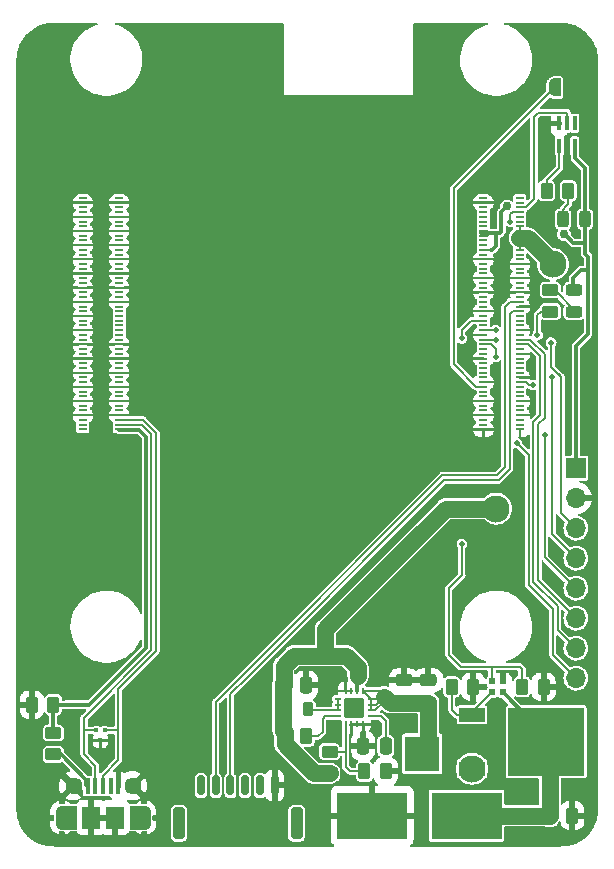
<source format=gbr>
G04 #@! TF.GenerationSoftware,KiCad,Pcbnew,(5.99.0-9568-gb9d26a55f2)*
G04 #@! TF.CreationDate,2021-03-17T08:28:42+01:00*
G04 #@! TF.ProjectId,rpi_cm4_drone_carrier_v01,7270695f-636d-4345-9f64-726f6e655f63,v01*
G04 #@! TF.SameCoordinates,Original*
G04 #@! TF.FileFunction,Copper,L1,Top*
G04 #@! TF.FilePolarity,Positive*
%FSLAX46Y46*%
G04 Gerber Fmt 4.6, Leading zero omitted, Abs format (unit mm)*
G04 Created by KiCad (PCBNEW (5.99.0-9568-gb9d26a55f2)) date 2021-03-17 08:28:42*
%MOMM*%
%LPD*%
G01*
G04 APERTURE LIST*
G04 Aperture macros list*
%AMRoundRect*
0 Rectangle with rounded corners*
0 $1 Rounding radius*
0 $2 $3 $4 $5 $6 $7 $8 $9 X,Y pos of 4 corners*
0 Add a 4 corners polygon primitive as box body*
4,1,4,$2,$3,$4,$5,$6,$7,$8,$9,$2,$3,0*
0 Add four circle primitives for the rounded corners*
1,1,$1+$1,$2,$3*
1,1,$1+$1,$4,$5*
1,1,$1+$1,$6,$7*
1,1,$1+$1,$8,$9*
0 Add four rect primitives between the rounded corners*
20,1,$1+$1,$2,$3,$4,$5,0*
20,1,$1+$1,$4,$5,$6,$7,0*
20,1,$1+$1,$6,$7,$8,$9,0*
20,1,$1+$1,$8,$9,$2,$3,0*%
%AMFreePoly0*
4,1,22,0.500000,-0.750000,0.000000,-0.750000,0.000000,-0.745033,-0.079941,-0.743568,-0.215256,-0.701293,-0.333266,-0.622738,-0.424486,-0.514219,-0.481581,-0.384460,-0.499164,-0.250000,-0.500000,-0.250000,-0.500000,0.250000,-0.499164,0.250000,-0.499963,0.256109,-0.478152,0.396186,-0.417904,0.524511,-0.324060,0.630769,-0.204165,0.706417,-0.067858,0.745374,0.000000,0.744959,0.000000,0.750000,
0.500000,0.750000,0.500000,-0.750000,0.500000,-0.750000,$1*%
%AMFreePoly1*
4,1,20,0.000000,0.744959,0.073905,0.744508,0.209726,0.703889,0.328688,0.626782,0.421226,0.519385,0.479903,0.390333,0.500000,0.250000,0.500000,-0.250000,0.499851,-0.262216,0.476331,-0.402017,0.414519,-0.529596,0.319384,-0.634700,0.198574,-0.708877,0.061801,-0.746166,0.000000,-0.745033,0.000000,-0.750000,-0.500000,-0.750000,-0.500000,0.750000,0.000000,0.750000,0.000000,0.744959,
0.000000,0.744959,$1*%
G04 Aperture macros list end*
G04 #@! TA.AperFunction,EtchedComponent*
%ADD10C,0.000100*%
G04 #@! TD*
G04 #@! TA.AperFunction,SMDPad,CuDef*
%ADD11RoundRect,0.250000X-0.262500X-0.450000X0.262500X-0.450000X0.262500X0.450000X-0.262500X0.450000X0*%
G04 #@! TD*
G04 #@! TA.AperFunction,SMDPad,CuDef*
%ADD12R,0.400000X1.190000*%
G04 #@! TD*
G04 #@! TA.AperFunction,SMDPad,CuDef*
%ADD13RoundRect,0.250000X0.250000X0.475000X-0.250000X0.475000X-0.250000X-0.475000X0.250000X-0.475000X0*%
G04 #@! TD*
G04 #@! TA.AperFunction,SMDPad,CuDef*
%ADD14RoundRect,0.243750X-0.243750X-0.456250X0.243750X-0.456250X0.243750X0.456250X-0.243750X0.456250X0*%
G04 #@! TD*
G04 #@! TA.AperFunction,SMDPad,CuDef*
%ADD15RoundRect,0.150000X-0.150000X-0.700000X0.150000X-0.700000X0.150000X0.700000X-0.150000X0.700000X0*%
G04 #@! TD*
G04 #@! TA.AperFunction,SMDPad,CuDef*
%ADD16RoundRect,0.250000X-0.250000X-1.100000X0.250000X-1.100000X0.250000X1.100000X-0.250000X1.100000X0*%
G04 #@! TD*
G04 #@! TA.AperFunction,SMDPad,CuDef*
%ADD17FreePoly0,0.000000*%
G04 #@! TD*
G04 #@! TA.AperFunction,SMDPad,CuDef*
%ADD18FreePoly1,0.000000*%
G04 #@! TD*
G04 #@! TA.AperFunction,SMDPad,CuDef*
%ADD19R,0.490000X0.490000*%
G04 #@! TD*
G04 #@! TA.AperFunction,ComponentPad*
%ADD20C,0.499999*%
G04 #@! TD*
G04 #@! TA.AperFunction,SMDPad,CuDef*
%ADD21RoundRect,0.125000X-0.174999X-0.000001X-0.174999X0.000001X0.174999X0.000001X0.174999X-0.000001X0*%
G04 #@! TD*
G04 #@! TA.AperFunction,SMDPad,CuDef*
%ADD22RoundRect,0.125000X0.000001X-0.174999X-0.000001X-0.174999X-0.000001X0.174999X0.000001X0.174999X0*%
G04 #@! TD*
G04 #@! TA.AperFunction,SMDPad,CuDef*
%ADD23RoundRect,0.203998X-0.646001X-0.646001X0.646001X-0.646001X0.646001X0.646001X-0.646001X0.646001X0*%
G04 #@! TD*
G04 #@! TA.AperFunction,SMDPad,CuDef*
%ADD24RoundRect,0.250000X-0.250000X-0.475000X0.250000X-0.475000X0.250000X0.475000X-0.250000X0.475000X0*%
G04 #@! TD*
G04 #@! TA.AperFunction,SMDPad,CuDef*
%ADD25RoundRect,0.243750X0.456250X-0.243750X0.456250X0.243750X-0.456250X0.243750X-0.456250X-0.243750X0*%
G04 #@! TD*
G04 #@! TA.AperFunction,SMDPad,CuDef*
%ADD26R,0.400000X1.350000*%
G04 #@! TD*
G04 #@! TA.AperFunction,ComponentPad*
%ADD27O,0.950000X1.900000*%
G04 #@! TD*
G04 #@! TA.AperFunction,ComponentPad*
%ADD28C,1.450000*%
G04 #@! TD*
G04 #@! TA.AperFunction,SMDPad,CuDef*
%ADD29R,1.500000X1.900000*%
G04 #@! TD*
G04 #@! TA.AperFunction,SMDPad,CuDef*
%ADD30RoundRect,0.250000X0.475000X-0.250000X0.475000X0.250000X-0.475000X0.250000X-0.475000X-0.250000X0*%
G04 #@! TD*
G04 #@! TA.AperFunction,SMDPad,CuDef*
%ADD31RoundRect,0.250000X0.450000X-0.262500X0.450000X0.262500X-0.450000X0.262500X-0.450000X-0.262500X0*%
G04 #@! TD*
G04 #@! TA.AperFunction,SMDPad,CuDef*
%ADD32R,3.000000X3.000000*%
G04 #@! TD*
G04 #@! TA.AperFunction,SMDPad,CuDef*
%ADD33RoundRect,0.250000X0.262500X0.450000X-0.262500X0.450000X-0.262500X-0.450000X0.262500X-0.450000X0*%
G04 #@! TD*
G04 #@! TA.AperFunction,SMDPad,CuDef*
%ADD34R,6.000000X4.000000*%
G04 #@! TD*
G04 #@! TA.AperFunction,SMDPad,CuDef*
%ADD35RoundRect,0.250000X-0.450000X0.262500X-0.450000X-0.262500X0.450000X-0.262500X0.450000X0.262500X0*%
G04 #@! TD*
G04 #@! TA.AperFunction,SMDPad,CuDef*
%ADD36RoundRect,0.218750X0.218750X0.381250X-0.218750X0.381250X-0.218750X-0.381250X0.218750X-0.381250X0*%
G04 #@! TD*
G04 #@! TA.AperFunction,SMDPad,CuDef*
%ADD37RoundRect,0.250100X-0.262400X-0.449900X0.262400X-0.449900X0.262400X0.449900X-0.262400X0.449900X0*%
G04 #@! TD*
G04 #@! TA.AperFunction,SMDPad,CuDef*
%ADD38R,2.200000X1.200000*%
G04 #@! TD*
G04 #@! TA.AperFunction,SMDPad,CuDef*
%ADD39R,6.400000X5.800000*%
G04 #@! TD*
G04 #@! TA.AperFunction,ComponentPad*
%ADD40R,1.700000X1.700000*%
G04 #@! TD*
G04 #@! TA.AperFunction,ComponentPad*
%ADD41O,1.700000X1.700000*%
G04 #@! TD*
G04 #@! TA.AperFunction,SMDPad,CuDef*
%ADD42R,0.300000X0.300000*%
G04 #@! TD*
G04 #@! TA.AperFunction,SMDPad,CuDef*
%ADD43R,0.700000X0.200000*%
G04 #@! TD*
G04 #@! TA.AperFunction,ViaPad*
%ADD44C,0.508000*%
G04 #@! TD*
G04 #@! TA.AperFunction,ViaPad*
%ADD45C,2.300000*%
G04 #@! TD*
G04 #@! TA.AperFunction,ViaPad*
%ADD46C,0.750000*%
G04 #@! TD*
G04 #@! TA.AperFunction,Conductor*
%ADD47C,0.200000*%
G04 #@! TD*
G04 #@! TA.AperFunction,Conductor*
%ADD48C,1.400000*%
G04 #@! TD*
G04 #@! TA.AperFunction,Conductor*
%ADD49C,0.300000*%
G04 #@! TD*
G04 APERTURE END LIST*
D10*
X126218250Y-145212500D02*
X127418250Y-145212500D01*
X127418250Y-145212500D02*
X127418250Y-147112500D01*
X127418250Y-147112500D02*
X126218250Y-147112500D01*
X126218250Y-147112500D02*
X126193390Y-147111849D01*
X126193390Y-147111849D02*
X126168599Y-147109898D01*
X126168599Y-147109898D02*
X126143944Y-147106652D01*
X126143944Y-147106652D02*
X126119492Y-147102120D01*
X126119492Y-147102120D02*
X126095311Y-147096315D01*
X126095311Y-147096315D02*
X126071467Y-147089252D01*
X126071467Y-147089252D02*
X126048025Y-147080951D01*
X126048025Y-147080951D02*
X126025050Y-147071434D01*
X126025050Y-147071434D02*
X126002605Y-147060728D01*
X126002605Y-147060728D02*
X125980750Y-147048862D01*
X125980750Y-147048862D02*
X125959546Y-147035869D01*
X125959546Y-147035869D02*
X125939052Y-147021783D01*
X125939052Y-147021783D02*
X125919323Y-147006644D01*
X125919323Y-147006644D02*
X125900413Y-146990494D01*
X125900413Y-146990494D02*
X125882374Y-146973376D01*
X125882374Y-146973376D02*
X125865256Y-146955337D01*
X125865256Y-146955337D02*
X125849106Y-146936427D01*
X125849106Y-146936427D02*
X125833967Y-146916698D01*
X125833967Y-146916698D02*
X125819881Y-146896204D01*
X125819881Y-146896204D02*
X125806888Y-146875000D01*
X125806888Y-146875000D02*
X125795022Y-146853145D01*
X125795022Y-146853145D02*
X125784316Y-146830700D01*
X125784316Y-146830700D02*
X125774799Y-146807725D01*
X125774799Y-146807725D02*
X125766498Y-146784283D01*
X125766498Y-146784283D02*
X125759435Y-146760439D01*
X125759435Y-146760439D02*
X125753630Y-146736258D01*
X125753630Y-146736258D02*
X125749098Y-146711806D01*
X125749098Y-146711806D02*
X125745852Y-146687151D01*
X125745852Y-146687151D02*
X125743901Y-146662360D01*
X125743901Y-146662360D02*
X125743250Y-146637500D01*
X125743250Y-146637500D02*
X125743250Y-145687500D01*
X125743250Y-145687500D02*
X125743901Y-145662640D01*
X125743901Y-145662640D02*
X125745852Y-145637849D01*
X125745852Y-145637849D02*
X125749098Y-145613194D01*
X125749098Y-145613194D02*
X125753630Y-145588742D01*
X125753630Y-145588742D02*
X125759435Y-145564561D01*
X125759435Y-145564561D02*
X125766498Y-145540717D01*
X125766498Y-145540717D02*
X125774799Y-145517275D01*
X125774799Y-145517275D02*
X125784316Y-145494300D01*
X125784316Y-145494300D02*
X125795022Y-145471855D01*
X125795022Y-145471855D02*
X125806888Y-145450000D01*
X125806888Y-145450000D02*
X125819881Y-145428796D01*
X125819881Y-145428796D02*
X125833967Y-145408302D01*
X125833967Y-145408302D02*
X125849106Y-145388573D01*
X125849106Y-145388573D02*
X125865256Y-145369663D01*
X125865256Y-145369663D02*
X125882374Y-145351624D01*
X125882374Y-145351624D02*
X125900413Y-145334506D01*
X125900413Y-145334506D02*
X125919323Y-145318356D01*
X125919323Y-145318356D02*
X125939052Y-145303217D01*
X125939052Y-145303217D02*
X125959546Y-145289131D01*
X125959546Y-145289131D02*
X125980750Y-145276138D01*
X125980750Y-145276138D02*
X126002605Y-145264272D01*
X126002605Y-145264272D02*
X126025050Y-145253566D01*
X126025050Y-145253566D02*
X126048025Y-145244049D01*
X126048025Y-145244049D02*
X126071467Y-145235748D01*
X126071467Y-145235748D02*
X126095311Y-145228685D01*
X126095311Y-145228685D02*
X126119492Y-145222880D01*
X126119492Y-145222880D02*
X126143944Y-145218348D01*
X126143944Y-145218348D02*
X126168599Y-145215102D01*
X126168599Y-145215102D02*
X126193390Y-145213151D01*
X126193390Y-145213151D02*
X126218250Y-145212500D01*
X126218250Y-145212500D02*
X126218250Y-145212500D01*
G36*
X127418250Y-147112500D02*
G01*
X126218250Y-147112500D01*
X126193390Y-147111849D01*
X126168599Y-147109898D01*
X126143944Y-147106652D01*
X126119492Y-147102120D01*
X126095311Y-147096315D01*
X126071467Y-147089252D01*
X126048025Y-147080951D01*
X126025050Y-147071434D01*
X126002605Y-147060728D01*
X125980750Y-147048862D01*
X125959546Y-147035869D01*
X125939052Y-147021783D01*
X125919323Y-147006644D01*
X125900413Y-146990494D01*
X125882374Y-146973376D01*
X125865256Y-146955337D01*
X125849106Y-146936427D01*
X125833967Y-146916698D01*
X125819881Y-146896204D01*
X125806888Y-146875000D01*
X125795022Y-146853145D01*
X125784316Y-146830700D01*
X125774799Y-146807725D01*
X125766498Y-146784283D01*
X125759435Y-146760439D01*
X125753630Y-146736258D01*
X125749098Y-146711806D01*
X125745852Y-146687151D01*
X125743901Y-146662360D01*
X125743250Y-146637500D01*
X125743250Y-145687500D01*
X125743901Y-145662640D01*
X125745852Y-145637849D01*
X125749098Y-145613194D01*
X125753630Y-145588742D01*
X125759435Y-145564561D01*
X125766498Y-145540717D01*
X125774799Y-145517275D01*
X125784316Y-145494300D01*
X125795022Y-145471855D01*
X125806888Y-145450000D01*
X125819881Y-145428796D01*
X125833967Y-145408302D01*
X125849106Y-145388573D01*
X125865256Y-145369663D01*
X125882374Y-145351624D01*
X125900413Y-145334506D01*
X125919323Y-145318356D01*
X125939052Y-145303217D01*
X125959546Y-145289131D01*
X125980750Y-145276138D01*
X126002605Y-145264272D01*
X126025050Y-145253566D01*
X126048025Y-145244049D01*
X126071467Y-145235748D01*
X126095311Y-145228685D01*
X126119492Y-145222880D01*
X126143944Y-145218348D01*
X126168599Y-145215102D01*
X126193390Y-145213151D01*
X126218250Y-145212500D01*
X127418250Y-145212500D01*
X127418250Y-147112500D01*
G37*
X127418250Y-147112500D02*
X126218250Y-147112500D01*
X126193390Y-147111849D01*
X126168599Y-147109898D01*
X126143944Y-147106652D01*
X126119492Y-147102120D01*
X126095311Y-147096315D01*
X126071467Y-147089252D01*
X126048025Y-147080951D01*
X126025050Y-147071434D01*
X126002605Y-147060728D01*
X125980750Y-147048862D01*
X125959546Y-147035869D01*
X125939052Y-147021783D01*
X125919323Y-147006644D01*
X125900413Y-146990494D01*
X125882374Y-146973376D01*
X125865256Y-146955337D01*
X125849106Y-146936427D01*
X125833967Y-146916698D01*
X125819881Y-146896204D01*
X125806888Y-146875000D01*
X125795022Y-146853145D01*
X125784316Y-146830700D01*
X125774799Y-146807725D01*
X125766498Y-146784283D01*
X125759435Y-146760439D01*
X125753630Y-146736258D01*
X125749098Y-146711806D01*
X125745852Y-146687151D01*
X125743901Y-146662360D01*
X125743250Y-146637500D01*
X125743250Y-145687500D01*
X125743901Y-145662640D01*
X125745852Y-145637849D01*
X125749098Y-145613194D01*
X125753630Y-145588742D01*
X125759435Y-145564561D01*
X125766498Y-145540717D01*
X125774799Y-145517275D01*
X125784316Y-145494300D01*
X125795022Y-145471855D01*
X125806888Y-145450000D01*
X125819881Y-145428796D01*
X125833967Y-145408302D01*
X125849106Y-145388573D01*
X125865256Y-145369663D01*
X125882374Y-145351624D01*
X125900413Y-145334506D01*
X125919323Y-145318356D01*
X125939052Y-145303217D01*
X125959546Y-145289131D01*
X125980750Y-145276138D01*
X126002605Y-145264272D01*
X126025050Y-145253566D01*
X126048025Y-145244049D01*
X126071467Y-145235748D01*
X126095311Y-145228685D01*
X126119492Y-145222880D01*
X126143944Y-145218348D01*
X126168599Y-145215102D01*
X126193390Y-145213151D01*
X126218250Y-145212500D01*
X127418250Y-145212500D01*
X127418250Y-147112500D01*
X133218250Y-145212500D02*
X132018250Y-145212500D01*
X132018250Y-145212500D02*
X132018250Y-147112500D01*
X132018250Y-147112500D02*
X133218250Y-147112500D01*
X133218250Y-147112500D02*
X133243110Y-147111849D01*
X133243110Y-147111849D02*
X133267901Y-147109898D01*
X133267901Y-147109898D02*
X133292556Y-147106652D01*
X133292556Y-147106652D02*
X133317008Y-147102120D01*
X133317008Y-147102120D02*
X133341189Y-147096315D01*
X133341189Y-147096315D02*
X133365033Y-147089252D01*
X133365033Y-147089252D02*
X133388475Y-147080951D01*
X133388475Y-147080951D02*
X133411450Y-147071434D01*
X133411450Y-147071434D02*
X133433895Y-147060728D01*
X133433895Y-147060728D02*
X133455750Y-147048862D01*
X133455750Y-147048862D02*
X133476954Y-147035869D01*
X133476954Y-147035869D02*
X133497448Y-147021783D01*
X133497448Y-147021783D02*
X133517177Y-147006644D01*
X133517177Y-147006644D02*
X133536087Y-146990494D01*
X133536087Y-146990494D02*
X133554126Y-146973376D01*
X133554126Y-146973376D02*
X133571244Y-146955337D01*
X133571244Y-146955337D02*
X133587394Y-146936427D01*
X133587394Y-146936427D02*
X133602533Y-146916698D01*
X133602533Y-146916698D02*
X133616619Y-146896204D01*
X133616619Y-146896204D02*
X133629612Y-146875000D01*
X133629612Y-146875000D02*
X133641478Y-146853145D01*
X133641478Y-146853145D02*
X133652184Y-146830700D01*
X133652184Y-146830700D02*
X133661701Y-146807725D01*
X133661701Y-146807725D02*
X133670002Y-146784283D01*
X133670002Y-146784283D02*
X133677065Y-146760439D01*
X133677065Y-146760439D02*
X133682870Y-146736258D01*
X133682870Y-146736258D02*
X133687402Y-146711806D01*
X133687402Y-146711806D02*
X133690648Y-146687151D01*
X133690648Y-146687151D02*
X133692599Y-146662360D01*
X133692599Y-146662360D02*
X133693250Y-146637500D01*
X133693250Y-146637500D02*
X133693250Y-145687500D01*
X133693250Y-145687500D02*
X133692599Y-145662640D01*
X133692599Y-145662640D02*
X133690648Y-145637849D01*
X133690648Y-145637849D02*
X133687402Y-145613194D01*
X133687402Y-145613194D02*
X133682870Y-145588742D01*
X133682870Y-145588742D02*
X133677065Y-145564561D01*
X133677065Y-145564561D02*
X133670002Y-145540717D01*
X133670002Y-145540717D02*
X133661701Y-145517275D01*
X133661701Y-145517275D02*
X133652184Y-145494300D01*
X133652184Y-145494300D02*
X133641478Y-145471855D01*
X133641478Y-145471855D02*
X133629612Y-145450000D01*
X133629612Y-145450000D02*
X133616619Y-145428796D01*
X133616619Y-145428796D02*
X133602533Y-145408302D01*
X133602533Y-145408302D02*
X133587394Y-145388573D01*
X133587394Y-145388573D02*
X133571244Y-145369663D01*
X133571244Y-145369663D02*
X133554126Y-145351624D01*
X133554126Y-145351624D02*
X133536087Y-145334506D01*
X133536087Y-145334506D02*
X133517177Y-145318356D01*
X133517177Y-145318356D02*
X133497448Y-145303217D01*
X133497448Y-145303217D02*
X133476954Y-145289131D01*
X133476954Y-145289131D02*
X133455750Y-145276138D01*
X133455750Y-145276138D02*
X133433895Y-145264272D01*
X133433895Y-145264272D02*
X133411450Y-145253566D01*
X133411450Y-145253566D02*
X133388475Y-145244049D01*
X133388475Y-145244049D02*
X133365033Y-145235748D01*
X133365033Y-145235748D02*
X133341189Y-145228685D01*
X133341189Y-145228685D02*
X133317008Y-145222880D01*
X133317008Y-145222880D02*
X133292556Y-145218348D01*
X133292556Y-145218348D02*
X133267901Y-145215102D01*
X133267901Y-145215102D02*
X133243110Y-145213151D01*
X133243110Y-145213151D02*
X133218250Y-145212500D01*
X133218250Y-145212500D02*
X133218250Y-145212500D01*
G36*
X133243110Y-145213151D02*
G01*
X133267901Y-145215102D01*
X133292556Y-145218348D01*
X133317008Y-145222880D01*
X133341189Y-145228685D01*
X133365033Y-145235748D01*
X133388475Y-145244049D01*
X133411450Y-145253566D01*
X133433895Y-145264272D01*
X133455750Y-145276138D01*
X133476954Y-145289131D01*
X133497448Y-145303217D01*
X133517177Y-145318356D01*
X133536087Y-145334506D01*
X133554126Y-145351624D01*
X133571244Y-145369663D01*
X133587394Y-145388573D01*
X133602533Y-145408302D01*
X133616619Y-145428796D01*
X133629612Y-145450000D01*
X133641478Y-145471855D01*
X133652184Y-145494300D01*
X133661701Y-145517275D01*
X133670002Y-145540717D01*
X133677065Y-145564561D01*
X133682870Y-145588742D01*
X133687402Y-145613194D01*
X133690648Y-145637849D01*
X133692599Y-145662640D01*
X133693250Y-145687500D01*
X133693250Y-146637500D01*
X133692599Y-146662360D01*
X133690648Y-146687151D01*
X133687402Y-146711806D01*
X133682870Y-146736258D01*
X133677065Y-146760439D01*
X133670002Y-146784283D01*
X133661701Y-146807725D01*
X133652184Y-146830700D01*
X133641478Y-146853145D01*
X133629612Y-146875000D01*
X133616619Y-146896204D01*
X133602533Y-146916698D01*
X133587394Y-146936427D01*
X133571244Y-146955337D01*
X133554126Y-146973376D01*
X133536087Y-146990494D01*
X133517177Y-147006644D01*
X133497448Y-147021783D01*
X133476954Y-147035869D01*
X133455750Y-147048862D01*
X133433895Y-147060728D01*
X133411450Y-147071434D01*
X133388475Y-147080951D01*
X133365033Y-147089252D01*
X133341189Y-147096315D01*
X133317008Y-147102120D01*
X133292556Y-147106652D01*
X133267901Y-147109898D01*
X133243110Y-147111849D01*
X133218250Y-147112500D01*
X132018250Y-147112500D01*
X132018250Y-145212500D01*
X133218250Y-145212500D01*
X133243110Y-145213151D01*
G37*
X133243110Y-145213151D02*
X133267901Y-145215102D01*
X133292556Y-145218348D01*
X133317008Y-145222880D01*
X133341189Y-145228685D01*
X133365033Y-145235748D01*
X133388475Y-145244049D01*
X133411450Y-145253566D01*
X133433895Y-145264272D01*
X133455750Y-145276138D01*
X133476954Y-145289131D01*
X133497448Y-145303217D01*
X133517177Y-145318356D01*
X133536087Y-145334506D01*
X133554126Y-145351624D01*
X133571244Y-145369663D01*
X133587394Y-145388573D01*
X133602533Y-145408302D01*
X133616619Y-145428796D01*
X133629612Y-145450000D01*
X133641478Y-145471855D01*
X133652184Y-145494300D01*
X133661701Y-145517275D01*
X133670002Y-145540717D01*
X133677065Y-145564561D01*
X133682870Y-145588742D01*
X133687402Y-145613194D01*
X133690648Y-145637849D01*
X133692599Y-145662640D01*
X133693250Y-145687500D01*
X133693250Y-146637500D01*
X133692599Y-146662360D01*
X133690648Y-146687151D01*
X133687402Y-146711806D01*
X133682870Y-146736258D01*
X133677065Y-146760439D01*
X133670002Y-146784283D01*
X133661701Y-146807725D01*
X133652184Y-146830700D01*
X133641478Y-146853145D01*
X133629612Y-146875000D01*
X133616619Y-146896204D01*
X133602533Y-146916698D01*
X133587394Y-146936427D01*
X133571244Y-146955337D01*
X133554126Y-146973376D01*
X133536087Y-146990494D01*
X133517177Y-147006644D01*
X133497448Y-147021783D01*
X133476954Y-147035869D01*
X133455750Y-147048862D01*
X133433895Y-147060728D01*
X133411450Y-147071434D01*
X133388475Y-147080951D01*
X133365033Y-147089252D01*
X133341189Y-147096315D01*
X133317008Y-147102120D01*
X133292556Y-147106652D01*
X133267901Y-147109898D01*
X133243110Y-147111849D01*
X133218250Y-147112500D01*
X132018250Y-147112500D01*
X132018250Y-145212500D01*
X133218250Y-145212500D01*
X133243110Y-145213151D01*
D11*
X145107497Y-139267398D03*
X146932497Y-139267398D03*
D12*
X169650000Y-87372500D03*
X169000000Y-87372500D03*
X168350000Y-87372500D03*
X168350000Y-89292500D03*
X169650000Y-89292500D03*
D13*
X153650000Y-140100000D03*
X151750000Y-140100000D03*
D14*
X168662500Y-95500000D03*
X170537500Y-95500000D03*
D15*
X138000000Y-143450000D03*
X139250000Y-143450000D03*
X140500000Y-143450000D03*
X141750000Y-143450000D03*
X143000000Y-143450000D03*
X144250000Y-143450000D03*
D16*
X136150000Y-146650000D03*
X146100000Y-146650000D03*
D17*
X167950000Y-84350000D03*
D18*
X169250000Y-84350000D03*
D19*
X163555000Y-135555000D03*
X163555000Y-134645000D03*
X162645000Y-134645000D03*
X162645000Y-135555000D03*
D20*
X151499998Y-137349999D03*
X151499998Y-136350001D03*
X150500000Y-136350001D03*
X150500000Y-137349999D03*
X150999999Y-136850000D03*
D21*
X149599997Y-136099999D03*
X149599997Y-136599998D03*
X149599997Y-137099999D03*
X149599997Y-137599999D03*
D22*
X150249998Y-138250000D03*
X150749997Y-138250000D03*
X151249998Y-138250000D03*
X151749998Y-138250000D03*
D21*
X152399996Y-137599999D03*
X152399996Y-137099999D03*
X152399996Y-136599998D03*
X152399996Y-136099999D03*
D22*
X151749998Y-135450000D03*
X151249998Y-135450000D03*
X150749997Y-135450000D03*
X150249998Y-135450000D03*
D23*
X151000000Y-136850001D03*
D24*
X167550000Y-146000000D03*
X169450000Y-146000000D03*
D25*
X169600000Y-103350000D03*
X169600000Y-101475000D03*
D26*
X128418250Y-143487500D03*
X129068250Y-143487500D03*
X129718250Y-143487500D03*
X130368250Y-143487500D03*
X131018250Y-143487500D03*
D27*
X126218250Y-146162500D03*
X133218250Y-146162500D03*
D28*
X127218250Y-143462500D03*
X132218250Y-143462500D03*
D29*
X128718250Y-146162500D03*
X130718250Y-146162500D03*
D30*
X157250000Y-136450000D03*
X157250000Y-134550000D03*
D31*
X148900000Y-142412500D03*
X148900000Y-140587500D03*
D11*
X159237500Y-135100000D03*
X161062500Y-135100000D03*
D32*
X156750000Y-140750000D03*
D33*
X125512500Y-136612500D03*
X123687500Y-136612500D03*
X169112500Y-93100000D03*
X167287500Y-93100000D03*
D34*
X160500000Y-146000000D03*
X152500000Y-146000000D03*
D11*
X165187500Y-135100000D03*
X167012500Y-135100000D03*
D24*
X144999999Y-134950000D03*
X146899999Y-134950000D03*
D31*
X125500000Y-140825000D03*
X125500000Y-139000000D03*
D35*
X167600000Y-101500000D03*
X167600000Y-103325000D03*
D36*
X147086797Y-136981398D03*
X144961797Y-136981398D03*
D11*
X151837500Y-142250000D03*
D37*
X153662500Y-142250000D03*
D30*
X155180000Y-136450000D03*
X155180000Y-134550000D03*
D38*
X160950000Y-137470000D03*
X160950000Y-142030000D03*
D39*
X167250000Y-139750000D03*
D40*
X169750000Y-116575000D03*
D41*
X169750000Y-119115000D03*
X169750000Y-121655000D03*
X169750000Y-124195000D03*
X169750000Y-126735000D03*
X169750000Y-129275000D03*
X169750000Y-131815000D03*
X169750000Y-134355000D03*
D42*
X129850000Y-138775000D03*
X129150000Y-138775000D03*
X129500000Y-139625000D03*
D43*
X165000000Y-113300000D03*
X161920000Y-113300000D03*
X165000000Y-112900000D03*
X161920000Y-112900000D03*
X165000000Y-112500000D03*
X161920000Y-112500000D03*
X165000000Y-112100000D03*
X161920000Y-112100000D03*
X165000000Y-111700000D03*
X161920000Y-111700000D03*
X165000000Y-111300000D03*
X161920000Y-111300000D03*
X165000000Y-110900000D03*
X161920000Y-110900000D03*
X165000000Y-110500000D03*
X161920000Y-110500000D03*
X165000000Y-110100000D03*
X161920000Y-110100000D03*
X165000000Y-109700000D03*
X161920000Y-109700000D03*
X165000000Y-109300000D03*
X161920000Y-109300000D03*
X165000000Y-108900000D03*
X161920000Y-108900000D03*
X165000000Y-108500000D03*
X161920000Y-108500000D03*
X165000000Y-108100000D03*
X161920000Y-108100000D03*
X165000000Y-107700000D03*
X161920000Y-107700000D03*
X165000000Y-107300000D03*
X161920000Y-107300000D03*
X165000000Y-106900000D03*
X161920000Y-106900000D03*
X165000000Y-106500000D03*
X161920000Y-106500000D03*
X165000000Y-106100000D03*
X161920000Y-106100000D03*
X165000000Y-105700000D03*
X161920000Y-105700000D03*
X165000000Y-105300000D03*
X161920000Y-105300000D03*
X165000000Y-104900000D03*
X161920000Y-104900000D03*
X165000000Y-104500000D03*
X161920000Y-104500000D03*
X165000000Y-104100000D03*
X161920000Y-104100000D03*
X165000000Y-103700000D03*
X161920000Y-103700000D03*
X165000000Y-103300000D03*
X161920000Y-103300000D03*
X165000000Y-102900000D03*
X161920000Y-102900000D03*
X165000000Y-102500000D03*
X161920000Y-102500000D03*
X165000000Y-102100000D03*
X161920000Y-102100000D03*
X165000000Y-101700000D03*
X161920000Y-101700000D03*
X165000000Y-101300000D03*
X161920000Y-101300000D03*
X165000000Y-100900000D03*
X161920000Y-100900000D03*
X165000000Y-100500000D03*
X161920000Y-100500000D03*
X165000000Y-100100000D03*
X161920000Y-100100000D03*
X165000000Y-99700000D03*
X161920000Y-99700000D03*
X165000000Y-99300000D03*
X161920000Y-99300000D03*
X165000000Y-98900000D03*
X161920000Y-98900000D03*
X165000000Y-98500000D03*
X161920000Y-98500000D03*
X165000000Y-98100000D03*
X161920000Y-98100000D03*
X165000000Y-97700000D03*
X161920000Y-97700000D03*
X165000000Y-97300000D03*
X161920000Y-97300000D03*
X165000000Y-96900000D03*
X161920000Y-96900000D03*
X165000000Y-96500000D03*
X161920000Y-96500000D03*
X165000000Y-96100000D03*
X161920000Y-96100000D03*
X165000000Y-95700000D03*
X161920000Y-95700000D03*
X165000000Y-95300000D03*
X161920000Y-95300000D03*
X165000000Y-94900000D03*
X161920000Y-94900000D03*
X165000000Y-94500000D03*
X161920000Y-94500000D03*
X165000000Y-94100000D03*
X161920000Y-94100000D03*
X165000000Y-93700000D03*
X161920000Y-93700000D03*
X131080000Y-113300000D03*
X128000000Y-113300000D03*
X131080000Y-112900000D03*
X128000000Y-112900000D03*
X131080000Y-112500000D03*
X128000000Y-112500000D03*
X131080000Y-112100000D03*
X128000000Y-112100000D03*
X131080000Y-111700000D03*
X128000000Y-111700000D03*
X131080000Y-111300000D03*
X128000000Y-111300000D03*
X131080000Y-110900000D03*
X128000000Y-110900000D03*
X131080000Y-110500000D03*
X128000000Y-110500000D03*
X131080000Y-110100000D03*
X128000000Y-110100000D03*
X131080000Y-109700000D03*
X128000000Y-109700000D03*
X131080000Y-109300000D03*
X128000000Y-109300000D03*
X131080000Y-108900000D03*
X128000000Y-108900000D03*
X131080000Y-108500000D03*
X128000000Y-108500000D03*
X131080000Y-108100000D03*
X128000000Y-108100000D03*
X131080000Y-107700000D03*
X128000000Y-107700000D03*
X131080000Y-107300000D03*
X128000000Y-107300000D03*
X131080000Y-106900000D03*
X128000000Y-106900000D03*
X131080000Y-106500000D03*
X128000000Y-106500000D03*
X131080000Y-106100000D03*
X128000000Y-106100000D03*
X131080000Y-105700000D03*
X128000000Y-105700000D03*
X131080000Y-105300000D03*
X128000000Y-105300000D03*
X131080000Y-104900000D03*
X128000000Y-104900000D03*
X131080000Y-104500000D03*
X128000000Y-104500000D03*
X131080000Y-104100000D03*
X128000000Y-104100000D03*
X131080000Y-103700000D03*
X128000000Y-103700000D03*
X131080000Y-103300000D03*
X128000000Y-103300000D03*
X131080000Y-102900000D03*
X128000000Y-102900000D03*
X131080000Y-102500000D03*
X128000000Y-102500000D03*
X131080000Y-102100000D03*
X128000000Y-102100000D03*
X131080000Y-101700000D03*
X128000000Y-101700000D03*
X131080000Y-101300000D03*
X128000000Y-101300000D03*
X131080000Y-100900000D03*
X128000000Y-100900000D03*
X131080000Y-100500000D03*
X128000000Y-100500000D03*
X131080000Y-100100000D03*
X128000000Y-100100000D03*
X131080000Y-99700000D03*
X128000000Y-99700000D03*
X131080000Y-99300000D03*
X128000000Y-99300000D03*
X131080000Y-98900000D03*
X128000000Y-98900000D03*
X131080000Y-98500000D03*
X128000000Y-98500000D03*
X131080000Y-98100000D03*
X128000000Y-98100000D03*
X131080000Y-97700000D03*
X128000000Y-97700000D03*
X131080000Y-97300000D03*
X128000000Y-97300000D03*
X131080000Y-96900000D03*
X128000000Y-96900000D03*
X131080000Y-96500000D03*
X128000000Y-96500000D03*
X131080000Y-96100000D03*
X128000000Y-96100000D03*
X131080000Y-95700000D03*
X128000000Y-95700000D03*
X131080000Y-95300000D03*
X128000000Y-95300000D03*
X131080000Y-94900000D03*
X128000000Y-94900000D03*
X131080000Y-94500000D03*
X128000000Y-94500000D03*
X131080000Y-94100000D03*
X128000000Y-94100000D03*
X131080000Y-93700000D03*
X128000000Y-93700000D03*
D44*
X149750000Y-85750000D03*
X146800000Y-130700000D03*
X127000000Y-135700000D03*
X156500000Y-81000000D03*
X170500000Y-133000000D03*
X167000000Y-132200000D03*
X129700000Y-134000000D03*
X170500000Y-130500000D03*
X142649999Y-135900000D03*
X167500000Y-125750000D03*
X160100000Y-136300000D03*
X171000000Y-114250000D03*
X156500000Y-82500000D03*
X156500000Y-145750000D03*
X145250000Y-85750000D03*
X159000000Y-90500000D03*
X159000000Y-138500000D03*
X148250000Y-85750000D03*
X167750000Y-123500000D03*
X133900000Y-138500000D03*
X144000000Y-79500000D03*
X165500000Y-114250000D03*
X129700000Y-137600000D03*
X154600000Y-138100000D03*
X135400000Y-124200000D03*
X146750000Y-85750000D03*
X170750000Y-90000000D03*
X171000000Y-107000000D03*
X144000000Y-82500000D03*
X168250000Y-104750000D03*
X166500000Y-148000000D03*
X169250000Y-81250000D03*
X133800000Y-133900000D03*
X139875000Y-140500000D03*
X148149999Y-135900000D03*
X129700000Y-140700000D03*
X155750000Y-85750000D03*
X164000000Y-90500000D03*
X166000000Y-111500000D03*
X165900000Y-107900000D03*
X163400000Y-136900000D03*
X138125000Y-140500000D03*
X160654000Y-106900000D03*
X153120000Y-130830000D03*
X167000000Y-89250000D03*
X164500000Y-134000000D03*
X131800000Y-141500000D03*
X141625000Y-140500000D03*
X167250000Y-96500000D03*
X135500000Y-115500000D03*
X151250000Y-85750000D03*
X166250000Y-100500000D03*
X127300000Y-140900000D03*
X131795600Y-138260000D03*
X165000000Y-123500000D03*
X167500000Y-94500000D03*
X163000000Y-108250000D03*
X156500000Y-79500000D03*
X163500000Y-100000000D03*
X144000000Y-84000000D03*
X156500000Y-84000000D03*
X127000000Y-137900000D03*
X126200000Y-142100000D03*
X154250000Y-85750000D03*
X149000000Y-139300000D03*
X165700000Y-136300000D03*
X164900000Y-144700000D03*
X144000000Y-81000000D03*
X160800000Y-132600000D03*
X132600000Y-124200000D03*
X169500000Y-91500000D03*
X152750000Y-85750000D03*
X161400000Y-118500000D03*
X169750000Y-96500000D03*
X169500000Y-98500000D03*
X152800000Y-138700000D03*
D45*
X160950000Y-142030000D03*
X163000000Y-120000000D03*
X167800000Y-99300000D03*
D46*
X168750000Y-96800000D03*
X163922702Y-94422702D03*
D44*
X164750000Y-114450000D03*
X164195998Y-95700000D03*
X166145980Y-109550000D03*
X166500000Y-105300000D03*
X162950000Y-104900000D03*
X167650000Y-105950000D03*
X162950000Y-105700000D03*
X167750000Y-108900000D03*
X162950000Y-107150000D03*
X167100000Y-113800000D03*
X160100000Y-105600000D03*
X160100000Y-123000000D03*
D47*
X153650000Y-138030001D02*
X153219998Y-137599999D01*
X153650000Y-140100000D02*
X153650000Y-138030001D01*
X153219998Y-137599999D02*
X152399996Y-137599999D01*
D48*
X147552599Y-142412500D02*
X145107497Y-139967398D01*
X144961797Y-138811798D02*
X144961797Y-136981398D01*
X145899999Y-132450000D02*
X147949999Y-132450000D01*
X163000000Y-120000000D02*
X158750000Y-120000000D01*
X144999999Y-133350000D02*
X145899999Y-132450000D01*
X147949999Y-132450000D02*
X148550000Y-132450000D01*
X148550000Y-132450000D02*
X150299999Y-132450000D01*
X145107497Y-138957498D02*
X144961797Y-138811798D01*
D47*
X165000000Y-96100000D02*
X165000000Y-96500000D01*
D49*
X151249997Y-135449999D02*
X151249998Y-134200001D01*
D48*
X158750000Y-120000000D02*
X155875000Y-122875000D01*
X150299999Y-132450000D02*
X151299999Y-133450000D01*
X148550000Y-130200000D02*
X155875000Y-122875000D01*
X144999999Y-134950000D02*
X144999999Y-133350000D01*
X144961797Y-136981398D02*
X144961797Y-134752798D01*
D49*
X151249998Y-134200001D02*
X151299999Y-134150000D01*
D48*
X148900000Y-142412500D02*
X147552599Y-142412500D01*
X165670020Y-97100000D02*
X164950000Y-97100000D01*
X145107497Y-139967398D02*
X145107497Y-139267398D01*
X167800000Y-99300000D02*
X167800000Y-99229980D01*
X145107497Y-139267398D02*
X145107497Y-138957498D01*
D47*
X165000000Y-98100000D02*
X165000000Y-97700000D01*
D48*
X151299999Y-133450000D02*
X151299999Y-134150000D01*
X148550000Y-132450000D02*
X148550000Y-130200000D01*
X167800000Y-99229980D02*
X165670020Y-97100000D01*
X155875000Y-122875000D02*
X156750000Y-122000000D01*
D49*
X168750000Y-96800000D02*
X168800000Y-96800000D01*
X170800000Y-99800000D02*
X170800000Y-101500000D01*
X162400000Y-96700000D02*
X161950000Y-96700000D01*
X168800000Y-96800000D02*
X169500000Y-97500000D01*
X170500000Y-97500000D02*
X170537500Y-97462500D01*
X162650000Y-98100000D02*
X162600020Y-98100000D01*
X169750000Y-106250000D02*
X170800000Y-105200000D01*
X162250011Y-96550011D02*
X161920000Y-96550011D01*
X169650000Y-90300000D02*
X170537500Y-91187500D01*
X169500000Y-101450000D02*
X169500000Y-100500000D01*
X163300000Y-96700000D02*
X162950000Y-96700000D01*
X162950000Y-96700000D02*
X162400000Y-96700000D01*
X161920000Y-96670000D02*
X161920000Y-96550011D01*
X170800000Y-105200000D02*
X170800000Y-101500000D01*
X162950000Y-97800000D02*
X162650000Y-98100000D01*
X169500000Y-100500000D02*
X170200000Y-99800000D01*
D47*
X170800000Y-101500000D02*
X170775000Y-101475000D01*
D49*
X162250011Y-96849989D02*
X161920000Y-96849989D01*
X162400000Y-96700000D02*
X162250011Y-96849989D01*
X163450000Y-94895404D02*
X163450000Y-96550000D01*
X170537500Y-95500000D02*
X170537500Y-97462500D01*
X170537500Y-98437500D02*
X170800000Y-98700000D01*
X163450000Y-96550000D02*
X163300000Y-96700000D01*
X161950000Y-96700000D02*
X161750000Y-96700000D01*
X169650000Y-89292500D02*
X169650000Y-90300000D01*
X170537500Y-91187500D02*
X170537500Y-95500000D01*
X170537500Y-97462500D02*
X170537500Y-98437500D01*
X168750000Y-96800000D02*
X168800000Y-96850000D01*
X162400000Y-96700000D02*
X162250011Y-96550011D01*
X169500000Y-97500000D02*
X170500000Y-97500000D01*
X161950000Y-96700000D02*
X161920000Y-96670000D01*
X162950000Y-96700000D02*
X162950000Y-97800000D01*
X169525000Y-101475000D02*
X169500000Y-101450000D01*
X169750000Y-116575000D02*
X169750000Y-106250000D01*
X169600000Y-101475000D02*
X169525000Y-101475000D01*
X163922702Y-94422702D02*
X163450000Y-94895404D01*
D47*
X161920000Y-98100000D02*
X162450000Y-98100000D01*
D49*
X170200000Y-99800000D02*
X170800000Y-99800000D01*
X170800000Y-98700000D02*
X170800000Y-99800000D01*
D47*
X169800000Y-103350000D02*
X167950000Y-101500000D01*
X167950000Y-101500000D02*
X167800000Y-101500000D01*
X169112500Y-94237500D02*
X169112500Y-93100000D01*
X168925000Y-94425000D02*
X169112500Y-94237500D01*
X168662500Y-94687500D02*
X168925000Y-94425000D01*
X168662500Y-95500000D02*
X168662500Y-94687500D01*
X165745949Y-126445949D02*
X165745949Y-115445949D01*
X164400000Y-94900000D02*
X165000000Y-94900000D01*
X165745949Y-115445949D02*
X164750000Y-114450000D01*
X167800000Y-132405000D02*
X167800000Y-128500000D01*
X164195998Y-95700000D02*
X164195998Y-95104002D01*
X164195998Y-95104002D02*
X164400000Y-94900000D01*
X169750000Y-134355000D02*
X167800000Y-132405000D01*
X167800000Y-128500000D02*
X165745949Y-126445949D01*
X166145969Y-126236683D02*
X168200000Y-128290714D01*
X166699980Y-112100020D02*
X166145969Y-112654031D01*
X165734286Y-106100000D02*
X166699980Y-107065694D01*
X165000000Y-106100000D02*
X165734286Y-106100000D01*
X168200000Y-130265000D02*
X169750000Y-131815000D01*
X166699980Y-107065694D02*
X166699980Y-112100020D01*
X168200000Y-128290714D02*
X168200000Y-130265000D01*
X166145969Y-112654031D02*
X166145969Y-126236683D01*
X166545989Y-126070989D02*
X169750000Y-129275000D01*
X167100000Y-106900000D02*
X167100000Y-112300000D01*
X165900000Y-105700000D02*
X167100000Y-106900000D01*
X165000000Y-105700000D02*
X165900000Y-105700000D01*
X167100000Y-112300000D02*
X166545989Y-112854011D01*
X166545989Y-112854011D02*
X166545989Y-126070989D01*
X163200000Y-117600000D02*
X164150000Y-116650000D01*
X164150000Y-116650000D02*
X164150000Y-103559980D01*
X164150000Y-103559980D02*
X164409980Y-103300000D01*
X140500000Y-143450000D02*
X140500000Y-135710020D01*
X158610020Y-117600000D02*
X163200000Y-117600000D01*
X141875000Y-134335020D02*
X141980010Y-134230010D01*
X141980010Y-134230010D02*
X158610020Y-117600000D01*
X140500000Y-135710020D02*
X141980010Y-134230010D01*
X164409980Y-103300000D02*
X165000000Y-103300000D01*
X140625000Y-135019307D02*
X139250000Y-136394307D01*
X163749980Y-116484306D02*
X163749980Y-102900020D01*
X158444327Y-117199980D02*
X163034306Y-117199980D01*
X163749980Y-102900020D02*
X164150000Y-102500000D01*
X140625000Y-135019306D02*
X140772153Y-134872153D01*
X140625000Y-135019307D02*
X140772153Y-134872153D01*
X139250000Y-136394307D02*
X139250000Y-143450000D01*
X164150000Y-102500000D02*
X165000000Y-102500000D01*
X140772153Y-134872153D02*
X158444327Y-117199980D01*
X163034306Y-117199980D02*
X163749980Y-116484306D01*
X133800000Y-113700000D02*
X133000000Y-112900000D01*
X128100000Y-137700000D02*
X133800000Y-132000000D01*
X129068250Y-143487500D02*
X129049989Y-143469239D01*
X128100000Y-138700000D02*
X128100000Y-137700000D01*
X133800000Y-132000000D02*
X133800000Y-113700000D01*
X128100000Y-139200000D02*
X128100000Y-138700000D01*
X129068250Y-143487500D02*
X129068250Y-141768250D01*
X129068250Y-141768250D02*
X128100000Y-140800000D01*
X133000000Y-112900000D02*
X131080000Y-112900000D01*
X128175000Y-138775000D02*
X128100000Y-138700000D01*
X128100000Y-140800000D02*
X128100000Y-139200000D01*
X129150000Y-138775000D02*
X128175000Y-138775000D01*
X129718250Y-143487500D02*
X129718250Y-142612500D01*
X131000000Y-135298398D02*
X134200000Y-132098398D01*
X131000000Y-141330750D02*
X131000000Y-138800000D01*
X129718250Y-142612500D02*
X131000000Y-141330750D01*
X133100000Y-112500000D02*
X131080000Y-112500000D01*
X131000000Y-138800000D02*
X131000000Y-135298398D01*
X129850000Y-138775000D02*
X130975000Y-138775000D01*
X130975000Y-138775000D02*
X131000000Y-138800000D01*
X134200000Y-113600000D02*
X133100000Y-112500000D01*
X134200000Y-132098398D02*
X134200000Y-113600000D01*
X148500001Y-137599998D02*
X148299999Y-137800000D01*
X147932601Y-139267398D02*
X146932497Y-139267398D01*
X148299999Y-138900000D02*
X147932601Y-139267398D01*
X148299999Y-137800000D02*
X148299999Y-138900000D01*
X148500001Y-137599998D02*
X149599997Y-137599999D01*
X149599996Y-137099998D02*
X149599996Y-136599997D01*
X148449997Y-137099998D02*
X149599997Y-137099999D01*
X147086797Y-136981398D02*
X147205397Y-137099998D01*
X149599997Y-136599998D02*
X149599997Y-136099999D01*
X147205397Y-137099998D02*
X149599997Y-137099999D01*
X166600000Y-105296782D02*
X166603505Y-105300287D01*
X167800000Y-103325000D02*
X167537500Y-103325000D01*
X165800000Y-109550000D02*
X165550000Y-109300000D01*
X166500000Y-103600000D02*
X166775000Y-103325000D01*
X166500000Y-105300000D02*
X166500000Y-103600000D01*
X166145980Y-109550000D02*
X165800000Y-109550000D01*
X165550000Y-109300000D02*
X165000000Y-109300000D01*
X166775000Y-103325000D02*
X167600000Y-103325000D01*
X168977489Y-86477489D02*
X166572511Y-86477489D01*
X166572511Y-86477489D02*
X166200000Y-86850000D01*
X169000000Y-86500000D02*
X168977489Y-86477489D01*
X166200000Y-93800000D02*
X165500000Y-94500000D01*
X169000000Y-87372500D02*
X169000000Y-86500000D01*
X165500000Y-94500000D02*
X165000000Y-94500000D01*
X166200000Y-86850000D02*
X166200000Y-93800000D01*
D49*
X132750020Y-113350020D02*
X131080000Y-113350020D01*
X125500000Y-139000000D02*
X125500000Y-136625000D01*
X133349980Y-113949980D02*
X132750020Y-113350020D01*
X128563576Y-136600000D02*
X133349980Y-131813596D01*
X126512500Y-136600000D02*
X126800000Y-136600000D01*
X126800000Y-136600000D02*
X128563576Y-136600000D01*
X125512500Y-136612500D02*
X126787500Y-136612500D01*
X126500000Y-136612500D02*
X126512500Y-136600000D01*
X126787500Y-136612500D02*
X126800000Y-136600000D01*
X125500000Y-136625000D02*
X125512500Y-136612500D01*
X133349980Y-131813596D02*
X133349980Y-113949980D01*
D47*
X167287500Y-93100000D02*
X167287500Y-92212500D01*
X167287500Y-92212500D02*
X168350000Y-91150000D01*
X168350000Y-91150000D02*
X168350000Y-89292500D01*
D48*
X167550000Y-140300000D02*
X167250000Y-140000000D01*
X159500000Y-146000000D02*
X158250000Y-144750000D01*
D49*
X167155000Y-139655000D02*
X167250000Y-139750000D01*
X167250000Y-139750000D02*
X167250000Y-139250000D01*
D48*
X160500000Y-146000000D02*
X167550000Y-146000000D01*
X166050000Y-146000000D02*
X167550000Y-146000000D01*
X167550000Y-146000000D02*
X167550000Y-140300000D01*
X160500000Y-146000000D02*
X159500000Y-146000000D01*
X166050000Y-141200000D02*
X167250000Y-140000000D01*
D49*
X167250000Y-139250000D02*
X163555000Y-135555000D01*
D47*
X160950000Y-137470000D02*
X159670000Y-137470000D01*
X159670000Y-137470000D02*
X159237500Y-137037500D01*
X160950000Y-137470000D02*
X160950000Y-137250000D01*
X160950000Y-137250000D02*
X162645000Y-135555000D01*
X159237500Y-137037500D02*
X159237500Y-135100000D01*
X152780001Y-137099998D02*
X153529999Y-136350000D01*
X152399996Y-137099999D02*
X152399996Y-136599998D01*
X153059998Y-135449999D02*
X153529999Y-135920000D01*
X153350001Y-136099998D02*
X153529999Y-135920000D01*
X153350000Y-136099999D02*
X153529999Y-135920000D01*
D48*
X157250000Y-140250000D02*
X156750000Y-140750000D01*
D47*
X152399996Y-136099999D02*
X151749998Y-135450000D01*
D48*
X155180000Y-136450000D02*
X154059999Y-136450000D01*
D47*
X152850002Y-136599997D02*
X153529999Y-135920000D01*
X151749998Y-135450000D02*
X153059998Y-135449999D01*
X152399996Y-136099999D02*
X152399996Y-136599998D01*
X152399996Y-136099999D02*
X153350000Y-136099999D01*
D48*
X154059999Y-136450000D02*
X153529999Y-135920000D01*
X157250000Y-136450000D02*
X157250000Y-140250000D01*
D47*
X152399996Y-137099999D02*
X152780001Y-137099998D01*
X152399996Y-136599998D02*
X152850002Y-136599997D01*
X153529999Y-136350000D02*
X153529999Y-135920000D01*
D48*
X157250000Y-136450000D02*
X155180000Y-136450000D01*
D47*
X150249998Y-141849998D02*
X150249998Y-140649998D01*
X150187500Y-140587500D02*
X148900000Y-140587500D01*
X151837500Y-142250000D02*
X150650000Y-142250000D01*
X150650000Y-142250000D02*
X150249998Y-141849998D01*
X150249998Y-140649998D02*
X150249998Y-138250000D01*
X150249998Y-140649998D02*
X150187500Y-140587500D01*
X162950000Y-104900000D02*
X161920000Y-104900000D01*
X168500000Y-108850000D02*
X167650000Y-108000000D01*
X167650000Y-108000000D02*
X167650000Y-105950000D01*
X169750000Y-121655000D02*
X168500000Y-120405000D01*
X168500000Y-120405000D02*
X168500000Y-108850000D01*
X168500000Y-108850000D02*
X168280000Y-108630000D01*
X167750000Y-122195000D02*
X169750000Y-124195000D01*
X167750000Y-108950000D02*
X167750000Y-122195000D01*
X162950000Y-105700000D02*
X161920000Y-105700000D01*
X162550000Y-106100000D02*
X162950000Y-106500000D01*
X167100000Y-113800000D02*
X167100000Y-124085000D01*
X167100000Y-124085000D02*
X169750000Y-126735000D01*
X162950000Y-106500000D02*
X162950000Y-107150000D01*
X161920000Y-106100000D02*
X162550000Y-106100000D01*
X167950000Y-84350000D02*
X159400000Y-92900000D01*
X159400000Y-107770020D02*
X161329980Y-109700000D01*
X161329980Y-109700000D02*
X161920000Y-109700000D01*
X159400000Y-92900000D02*
X159400000Y-107770020D01*
X160900000Y-104100000D02*
X161920000Y-104100000D01*
X162645000Y-134645000D02*
X162645000Y-134055000D01*
X159000000Y-132390000D02*
X159000000Y-132250000D01*
X165000000Y-133400000D02*
X165187500Y-133587500D01*
X162700000Y-133400000D02*
X160010000Y-133400000D01*
X160100000Y-125650000D02*
X160100000Y-123000000D01*
X159000000Y-126750000D02*
X160100000Y-125650000D01*
X165187500Y-133587500D02*
X165187500Y-135100000D01*
X162645000Y-133455000D02*
X162700000Y-133400000D01*
X159000000Y-132390000D02*
X159000000Y-126750000D01*
X163190000Y-133400000D02*
X165000000Y-133400000D01*
X162645000Y-134055000D02*
X162645000Y-133455000D01*
X160010000Y-133400000D02*
X159000000Y-132390000D01*
X160100000Y-105600000D02*
X160100000Y-104900000D01*
X162645000Y-134055000D02*
X162645000Y-133945000D01*
X160100000Y-104900000D02*
X160900000Y-104100000D01*
X163300000Y-133400000D02*
X162700000Y-133400000D01*
D49*
X128418250Y-143487500D02*
X128387500Y-143487500D01*
X128387500Y-143487500D02*
X128293261Y-143393261D01*
X128293261Y-143393261D02*
X128293261Y-142993261D01*
X128293261Y-142993261D02*
X126125000Y-140825000D01*
X126125000Y-140825000D02*
X125500000Y-140825000D01*
G04 #@! TA.AperFunction,Conductor*
G36*
X168423012Y-78862369D02*
G01*
X168426475Y-78863634D01*
X168432044Y-78864187D01*
X168432045Y-78864187D01*
X168434046Y-78864386D01*
X168434057Y-78864387D01*
X168435955Y-78864575D01*
X168463588Y-78864921D01*
X168609888Y-78866750D01*
X168613426Y-78866865D01*
X168625994Y-78867523D01*
X168692685Y-78871014D01*
X168697259Y-78871373D01*
X168949870Y-78897894D01*
X168954481Y-78898500D01*
X169016301Y-78908281D01*
X169020877Y-78909129D01*
X169201215Y-78947417D01*
X169269331Y-78961879D01*
X169273839Y-78962960D01*
X169312129Y-78973208D01*
X169334266Y-78979133D01*
X169338729Y-78980454D01*
X169580350Y-79058870D01*
X169584735Y-79060420D01*
X169643139Y-79082813D01*
X169647422Y-79084585D01*
X169879509Y-79187791D01*
X169883709Y-79189792D01*
X169939499Y-79218181D01*
X169943574Y-79220391D01*
X170077267Y-79297478D01*
X170163601Y-79347258D01*
X170167570Y-79349687D01*
X170220067Y-79383732D01*
X170223905Y-79386366D01*
X170429486Y-79535516D01*
X170433181Y-79538347D01*
X170481825Y-79577679D01*
X170485366Y-79580699D01*
X170674271Y-79750518D01*
X170677651Y-79753720D01*
X170721909Y-79797904D01*
X170725115Y-79801276D01*
X170895251Y-79989886D01*
X170898258Y-79993399D01*
X170937727Y-80042044D01*
X170940528Y-80045688D01*
X171032938Y-80172608D01*
X171090037Y-80251030D01*
X171092677Y-80254863D01*
X171126796Y-80307278D01*
X171129233Y-80311244D01*
X171256484Y-80531076D01*
X171258710Y-80535164D01*
X171287182Y-80590880D01*
X171289190Y-80595078D01*
X171392791Y-80826991D01*
X171394569Y-80831268D01*
X171417069Y-80889655D01*
X171418621Y-80894018D01*
X171497444Y-81135497D01*
X171498771Y-81139956D01*
X171507402Y-81171983D01*
X171515053Y-81200378D01*
X171516137Y-81204860D01*
X171569315Y-81453250D01*
X171570170Y-81457825D01*
X171580050Y-81519594D01*
X171580663Y-81524191D01*
X171602669Y-81730418D01*
X171607614Y-81776764D01*
X171607986Y-81781403D01*
X171612268Y-81860620D01*
X171612389Y-81864152D01*
X171614466Y-82010392D01*
X171615121Y-82014008D01*
X171617576Y-82027567D01*
X171619000Y-82043425D01*
X171619000Y-145407301D01*
X171617046Y-145425848D01*
X171616526Y-145428289D01*
X171614682Y-145433575D01*
X171613880Y-145443068D01*
X171614134Y-145565350D01*
X171614238Y-145615739D01*
X171614173Y-145619316D01*
X171611091Y-145700112D01*
X171610786Y-145704827D01*
X171605348Y-145764286D01*
X171587813Y-145955984D01*
X171587264Y-145960628D01*
X171584152Y-145982045D01*
X171578116Y-146023577D01*
X171577312Y-146028232D01*
X171527860Y-146275469D01*
X171526811Y-146280077D01*
X171511046Y-146341684D01*
X171509753Y-146346228D01*
X171434373Y-146586832D01*
X171432843Y-146591296D01*
X171427525Y-146605568D01*
X171410634Y-146650893D01*
X171408867Y-146655275D01*
X171370718Y-146743095D01*
X171318574Y-146863130D01*
X171308409Y-146886529D01*
X171306412Y-146890812D01*
X171278012Y-146947716D01*
X171275791Y-146951886D01*
X171151373Y-147171210D01*
X171148934Y-147175255D01*
X171114653Y-147228843D01*
X171112039Y-147232701D01*
X170979717Y-147417185D01*
X170965063Y-147437616D01*
X170962210Y-147441378D01*
X170941521Y-147467209D01*
X170922460Y-147491008D01*
X170919409Y-147494616D01*
X170751574Y-147682761D01*
X170748359Y-147686180D01*
X170711289Y-147723539D01*
X170703513Y-147731376D01*
X170700096Y-147734641D01*
X170513284Y-147903914D01*
X170509700Y-147906992D01*
X170460368Y-147947138D01*
X170456625Y-147950023D01*
X170252872Y-148098579D01*
X170248982Y-148101260D01*
X170195720Y-148135920D01*
X170191692Y-148138392D01*
X169973322Y-148264524D01*
X169969170Y-148266777D01*
X169938936Y-148282162D01*
X169912494Y-148295617D01*
X169908276Y-148297624D01*
X169691069Y-148393996D01*
X169677765Y-148399899D01*
X169673395Y-148401700D01*
X169614005Y-148424359D01*
X169609549Y-148425926D01*
X169518824Y-148455128D01*
X169369494Y-148503193D01*
X169364997Y-148504509D01*
X169303466Y-148520765D01*
X169298918Y-148521838D01*
X169054784Y-148572648D01*
X169052074Y-148573212D01*
X169047425Y-148574051D01*
X168984510Y-148583695D01*
X168979838Y-148584285D01*
X168787053Y-148603432D01*
X168728959Y-148609202D01*
X168724247Y-148609544D01*
X168689805Y-148611126D01*
X168643385Y-148613258D01*
X168639826Y-148613351D01*
X168530792Y-148613973D01*
X168498557Y-148614157D01*
X168498556Y-148614157D01*
X168494886Y-148614178D01*
X168491266Y-148614802D01*
X168491264Y-148614802D01*
X168474407Y-148617707D01*
X168459293Y-148619000D01*
X155779138Y-148619000D01*
X155721932Y-148598178D01*
X155691492Y-148545455D01*
X155702064Y-148485500D01*
X155731023Y-148455128D01*
X155830592Y-148391139D01*
X155840111Y-148382891D01*
X155927392Y-148282162D01*
X155934209Y-148271556D01*
X155989574Y-148150323D01*
X155993126Y-148138225D01*
X156012548Y-148003145D01*
X156013000Y-147996820D01*
X156013000Y-146269694D01*
X156008624Y-146257671D01*
X156002266Y-146254000D01*
X149002694Y-146254000D01*
X148990671Y-146258376D01*
X148987000Y-146264734D01*
X148987000Y-147998414D01*
X148987113Y-148001584D01*
X148991882Y-148068250D01*
X148993566Y-148077584D01*
X149031565Y-148206999D01*
X149036800Y-148218463D01*
X149108861Y-148330592D01*
X149117109Y-148340111D01*
X149217838Y-148427392D01*
X149228444Y-148434209D01*
X149260927Y-148449043D01*
X149304315Y-148491748D01*
X149310102Y-148552352D01*
X149275580Y-148602497D01*
X149223957Y-148619000D01*
X125800160Y-148618999D01*
X125559420Y-148618999D01*
X125541633Y-148616992D01*
X125538104Y-148615702D01*
X125532535Y-148615149D01*
X125532532Y-148615148D01*
X125530528Y-148614949D01*
X125530524Y-148614949D01*
X125528624Y-148614760D01*
X125399980Y-148613130D01*
X125355386Y-148612565D01*
X125351826Y-148612448D01*
X125272581Y-148608268D01*
X125267909Y-148607898D01*
X125016715Y-148581332D01*
X125012067Y-148580717D01*
X124961439Y-148572648D01*
X124950264Y-148570867D01*
X124945676Y-148570011D01*
X124698662Y-148517170D01*
X124694103Y-148516069D01*
X124633723Y-148499785D01*
X124629230Y-148498445D01*
X124389124Y-148419911D01*
X124384710Y-148418337D01*
X124326396Y-148395801D01*
X124322067Y-148393996D01*
X124091574Y-148290654D01*
X124087348Y-148288624D01*
X124031695Y-148260062D01*
X124027581Y-148257812D01*
X124011049Y-148248195D01*
X123809238Y-148130803D01*
X123805254Y-148128342D01*
X123795896Y-148122217D01*
X123752903Y-148094078D01*
X123749092Y-148091438D01*
X123545304Y-147942159D01*
X123541600Y-147939292D01*
X123493115Y-147899689D01*
X123489587Y-147896648D01*
X123361153Y-147779942D01*
X123302651Y-147726782D01*
X123299266Y-147723539D01*
X123255252Y-147679094D01*
X123252041Y-147675676D01*
X123248474Y-147671672D01*
X123218600Y-147638145D01*
X123084004Y-147487086D01*
X123080979Y-147483506D01*
X123061532Y-147459219D01*
X123041881Y-147434675D01*
X123039071Y-147430970D01*
X122912519Y-147254623D01*
X122891775Y-147225717D01*
X122889143Y-147221837D01*
X122855409Y-147169181D01*
X122852985Y-147165169D01*
X122771048Y-147021094D01*
X122728103Y-146945580D01*
X122725899Y-146941456D01*
X122725361Y-146940381D01*
X122706060Y-146901852D01*
X122697888Y-146885539D01*
X122695900Y-146881294D01*
X122594813Y-146649806D01*
X122593061Y-146645487D01*
X122571066Y-146586883D01*
X122569539Y-146582463D01*
X122566505Y-146572870D01*
X122493355Y-146341608D01*
X122492075Y-146337158D01*
X122476373Y-146276592D01*
X122475317Y-146272028D01*
X122474842Y-146269694D01*
X122465236Y-146222546D01*
X122424888Y-146024503D01*
X122424074Y-146019885D01*
X122414833Y-145958025D01*
X122414263Y-145953373D01*
X122390151Y-145701966D01*
X122389826Y-145697289D01*
X122386415Y-145617888D01*
X122386333Y-145614326D01*
X122386272Y-145593234D01*
X125235250Y-145593234D01*
X125235250Y-145892806D01*
X125239626Y-145904829D01*
X125245984Y-145908500D01*
X125454200Y-145908500D01*
X125511408Y-145929322D01*
X125541848Y-145982045D01*
X125543200Y-145997500D01*
X125543200Y-146327500D01*
X125522378Y-146384708D01*
X125469655Y-146415148D01*
X125454200Y-146416500D01*
X125250944Y-146416500D01*
X125238921Y-146420876D01*
X125235250Y-146427234D01*
X125235250Y-146684465D01*
X125235479Y-146688974D01*
X125249974Y-146831675D01*
X125251780Y-146840472D01*
X125308794Y-147022407D01*
X125312332Y-147030662D01*
X125404767Y-147197418D01*
X125409892Y-147204791D01*
X125533975Y-147349562D01*
X125540464Y-147355742D01*
X125691132Y-147472612D01*
X125698732Y-147477361D01*
X125869813Y-147561543D01*
X125878226Y-147564672D01*
X125949064Y-147583124D01*
X125961800Y-147581920D01*
X125963705Y-147579988D01*
X125964250Y-147577490D01*
X125964250Y-147383815D01*
X125985072Y-147326607D01*
X126037795Y-147296167D01*
X126069468Y-147296305D01*
X126075576Y-147297437D01*
X126080134Y-147298406D01*
X126089241Y-147300592D01*
X126089244Y-147300592D01*
X126094107Y-147301760D01*
X126095019Y-147301770D01*
X126095919Y-147302106D01*
X126110096Y-147303972D01*
X126110353Y-147304006D01*
X126114943Y-147304733D01*
X126129039Y-147307346D01*
X126129953Y-147307308D01*
X126130871Y-147307597D01*
X126145353Y-147308737D01*
X126149980Y-147309224D01*
X126159275Y-147310448D01*
X126159281Y-147310448D01*
X126164218Y-147311098D01*
X126165131Y-147311013D01*
X126166060Y-147311252D01*
X126180616Y-147311633D01*
X126185239Y-147311876D01*
X126199547Y-147313002D01*
X126200801Y-147312818D01*
X126202627Y-147313414D01*
X126202627Y-147312550D01*
X126214454Y-147312550D01*
X126216783Y-147312580D01*
X126234925Y-147313055D01*
X126237259Y-147312587D01*
X126238108Y-147312550D01*
X126383250Y-147312550D01*
X126440458Y-147333372D01*
X126470898Y-147386095D01*
X126472250Y-147401550D01*
X126472250Y-147575714D01*
X126476626Y-147587737D01*
X126476918Y-147587906D01*
X126483322Y-147587334D01*
X126647130Y-147527066D01*
X126655194Y-147523132D01*
X126817240Y-147422658D01*
X126824348Y-147417185D01*
X126909263Y-147336885D01*
X126970414Y-147312550D01*
X127440169Y-147312550D01*
X127440488Y-147312477D01*
X127441247Y-147312435D01*
X127443096Y-147312436D01*
X127444600Y-147312437D01*
X127501795Y-147333293D01*
X127519418Y-147353320D01*
X127577111Y-147443092D01*
X127585359Y-147452611D01*
X127686088Y-147539892D01*
X127696694Y-147546709D01*
X127817927Y-147602074D01*
X127830025Y-147605626D01*
X127965105Y-147625048D01*
X127971427Y-147625500D01*
X128448556Y-147625500D01*
X128460579Y-147621124D01*
X128464250Y-147614766D01*
X128464250Y-146427234D01*
X128972250Y-146427234D01*
X128972250Y-147609806D01*
X128976626Y-147621829D01*
X128982984Y-147625500D01*
X129466664Y-147625500D01*
X129469834Y-147625387D01*
X129536500Y-147620618D01*
X129545834Y-147618934D01*
X129675253Y-147580934D01*
X129686475Y-147575809D01*
X129747164Y-147570986D01*
X129760417Y-147575810D01*
X129817927Y-147602074D01*
X129830025Y-147605626D01*
X129965105Y-147625048D01*
X129971427Y-147625500D01*
X130448556Y-147625500D01*
X130460579Y-147621124D01*
X130464250Y-147614766D01*
X130464250Y-146432194D01*
X130459874Y-146420171D01*
X130453516Y-146416500D01*
X128987944Y-146416500D01*
X128975921Y-146420876D01*
X128972250Y-146427234D01*
X128464250Y-146427234D01*
X128464250Y-144715194D01*
X128459874Y-144703171D01*
X128453516Y-144699500D01*
X127969836Y-144699500D01*
X127966666Y-144699613D01*
X127900000Y-144704382D01*
X127890664Y-144706066D01*
X127874907Y-144710693D01*
X127814150Y-144706833D01*
X127770088Y-144664823D01*
X127763339Y-144604318D01*
X127797061Y-144553631D01*
X127804125Y-144548932D01*
X127879083Y-144504069D01*
X127887152Y-144494141D01*
X127887106Y-144491216D01*
X127885909Y-144489369D01*
X127229346Y-143832806D01*
X127217753Y-143827400D01*
X127210659Y-143829301D01*
X126554631Y-144485329D01*
X126549225Y-144496922D01*
X126549917Y-144499504D01*
X126551849Y-144501283D01*
X126687709Y-144580674D01*
X126694862Y-144584040D01*
X126894114Y-144656955D01*
X126901729Y-144658996D01*
X127110754Y-144695477D01*
X127118619Y-144696137D01*
X127330796Y-144695027D01*
X127338649Y-144694284D01*
X127547276Y-144655617D01*
X127554890Y-144653492D01*
X127599433Y-144636660D01*
X127660308Y-144635916D01*
X127707419Y-144674476D01*
X127718722Y-144734297D01*
X127688929Y-144787388D01*
X127679009Y-144794786D01*
X127637658Y-144821361D01*
X127628139Y-144829609D01*
X127540858Y-144930338D01*
X127534041Y-144940944D01*
X127525074Y-144960580D01*
X127482369Y-145003968D01*
X127444045Y-145012608D01*
X127441639Y-145012606D01*
X127440825Y-145012559D01*
X127440351Y-145012450D01*
X126975184Y-145012450D01*
X126917976Y-144991628D01*
X126907610Y-144981370D01*
X126902527Y-144975439D01*
X126896036Y-144969258D01*
X126745368Y-144852388D01*
X126737768Y-144847639D01*
X126566687Y-144763457D01*
X126558274Y-144760328D01*
X126487436Y-144741876D01*
X126474700Y-144743080D01*
X126472795Y-144745012D01*
X126472250Y-144747510D01*
X126472250Y-144923450D01*
X126451428Y-144980658D01*
X126398705Y-145011098D01*
X126383250Y-145012450D01*
X126238291Y-145012450D01*
X126237443Y-145012413D01*
X126235107Y-145011940D01*
X126216774Y-145012420D01*
X126214445Y-145012450D01*
X126202865Y-145012450D01*
X126202865Y-145012339D01*
X126202357Y-145012375D01*
X126199728Y-145011984D01*
X126192331Y-145012566D01*
X126185232Y-145013124D01*
X126180586Y-145013367D01*
X126171241Y-145013612D01*
X126166242Y-145013743D01*
X126165354Y-145013970D01*
X126164399Y-145013879D01*
X126150430Y-145015718D01*
X126150014Y-145015773D01*
X126145377Y-145016261D01*
X126136031Y-145016996D01*
X126136028Y-145016997D01*
X126131053Y-145017388D01*
X126130179Y-145017661D01*
X126129218Y-145017620D01*
X126114889Y-145020275D01*
X126110316Y-145020999D01*
X126101057Y-145022218D01*
X126101055Y-145022218D01*
X126096100Y-145022871D01*
X126095243Y-145023189D01*
X126094284Y-145023198D01*
X126089386Y-145024374D01*
X126089384Y-145024374D01*
X126080170Y-145026586D01*
X126075624Y-145027552D01*
X126069476Y-145028692D01*
X126009431Y-145018649D01*
X125969889Y-144972359D01*
X125964250Y-144941184D01*
X125964250Y-144749286D01*
X125959874Y-144737263D01*
X125959582Y-144737094D01*
X125953178Y-144737666D01*
X125789370Y-144797934D01*
X125781306Y-144801868D01*
X125619260Y-144902342D01*
X125612152Y-144907815D01*
X125473614Y-145038823D01*
X125467754Y-145045612D01*
X125358386Y-145201806D01*
X125354014Y-145209630D01*
X125278290Y-145384619D01*
X125275575Y-145393175D01*
X125236363Y-145580872D01*
X125235483Y-145587646D01*
X125235310Y-145590943D01*
X125235250Y-145593234D01*
X122386272Y-145593234D01*
X122385922Y-145472505D01*
X122385922Y-145472500D01*
X122385911Y-145468841D01*
X122382251Y-145447238D01*
X122381000Y-145432372D01*
X122381000Y-143536264D01*
X125982797Y-143536264D01*
X125983293Y-143544159D01*
X126015386Y-143753882D01*
X126017270Y-143761555D01*
X126085998Y-143962294D01*
X126089207Y-143969501D01*
X126175556Y-144124640D01*
X126185226Y-144133016D01*
X126187391Y-144133050D01*
X126190330Y-144131210D01*
X126847944Y-143473596D01*
X126853350Y-143462003D01*
X126851449Y-143454909D01*
X126196367Y-142799827D01*
X126184774Y-142794421D01*
X126181461Y-142795309D01*
X126180531Y-142796288D01*
X126117290Y-142897102D01*
X126113705Y-142904139D01*
X126034570Y-143100994D01*
X126032283Y-143108565D01*
X125989260Y-143316322D01*
X125988351Y-143324179D01*
X125982797Y-143536264D01*
X122381000Y-143536264D01*
X122381000Y-136877234D01*
X122667000Y-136877234D01*
X122667000Y-137102802D01*
X122667299Y-137107952D01*
X122681866Y-137232889D01*
X122684231Y-137242893D01*
X122740994Y-137399276D01*
X122745597Y-137408467D01*
X122836815Y-137547597D01*
X122843410Y-137555485D01*
X122964191Y-137669902D01*
X122972418Y-137676056D01*
X123116280Y-137759618D01*
X123125705Y-137763717D01*
X123285512Y-137812117D01*
X123294432Y-137813847D01*
X123367011Y-137820325D01*
X123370955Y-137820500D01*
X123417806Y-137820500D01*
X123429829Y-137816124D01*
X123433500Y-137809766D01*
X123433500Y-136882194D01*
X123429124Y-136870171D01*
X123422766Y-136866500D01*
X122682694Y-136866500D01*
X122670671Y-136870876D01*
X122667000Y-136877234D01*
X122381000Y-136877234D01*
X122381000Y-136108455D01*
X122667000Y-136108455D01*
X122667000Y-136342806D01*
X122671376Y-136354829D01*
X122677734Y-136358500D01*
X123417806Y-136358500D01*
X123429829Y-136354124D01*
X123433500Y-136347766D01*
X123433500Y-135420194D01*
X123431695Y-135415234D01*
X123941500Y-135415234D01*
X123941500Y-137804806D01*
X123945876Y-137816829D01*
X123952234Y-137820500D01*
X123990302Y-137820500D01*
X123995452Y-137820201D01*
X124120389Y-137805634D01*
X124130393Y-137803269D01*
X124286776Y-137746506D01*
X124295967Y-137741903D01*
X124435097Y-137650685D01*
X124442985Y-137644090D01*
X124557402Y-137523309D01*
X124563556Y-137515082D01*
X124647118Y-137371220D01*
X124651216Y-137361795D01*
X124678795Y-137270736D01*
X124715305Y-137222020D01*
X124774589Y-137208169D01*
X124828905Y-137235666D01*
X124844203Y-137258008D01*
X124864520Y-137300317D01*
X124873265Y-137318529D01*
X124877782Y-137323415D01*
X124877783Y-137323417D01*
X124959910Y-137412261D01*
X124965202Y-137417986D01*
X124970956Y-137421328D01*
X124970957Y-137421329D01*
X125038848Y-137460763D01*
X125082319Y-137486013D01*
X125088801Y-137487516D01*
X125093263Y-137489282D01*
X125138789Y-137529701D01*
X125149500Y-137572032D01*
X125149500Y-138198000D01*
X125128678Y-138255208D01*
X125075955Y-138285648D01*
X125060500Y-138287000D01*
X125016742Y-138287000D01*
X124916065Y-138302136D01*
X124910068Y-138305016D01*
X124910067Y-138305016D01*
X124799972Y-138357883D01*
X124799970Y-138357884D01*
X124793971Y-138360765D01*
X124789085Y-138365282D01*
X124789083Y-138365283D01*
X124707538Y-138440663D01*
X124694514Y-138452702D01*
X124691172Y-138458456D01*
X124691171Y-138458457D01*
X124634234Y-138556481D01*
X124626487Y-138569819D01*
X124599500Y-138686248D01*
X124599500Y-139295758D01*
X124614636Y-139396435D01*
X124617516Y-139402432D01*
X124617516Y-139402433D01*
X124666408Y-139504249D01*
X124673265Y-139518529D01*
X124677782Y-139523415D01*
X124677783Y-139523417D01*
X124744008Y-139595058D01*
X124765202Y-139617986D01*
X124770956Y-139621328D01*
X124770957Y-139621329D01*
X124817290Y-139648241D01*
X124882319Y-139686013D01*
X124998748Y-139713000D01*
X125983258Y-139713000D01*
X126083935Y-139697864D01*
X126108615Y-139686013D01*
X126200028Y-139642117D01*
X126200030Y-139642116D01*
X126206029Y-139639235D01*
X126225400Y-139621329D01*
X126300600Y-139551815D01*
X126300601Y-139551813D01*
X126305486Y-139547298D01*
X126310849Y-139538066D01*
X126370172Y-139435933D01*
X126373513Y-139430181D01*
X126400500Y-139313752D01*
X126400500Y-138704242D01*
X126385364Y-138603565D01*
X126376522Y-138585152D01*
X126329617Y-138487472D01*
X126329616Y-138487470D01*
X126326735Y-138481471D01*
X126320111Y-138474305D01*
X126239315Y-138386900D01*
X126239313Y-138386899D01*
X126234798Y-138382014D01*
X126227406Y-138377720D01*
X126123433Y-138317328D01*
X126117681Y-138313987D01*
X126001252Y-138287000D01*
X125939500Y-138287000D01*
X125882292Y-138266178D01*
X125851852Y-138213455D01*
X125850500Y-138198000D01*
X125850500Y-137580542D01*
X125871322Y-137523334D01*
X125909127Y-137498264D01*
X125908935Y-137497864D01*
X125911820Y-137496479D01*
X125911822Y-137496478D01*
X125928650Y-137488397D01*
X126025028Y-137442117D01*
X126025030Y-137442116D01*
X126031029Y-137439235D01*
X126046803Y-137424654D01*
X126125600Y-137351815D01*
X126125601Y-137351813D01*
X126130486Y-137347298D01*
X126147197Y-137318529D01*
X126195172Y-137235933D01*
X126198513Y-137230181D01*
X126225500Y-137113752D01*
X126225500Y-137052000D01*
X126246322Y-136994792D01*
X126299045Y-136964352D01*
X126314500Y-136963000D01*
X126452390Y-136963000D01*
X126471121Y-136964993D01*
X126476066Y-136966058D01*
X126476069Y-136966058D01*
X126483254Y-136967605D01*
X126490555Y-136966741D01*
X126490557Y-136966741D01*
X126516948Y-136963617D01*
X126527409Y-136963000D01*
X126739890Y-136963000D01*
X126758621Y-136964993D01*
X126763566Y-136966058D01*
X126763569Y-136966058D01*
X126770754Y-136967605D01*
X126778055Y-136966741D01*
X126778057Y-136966741D01*
X126804448Y-136963617D01*
X126811287Y-136963214D01*
X126813875Y-136963000D01*
X126817539Y-136963000D01*
X126821155Y-136962398D01*
X126821157Y-136962398D01*
X126827801Y-136961292D01*
X126834861Y-136960117D01*
X126839005Y-136959527D01*
X126879378Y-136954749D01*
X126879381Y-136954748D01*
X126886682Y-136953884D01*
X126888279Y-136953117D01*
X126906667Y-136950500D01*
X128209662Y-136950500D01*
X128266870Y-136971322D01*
X128297310Y-137024045D01*
X128286738Y-137084000D01*
X128272595Y-137102433D01*
X127924653Y-137450375D01*
X127921873Y-137452774D01*
X127917853Y-137454739D01*
X127912265Y-137460763D01*
X127887785Y-137487153D01*
X127885469Y-137489559D01*
X127868531Y-137506497D01*
X127866216Y-137509871D01*
X127863594Y-137513027D01*
X127863425Y-137512886D01*
X127860373Y-137516703D01*
X127841773Y-137536755D01*
X127838729Y-137544386D01*
X127837102Y-137548464D01*
X127827829Y-137565830D01*
X127825345Y-137569452D01*
X127820696Y-137576229D01*
X127818799Y-137584222D01*
X127814381Y-137602837D01*
X127810452Y-137615258D01*
X127800318Y-137640661D01*
X127799500Y-137649004D01*
X127799500Y-137655126D01*
X127797095Y-137675676D01*
X127794864Y-137685077D01*
X127795972Y-137693219D01*
X127795972Y-137693220D01*
X127798687Y-137713167D01*
X127799500Y-137725169D01*
X127799500Y-138647469D01*
X127799230Y-138651139D01*
X127797777Y-138655372D01*
X127798085Y-138663582D01*
X127798085Y-138663583D01*
X127799437Y-138699587D01*
X127799500Y-138702926D01*
X127799500Y-140747469D01*
X127799230Y-140751139D01*
X127797777Y-140755372D01*
X127798085Y-140763582D01*
X127798085Y-140763583D01*
X127799437Y-140799587D01*
X127799500Y-140802926D01*
X127799500Y-140826846D01*
X127800252Y-140830881D01*
X127800628Y-140834957D01*
X127800418Y-140834976D01*
X127800948Y-140839836D01*
X127801974Y-140867162D01*
X127805217Y-140874711D01*
X127805218Y-140874715D01*
X127806952Y-140878750D01*
X127812673Y-140897578D01*
X127814983Y-140909979D01*
X127819295Y-140916975D01*
X127819296Y-140916977D01*
X127829332Y-140933259D01*
X127835340Y-140944824D01*
X127846134Y-140969948D01*
X127851455Y-140976426D01*
X127855786Y-140980757D01*
X127868616Y-140996990D01*
X127869370Y-140998214D01*
X127869373Y-140998217D01*
X127873684Y-141005211D01*
X127880225Y-141010185D01*
X127880226Y-141010186D01*
X127896244Y-141022366D01*
X127905306Y-141030277D01*
X128741683Y-141866654D01*
X128767411Y-141921830D01*
X128767750Y-141929587D01*
X128767750Y-142528291D01*
X128746928Y-142585499D01*
X128694205Y-142615939D01*
X128661389Y-142615581D01*
X128618250Y-142607000D01*
X128439548Y-142607000D01*
X128382340Y-142586178D01*
X128376615Y-142580933D01*
X126426567Y-140630885D01*
X126400839Y-140575709D01*
X126400500Y-140567952D01*
X126400500Y-140529242D01*
X126385364Y-140428565D01*
X126382484Y-140422567D01*
X126329617Y-140312472D01*
X126329616Y-140312470D01*
X126326735Y-140306471D01*
X126322217Y-140301583D01*
X126239315Y-140211900D01*
X126239313Y-140211899D01*
X126234798Y-140207014D01*
X126205994Y-140190283D01*
X126123433Y-140142328D01*
X126117681Y-140138987D01*
X126001252Y-140112000D01*
X125016742Y-140112000D01*
X124916065Y-140127136D01*
X124910068Y-140130016D01*
X124910067Y-140130016D01*
X124799972Y-140182883D01*
X124799970Y-140182884D01*
X124793971Y-140185765D01*
X124789085Y-140190282D01*
X124789083Y-140190283D01*
X124704139Y-140268805D01*
X124694514Y-140277702D01*
X124691172Y-140283456D01*
X124691171Y-140283457D01*
X124648064Y-140357671D01*
X124626487Y-140394819D01*
X124599500Y-140511248D01*
X124599500Y-141120758D01*
X124614636Y-141221435D01*
X124617516Y-141227432D01*
X124617516Y-141227433D01*
X124667225Y-141330950D01*
X124673265Y-141343529D01*
X124677782Y-141348415D01*
X124677783Y-141348417D01*
X124757235Y-141434367D01*
X124765202Y-141442986D01*
X124770956Y-141446328D01*
X124770957Y-141446329D01*
X124876567Y-141507672D01*
X124882319Y-141511013D01*
X124998748Y-141538000D01*
X125983258Y-141538000D01*
X126083935Y-141522864D01*
X126092326Y-141518835D01*
X126191410Y-141471255D01*
X126251994Y-141465261D01*
X126292869Y-141488551D01*
X126928986Y-142124668D01*
X126954714Y-142179844D01*
X126938958Y-142238649D01*
X126892223Y-142272667D01*
X126754271Y-142315107D01*
X126746959Y-142318091D01*
X126558420Y-142415403D01*
X126554105Y-142418141D01*
X126547620Y-142428321D01*
X126548278Y-142433318D01*
X127986683Y-143871723D01*
X128012411Y-143926899D01*
X128012750Y-143934656D01*
X128012750Y-144162500D01*
X128028393Y-144241141D01*
X128072940Y-144307810D01*
X128139609Y-144352357D01*
X128218250Y-144368000D01*
X128618250Y-144368000D01*
X128696891Y-144352357D01*
X128704179Y-144347487D01*
X128709192Y-144345411D01*
X128770014Y-144342757D01*
X128777308Y-144345411D01*
X128782321Y-144347487D01*
X128789609Y-144352357D01*
X128868250Y-144368000D01*
X129268250Y-144368000D01*
X129346891Y-144352357D01*
X129354179Y-144347487D01*
X129359192Y-144345411D01*
X129420014Y-144342757D01*
X129427308Y-144345411D01*
X129432321Y-144347487D01*
X129439609Y-144352357D01*
X129518250Y-144368000D01*
X129918250Y-144368000D01*
X129996891Y-144352357D01*
X130004179Y-144347487D01*
X130009192Y-144345411D01*
X130070014Y-144342757D01*
X130077308Y-144345411D01*
X130082321Y-144347487D01*
X130089609Y-144352357D01*
X130168250Y-144368000D01*
X130298121Y-144368000D01*
X130355329Y-144388822D01*
X130372993Y-144408883D01*
X130427111Y-144493092D01*
X130435356Y-144502608D01*
X130482246Y-144543238D01*
X130511845Y-144596438D01*
X130500324Y-144656217D01*
X130453072Y-144694605D01*
X130423963Y-144699500D01*
X129969836Y-144699500D01*
X129966666Y-144699613D01*
X129900000Y-144704382D01*
X129890666Y-144706066D01*
X129761247Y-144744066D01*
X129750025Y-144749191D01*
X129689336Y-144754014D01*
X129676083Y-144749190D01*
X129618573Y-144722926D01*
X129606475Y-144719374D01*
X129471395Y-144699952D01*
X129465073Y-144699500D01*
X128987944Y-144699500D01*
X128975921Y-144703876D01*
X128972250Y-144710234D01*
X128972250Y-145892806D01*
X128976626Y-145904829D01*
X128982984Y-145908500D01*
X130883250Y-145908500D01*
X130940458Y-145929322D01*
X130970898Y-145982045D01*
X130972250Y-145997500D01*
X130972250Y-147609806D01*
X130976626Y-147621829D01*
X130982984Y-147625500D01*
X131466664Y-147625500D01*
X131469834Y-147625387D01*
X131536500Y-147620618D01*
X131545834Y-147618934D01*
X131675249Y-147580935D01*
X131686713Y-147575700D01*
X131798842Y-147503639D01*
X131808361Y-147495391D01*
X131895642Y-147394662D01*
X131902459Y-147384056D01*
X131911426Y-147364420D01*
X131954131Y-147321032D01*
X131992455Y-147312392D01*
X131994861Y-147312394D01*
X131995675Y-147312441D01*
X131996149Y-147312550D01*
X132461316Y-147312550D01*
X132518524Y-147333372D01*
X132528890Y-147343630D01*
X132533973Y-147349561D01*
X132540464Y-147355742D01*
X132691132Y-147472612D01*
X132698732Y-147477361D01*
X132869813Y-147561543D01*
X132878226Y-147564672D01*
X132949064Y-147583124D01*
X132961800Y-147581920D01*
X132963705Y-147579988D01*
X132964250Y-147577490D01*
X132964250Y-147401550D01*
X132985072Y-147344342D01*
X133037795Y-147313902D01*
X133053250Y-147312550D01*
X133198209Y-147312550D01*
X133199057Y-147312587D01*
X133201393Y-147313060D01*
X133219727Y-147312580D01*
X133222056Y-147312550D01*
X133233635Y-147312550D01*
X133233635Y-147312661D01*
X133234143Y-147312625D01*
X133236772Y-147313016D01*
X133244703Y-147312392D01*
X133251268Y-147311876D01*
X133255915Y-147311633D01*
X133265260Y-147311388D01*
X133265261Y-147311388D01*
X133270259Y-147311257D01*
X133271147Y-147311030D01*
X133272102Y-147311121D01*
X133286487Y-147309227D01*
X133291124Y-147308739D01*
X133300468Y-147308004D01*
X133300470Y-147308004D01*
X133305448Y-147307612D01*
X133306322Y-147307339D01*
X133307282Y-147307380D01*
X133312233Y-147306462D01*
X133312239Y-147306462D01*
X133321593Y-147304728D01*
X133326155Y-147304005D01*
X133340400Y-147302129D01*
X133341257Y-147301811D01*
X133342216Y-147301802D01*
X133356336Y-147298412D01*
X133360900Y-147297442D01*
X133367037Y-147296305D01*
X133427081Y-147306357D01*
X133466616Y-147352653D01*
X133472250Y-147383816D01*
X133472250Y-147575714D01*
X133476626Y-147587737D01*
X133476918Y-147587906D01*
X133483322Y-147587334D01*
X133647130Y-147527066D01*
X133655194Y-147523132D01*
X133817240Y-147422658D01*
X133824348Y-147417185D01*
X133962886Y-147286177D01*
X133968746Y-147279388D01*
X134078114Y-147123194D01*
X134082486Y-147115370D01*
X134158210Y-146940381D01*
X134160925Y-146931825D01*
X134200137Y-146744128D01*
X134201017Y-146737354D01*
X134201190Y-146734057D01*
X134201250Y-146731766D01*
X134201250Y-146432194D01*
X134196874Y-146420171D01*
X134190516Y-146416500D01*
X133982300Y-146416500D01*
X133925092Y-146395678D01*
X133894652Y-146342955D01*
X133893300Y-146327500D01*
X133893300Y-145997500D01*
X133914122Y-145940292D01*
X133966845Y-145909852D01*
X133982300Y-145908500D01*
X134185556Y-145908500D01*
X134197579Y-145904124D01*
X134201250Y-145897766D01*
X134201250Y-145640536D01*
X134201021Y-145636026D01*
X134187077Y-145498748D01*
X135449500Y-145498748D01*
X135449500Y-147783258D01*
X135464636Y-147883935D01*
X135467516Y-147889932D01*
X135467516Y-147889933D01*
X135493243Y-147943508D01*
X135523265Y-148006029D01*
X135527782Y-148010915D01*
X135527783Y-148010917D01*
X135604657Y-148094078D01*
X135615202Y-148105486D01*
X135620956Y-148108828D01*
X135620957Y-148108829D01*
X135726567Y-148170172D01*
X135732319Y-148173513D01*
X135848748Y-148200500D01*
X136433258Y-148200500D01*
X136533935Y-148185364D01*
X136558615Y-148173513D01*
X136650028Y-148129617D01*
X136650030Y-148129616D01*
X136656029Y-148126735D01*
X136663192Y-148120114D01*
X136750600Y-148039315D01*
X136750601Y-148039313D01*
X136755486Y-148034798D01*
X136772197Y-148006029D01*
X136820172Y-147923433D01*
X136823513Y-147917681D01*
X136850500Y-147801252D01*
X136850500Y-145516742D01*
X136847795Y-145498748D01*
X145399500Y-145498748D01*
X145399500Y-147783258D01*
X145414636Y-147883935D01*
X145417516Y-147889932D01*
X145417516Y-147889933D01*
X145443243Y-147943508D01*
X145473265Y-148006029D01*
X145477782Y-148010915D01*
X145477783Y-148010917D01*
X145554657Y-148094078D01*
X145565202Y-148105486D01*
X145570956Y-148108828D01*
X145570957Y-148108829D01*
X145676567Y-148170172D01*
X145682319Y-148173513D01*
X145798748Y-148200500D01*
X146383258Y-148200500D01*
X146483935Y-148185364D01*
X146508615Y-148173513D01*
X146600028Y-148129617D01*
X146600030Y-148129616D01*
X146606029Y-148126735D01*
X146613192Y-148120114D01*
X146700600Y-148039315D01*
X146700601Y-148039313D01*
X146705486Y-148034798D01*
X146722197Y-148006029D01*
X146770172Y-147923433D01*
X146773513Y-147917681D01*
X146800500Y-147801252D01*
X146800500Y-145516742D01*
X146788044Y-145433894D01*
X146786353Y-145422643D01*
X146785364Y-145416065D01*
X146775568Y-145395664D01*
X146729617Y-145299972D01*
X146729616Y-145299970D01*
X146726735Y-145293971D01*
X146710977Y-145276924D01*
X146639315Y-145199400D01*
X146639313Y-145199399D01*
X146634798Y-145194514D01*
X146627153Y-145190073D01*
X146523433Y-145129828D01*
X146517681Y-145126487D01*
X146401252Y-145099500D01*
X145816742Y-145099500D01*
X145716065Y-145114636D01*
X145710068Y-145117516D01*
X145710067Y-145117516D01*
X145599972Y-145170383D01*
X145599970Y-145170384D01*
X145593971Y-145173265D01*
X145589085Y-145177782D01*
X145589083Y-145177783D01*
X145511610Y-145249399D01*
X145494514Y-145265202D01*
X145491172Y-145270956D01*
X145491171Y-145270957D01*
X145436412Y-145365232D01*
X145426487Y-145382319D01*
X145399500Y-145498748D01*
X136847795Y-145498748D01*
X136838044Y-145433894D01*
X136836353Y-145422643D01*
X136835364Y-145416065D01*
X136825568Y-145395664D01*
X136779617Y-145299972D01*
X136779616Y-145299970D01*
X136776735Y-145293971D01*
X136760977Y-145276924D01*
X136689315Y-145199400D01*
X136689313Y-145199399D01*
X136684798Y-145194514D01*
X136677153Y-145190073D01*
X136573433Y-145129828D01*
X136567681Y-145126487D01*
X136451252Y-145099500D01*
X135866742Y-145099500D01*
X135766065Y-145114636D01*
X135760068Y-145117516D01*
X135760067Y-145117516D01*
X135649972Y-145170383D01*
X135649970Y-145170384D01*
X135643971Y-145173265D01*
X135639085Y-145177782D01*
X135639083Y-145177783D01*
X135561610Y-145249399D01*
X135544514Y-145265202D01*
X135541172Y-145270956D01*
X135541171Y-145270957D01*
X135486412Y-145365232D01*
X135476487Y-145382319D01*
X135449500Y-145498748D01*
X134187077Y-145498748D01*
X134186526Y-145493325D01*
X134184720Y-145484528D01*
X134127706Y-145302593D01*
X134124168Y-145294338D01*
X134031733Y-145127582D01*
X134026608Y-145120209D01*
X133902525Y-144975438D01*
X133896036Y-144969258D01*
X133745368Y-144852388D01*
X133737768Y-144847639D01*
X133566687Y-144763457D01*
X133558274Y-144760328D01*
X133487436Y-144741876D01*
X133474700Y-144743080D01*
X133472795Y-144745012D01*
X133472250Y-144747510D01*
X133472250Y-144941185D01*
X133451428Y-144998393D01*
X133398705Y-145028833D01*
X133367027Y-145028694D01*
X133360910Y-145027560D01*
X133356360Y-145026593D01*
X133353702Y-145025955D01*
X133342393Y-145023240D01*
X133341481Y-145023230D01*
X133340581Y-145022894D01*
X133326145Y-145020993D01*
X133321577Y-145020269D01*
X133312381Y-145018564D01*
X133312373Y-145018563D01*
X133307461Y-145017653D01*
X133306544Y-145017691D01*
X133305629Y-145017403D01*
X133291147Y-145016263D01*
X133286520Y-145015776D01*
X133277230Y-145014553D01*
X133277227Y-145014553D01*
X133272282Y-145013902D01*
X133271370Y-145013987D01*
X133270441Y-145013748D01*
X133255886Y-145013367D01*
X133251257Y-145013124D01*
X133236954Y-145011998D01*
X133235700Y-145012182D01*
X133233874Y-145011586D01*
X133233874Y-145012450D01*
X133222047Y-145012450D01*
X133219718Y-145012420D01*
X133201575Y-145011945D01*
X133199241Y-145012413D01*
X133198392Y-145012450D01*
X133053250Y-145012450D01*
X132996042Y-144991628D01*
X132965602Y-144938905D01*
X132964250Y-144923450D01*
X132964250Y-144749286D01*
X132959874Y-144737263D01*
X132959582Y-144737094D01*
X132953178Y-144737666D01*
X132789370Y-144797934D01*
X132781306Y-144801868D01*
X132619260Y-144902342D01*
X132612152Y-144907815D01*
X132527237Y-144988115D01*
X132466086Y-145012450D01*
X131996331Y-145012450D01*
X131996012Y-145012523D01*
X131995253Y-145012565D01*
X131993404Y-145012564D01*
X131991900Y-145012563D01*
X131934705Y-144991707D01*
X131917082Y-144971680D01*
X131859389Y-144881908D01*
X131851144Y-144872392D01*
X131755651Y-144789647D01*
X131726052Y-144736447D01*
X131737574Y-144676668D01*
X131784825Y-144638280D01*
X131844521Y-144638806D01*
X131894118Y-144656957D01*
X131901729Y-144658996D01*
X132110754Y-144695477D01*
X132118619Y-144696137D01*
X132330796Y-144695027D01*
X132338649Y-144694284D01*
X132547276Y-144655617D01*
X132554880Y-144653494D01*
X132753364Y-144578494D01*
X132760461Y-144575063D01*
X132879085Y-144504067D01*
X132887152Y-144494141D01*
X132887106Y-144491216D01*
X132885909Y-144489369D01*
X131921973Y-143525433D01*
X131896245Y-143470257D01*
X131898190Y-143462997D01*
X132583150Y-143462997D01*
X132585051Y-143470091D01*
X133242938Y-144127978D01*
X133254531Y-144133384D01*
X133256379Y-144132889D01*
X133258967Y-144129989D01*
X133352538Y-143957654D01*
X133355676Y-143950403D01*
X133422296Y-143748963D01*
X133424100Y-143741271D01*
X133454192Y-143529831D01*
X133454620Y-143524725D01*
X133456183Y-143465062D01*
X133456023Y-143459954D01*
X133437035Y-143247207D01*
X133435641Y-143239456D01*
X133379651Y-143034792D01*
X133376896Y-143027386D01*
X133285555Y-142835884D01*
X133281539Y-142829092D01*
X133261147Y-142800713D01*
X133250580Y-142793505D01*
X133245998Y-142793962D01*
X132588556Y-143451404D01*
X132583150Y-143462997D01*
X131898190Y-143462997D01*
X131912001Y-143411452D01*
X131921973Y-143399567D01*
X132611118Y-142710422D01*
X137499500Y-142710422D01*
X137499500Y-144180039D01*
X137500102Y-144183655D01*
X137500102Y-144183657D01*
X137509670Y-144241141D01*
X137513667Y-144265153D01*
X137517160Y-144271626D01*
X137517160Y-144271627D01*
X137561643Y-144354067D01*
X137569100Y-144367888D01*
X137654822Y-144447130D01*
X137761591Y-144494331D01*
X137787904Y-144497655D01*
X137807649Y-144500150D01*
X137807654Y-144500150D01*
X137810422Y-144500500D01*
X138180039Y-144500500D01*
X138183655Y-144499898D01*
X138183657Y-144499898D01*
X138257896Y-144487541D01*
X138257897Y-144487541D01*
X138265153Y-144486333D01*
X138271627Y-144482840D01*
X138361413Y-144434394D01*
X138361414Y-144434393D01*
X138367888Y-144430900D01*
X138447130Y-144345178D01*
X138494331Y-144238409D01*
X138500500Y-144189578D01*
X138500500Y-142719961D01*
X138499829Y-142715926D01*
X138498913Y-142710422D01*
X138749500Y-142710422D01*
X138749500Y-144180039D01*
X138750102Y-144183655D01*
X138750102Y-144183657D01*
X138759670Y-144241141D01*
X138763667Y-144265153D01*
X138767160Y-144271626D01*
X138767160Y-144271627D01*
X138811643Y-144354067D01*
X138819100Y-144367888D01*
X138904822Y-144447130D01*
X139011591Y-144494331D01*
X139037904Y-144497655D01*
X139057649Y-144500150D01*
X139057654Y-144500150D01*
X139060422Y-144500500D01*
X139430039Y-144500500D01*
X139433655Y-144499898D01*
X139433657Y-144499898D01*
X139507896Y-144487541D01*
X139507897Y-144487541D01*
X139515153Y-144486333D01*
X139521627Y-144482840D01*
X139611413Y-144434394D01*
X139611414Y-144434393D01*
X139617888Y-144430900D01*
X139697130Y-144345178D01*
X139744331Y-144238409D01*
X139750500Y-144189578D01*
X139750500Y-142719961D01*
X139749829Y-142715926D01*
X139737541Y-142642104D01*
X139737541Y-142642103D01*
X139736333Y-142634847D01*
X139732840Y-142628373D01*
X139684394Y-142538587D01*
X139684393Y-142538586D01*
X139680900Y-142532112D01*
X139595178Y-142452870D01*
X139590113Y-142450631D01*
X139554253Y-142402518D01*
X139550500Y-142376945D01*
X139550500Y-136555644D01*
X139571322Y-136498436D01*
X139576567Y-136492711D01*
X140047567Y-136021711D01*
X140102743Y-135995983D01*
X140161548Y-136011739D01*
X140196467Y-136061609D01*
X140199500Y-136084644D01*
X140199500Y-142379632D01*
X140178678Y-142436840D01*
X140152763Y-142457957D01*
X140138585Y-142465607D01*
X140138584Y-142465608D01*
X140132112Y-142469100D01*
X140052870Y-142554822D01*
X140005669Y-142661591D01*
X140004857Y-142668021D01*
X139999851Y-142707647D01*
X139999500Y-142710422D01*
X139999500Y-144180039D01*
X140000102Y-144183655D01*
X140000102Y-144183657D01*
X140009670Y-144241141D01*
X140013667Y-144265153D01*
X140017160Y-144271626D01*
X140017160Y-144271627D01*
X140061643Y-144354067D01*
X140069100Y-144367888D01*
X140154822Y-144447130D01*
X140261591Y-144494331D01*
X140287904Y-144497655D01*
X140307649Y-144500150D01*
X140307654Y-144500150D01*
X140310422Y-144500500D01*
X140680039Y-144500500D01*
X140683655Y-144499898D01*
X140683657Y-144499898D01*
X140757896Y-144487541D01*
X140757897Y-144487541D01*
X140765153Y-144486333D01*
X140771627Y-144482840D01*
X140861413Y-144434394D01*
X140861414Y-144434393D01*
X140867888Y-144430900D01*
X140947130Y-144345178D01*
X140994331Y-144238409D01*
X141000500Y-144189578D01*
X141000500Y-142719961D01*
X140999829Y-142715926D01*
X140998913Y-142710422D01*
X141249500Y-142710422D01*
X141249500Y-144180039D01*
X141250102Y-144183655D01*
X141250102Y-144183657D01*
X141259670Y-144241141D01*
X141263667Y-144265153D01*
X141267160Y-144271626D01*
X141267160Y-144271627D01*
X141311643Y-144354067D01*
X141319100Y-144367888D01*
X141404822Y-144447130D01*
X141511591Y-144494331D01*
X141537904Y-144497655D01*
X141557649Y-144500150D01*
X141557654Y-144500150D01*
X141560422Y-144500500D01*
X141930039Y-144500500D01*
X141933655Y-144499898D01*
X141933657Y-144499898D01*
X142007896Y-144487541D01*
X142007897Y-144487541D01*
X142015153Y-144486333D01*
X142021627Y-144482840D01*
X142111413Y-144434394D01*
X142111414Y-144434393D01*
X142117888Y-144430900D01*
X142197130Y-144345178D01*
X142244331Y-144238409D01*
X142250500Y-144189578D01*
X142250500Y-142719961D01*
X142249829Y-142715926D01*
X142248913Y-142710422D01*
X142499500Y-142710422D01*
X142499500Y-144180039D01*
X142500102Y-144183655D01*
X142500102Y-144183657D01*
X142509670Y-144241141D01*
X142513667Y-144265153D01*
X142517160Y-144271626D01*
X142517160Y-144271627D01*
X142561643Y-144354067D01*
X142569100Y-144367888D01*
X142654822Y-144447130D01*
X142761591Y-144494331D01*
X142787904Y-144497655D01*
X142807649Y-144500150D01*
X142807654Y-144500150D01*
X142810422Y-144500500D01*
X143180039Y-144500500D01*
X143183655Y-144499898D01*
X143183657Y-144499898D01*
X143257896Y-144487541D01*
X143257897Y-144487541D01*
X143265153Y-144486333D01*
X143288144Y-144473928D01*
X143332295Y-144450105D01*
X143367888Y-144430900D01*
X143372883Y-144425497D01*
X143377713Y-144421750D01*
X143435679Y-144403139D01*
X143492045Y-144426141D01*
X143515013Y-144459311D01*
X143516948Y-144464198D01*
X143522297Y-144473928D01*
X143613404Y-144599327D01*
X143621006Y-144607422D01*
X143740432Y-144706220D01*
X143749815Y-144712174D01*
X143890055Y-144778166D01*
X143900626Y-144781600D01*
X143980584Y-144796853D01*
X143993213Y-144794808D01*
X143996000Y-144791580D01*
X143996000Y-143714734D01*
X144504000Y-143714734D01*
X144504000Y-144784168D01*
X144508376Y-144796191D01*
X144512807Y-144798749D01*
X144559325Y-144792873D01*
X144570088Y-144790109D01*
X144714200Y-144733051D01*
X144723928Y-144727703D01*
X144849327Y-144636596D01*
X144857422Y-144628994D01*
X144956220Y-144509568D01*
X144962174Y-144500185D01*
X145028166Y-144359945D01*
X145031600Y-144349374D01*
X145057212Y-144215114D01*
X145058000Y-144206782D01*
X145058000Y-144003177D01*
X148987000Y-144003177D01*
X148987000Y-145730306D01*
X148991376Y-145742329D01*
X148997734Y-145746000D01*
X152230306Y-145746000D01*
X152242329Y-145741624D01*
X152246000Y-145735266D01*
X152246000Y-143502694D01*
X152241624Y-143490671D01*
X152235266Y-143487000D01*
X149501586Y-143487000D01*
X149498416Y-143487113D01*
X149431750Y-143491882D01*
X149422416Y-143493566D01*
X149293001Y-143531565D01*
X149281537Y-143536800D01*
X149169408Y-143608861D01*
X149159889Y-143617109D01*
X149072608Y-143717838D01*
X149065791Y-143728444D01*
X149010426Y-143849677D01*
X149006874Y-143861775D01*
X148987452Y-143996855D01*
X148987000Y-144003177D01*
X145058000Y-144003177D01*
X145058000Y-143719694D01*
X145053624Y-143707671D01*
X145047266Y-143704000D01*
X144519694Y-143704000D01*
X144507671Y-143708376D01*
X144504000Y-143714734D01*
X143996000Y-143714734D01*
X143996000Y-142115832D01*
X143993302Y-142108420D01*
X144504000Y-142108420D01*
X144504000Y-143180306D01*
X144508376Y-143192329D01*
X144514734Y-143196000D01*
X145042306Y-143196000D01*
X145054329Y-143191624D01*
X145058000Y-143185266D01*
X145058000Y-142713213D01*
X145057650Y-142707647D01*
X145042873Y-142590675D01*
X145040109Y-142579912D01*
X144983051Y-142435800D01*
X144977703Y-142426072D01*
X144886596Y-142300673D01*
X144878994Y-142292578D01*
X144759568Y-142193780D01*
X144750185Y-142187826D01*
X144609945Y-142121834D01*
X144599374Y-142118400D01*
X144519416Y-142103147D01*
X144506787Y-142105192D01*
X144504000Y-142108420D01*
X143993302Y-142108420D01*
X143991624Y-142103809D01*
X143987193Y-142101251D01*
X143940675Y-142107127D01*
X143929912Y-142109891D01*
X143785800Y-142166949D01*
X143776072Y-142172297D01*
X143650673Y-142263404D01*
X143642578Y-142271006D01*
X143543780Y-142390432D01*
X143537826Y-142399814D01*
X143513760Y-142450959D01*
X143470562Y-142493857D01*
X143409896Y-142498952D01*
X143372816Y-142478419D01*
X143350581Y-142457864D01*
X143350579Y-142457863D01*
X143345178Y-142452870D01*
X143238409Y-142405669D01*
X143212096Y-142402345D01*
X143192351Y-142399850D01*
X143192346Y-142399850D01*
X143189578Y-142399500D01*
X142819961Y-142399500D01*
X142816345Y-142400102D01*
X142816343Y-142400102D01*
X142742104Y-142412459D01*
X142742103Y-142412459D01*
X142734847Y-142413667D01*
X142728374Y-142417160D01*
X142728373Y-142417160D01*
X142640556Y-142464544D01*
X142632112Y-142469100D01*
X142552870Y-142554822D01*
X142505669Y-142661591D01*
X142504857Y-142668021D01*
X142499851Y-142707647D01*
X142499500Y-142710422D01*
X142248913Y-142710422D01*
X142237541Y-142642104D01*
X142237541Y-142642103D01*
X142236333Y-142634847D01*
X142232840Y-142628373D01*
X142184394Y-142538587D01*
X142184393Y-142538586D01*
X142180900Y-142532112D01*
X142095178Y-142452870D01*
X141988409Y-142405669D01*
X141962096Y-142402345D01*
X141942351Y-142399850D01*
X141942346Y-142399850D01*
X141939578Y-142399500D01*
X141569961Y-142399500D01*
X141566345Y-142400102D01*
X141566343Y-142400102D01*
X141492104Y-142412459D01*
X141492103Y-142412459D01*
X141484847Y-142413667D01*
X141478374Y-142417160D01*
X141478373Y-142417160D01*
X141390556Y-142464544D01*
X141382112Y-142469100D01*
X141302870Y-142554822D01*
X141255669Y-142661591D01*
X141254857Y-142668021D01*
X141249851Y-142707647D01*
X141249500Y-142710422D01*
X140998913Y-142710422D01*
X140987541Y-142642104D01*
X140987541Y-142642103D01*
X140986333Y-142634847D01*
X140982840Y-142628373D01*
X140934394Y-142538587D01*
X140934393Y-142538586D01*
X140930900Y-142532112D01*
X140845178Y-142452870D01*
X140840113Y-142450631D01*
X140804253Y-142402518D01*
X140800500Y-142376945D01*
X140800500Y-138764408D01*
X144057538Y-138764408D01*
X144057782Y-138769065D01*
X144057782Y-138769066D01*
X144061175Y-138833808D01*
X144061297Y-138838466D01*
X144061297Y-138859371D01*
X144063245Y-138877898D01*
X144063482Y-138880154D01*
X144063847Y-138884792D01*
X144067445Y-138953449D01*
X144068652Y-138957952D01*
X144068652Y-138957954D01*
X144071785Y-138969646D01*
X144074331Y-138983380D01*
X144076084Y-139000062D01*
X144097329Y-139065446D01*
X144098648Y-139069899D01*
X144116440Y-139136300D01*
X144118559Y-139140458D01*
X144124055Y-139151245D01*
X144129400Y-139164149D01*
X144131743Y-139171359D01*
X144134582Y-139180098D01*
X144154624Y-139214811D01*
X144168946Y-139239618D01*
X144171165Y-139243704D01*
X144189166Y-139279033D01*
X144197297Y-139294991D01*
X144206997Y-139335396D01*
X144206997Y-139889272D01*
X144205901Y-139903194D01*
X144203238Y-139920008D01*
X144203482Y-139924665D01*
X144203482Y-139924666D01*
X144206875Y-139989408D01*
X144206997Y-139994066D01*
X144206997Y-140014971D01*
X144209175Y-140035685D01*
X144209182Y-140035754D01*
X144209547Y-140040392D01*
X144213145Y-140109049D01*
X144214352Y-140113552D01*
X144214352Y-140113554D01*
X144217485Y-140125246D01*
X144220031Y-140138980D01*
X144221784Y-140155662D01*
X144243029Y-140221046D01*
X144244348Y-140225499D01*
X144262140Y-140291900D01*
X144264259Y-140296058D01*
X144269755Y-140306845D01*
X144275100Y-140319748D01*
X144280282Y-140335698D01*
X144314416Y-140394819D01*
X144314646Y-140395218D01*
X144316865Y-140399304D01*
X144348081Y-140460569D01*
X144351011Y-140464188D01*
X144351016Y-140464195D01*
X144358636Y-140473605D01*
X144366544Y-140485111D01*
X144372598Y-140495597D01*
X144372602Y-140495603D01*
X144374932Y-140499638D01*
X144420953Y-140550749D01*
X144423938Y-140554244D01*
X144437108Y-140570508D01*
X144451888Y-140585288D01*
X144455095Y-140588668D01*
X144495002Y-140632989D01*
X144501599Y-140640316D01*
X144505376Y-140643060D01*
X144505377Y-140643061D01*
X144515374Y-140650324D01*
X144525995Y-140659395D01*
X146860606Y-142994007D01*
X146869675Y-143004626D01*
X146879681Y-143018398D01*
X146883145Y-143021517D01*
X146931320Y-143064894D01*
X146934700Y-143068101D01*
X146949488Y-143082889D01*
X146965737Y-143096047D01*
X146969261Y-143099056D01*
X147020359Y-143145065D01*
X147024395Y-143147395D01*
X147024396Y-143147396D01*
X147034886Y-143153453D01*
X147046392Y-143161361D01*
X147055802Y-143168981D01*
X147055809Y-143168986D01*
X147059428Y-143171916D01*
X147063579Y-143174031D01*
X147120680Y-143203125D01*
X147124775Y-143205349D01*
X147184299Y-143239715D01*
X147200260Y-143244901D01*
X147213157Y-143250244D01*
X147228097Y-143257856D01*
X147294487Y-143275645D01*
X147298915Y-143276956D01*
X147364335Y-143298213D01*
X147368969Y-143298700D01*
X147368973Y-143298701D01*
X147381018Y-143299967D01*
X147394744Y-143302511D01*
X147406438Y-143305644D01*
X147406441Y-143305645D01*
X147410948Y-143306852D01*
X147479605Y-143310450D01*
X147484228Y-143310814D01*
X147494899Y-143311935D01*
X147502702Y-143312756D01*
X147502707Y-143312756D01*
X147505026Y-143313000D01*
X147525931Y-143313000D01*
X147530589Y-143313122D01*
X147595330Y-143316515D01*
X147595332Y-143316515D01*
X147599989Y-143316759D01*
X147604598Y-143316029D01*
X147604599Y-143316029D01*
X147616803Y-143314096D01*
X147630725Y-143313000D01*
X148947573Y-143313000D01*
X149088264Y-143298213D01*
X149268300Y-143239715D01*
X149272341Y-143237382D01*
X149428196Y-143147400D01*
X149428197Y-143147399D01*
X149432240Y-143145065D01*
X149451097Y-143128086D01*
X149481787Y-143110687D01*
X149483935Y-143110364D01*
X149489937Y-143107482D01*
X149489940Y-143107481D01*
X149600028Y-143054617D01*
X149600030Y-143054616D01*
X149606029Y-143051735D01*
X149610917Y-143047217D01*
X149700600Y-142964315D01*
X149700601Y-142964313D01*
X149705486Y-142959798D01*
X149773513Y-142842681D01*
X149800500Y-142726252D01*
X149800500Y-142507531D01*
X149800513Y-142507276D01*
X149800540Y-142507151D01*
X149800540Y-142317849D01*
X149800513Y-142317724D01*
X149800500Y-142317469D01*
X149800500Y-142116742D01*
X149789302Y-142042256D01*
X149786353Y-142022643D01*
X149785364Y-142016065D01*
X149772280Y-141988817D01*
X149729617Y-141899972D01*
X149729616Y-141899970D01*
X149726735Y-141893971D01*
X149722217Y-141889083D01*
X149639315Y-141799400D01*
X149639313Y-141799399D01*
X149634798Y-141794514D01*
X149587402Y-141766984D01*
X149523437Y-141729830D01*
X149523435Y-141729829D01*
X149517681Y-141726487D01*
X149494626Y-141721143D01*
X149455171Y-141700582D01*
X149432240Y-141679935D01*
X149268300Y-141585285D01*
X149088264Y-141526787D01*
X148947573Y-141512000D01*
X147962464Y-141512000D01*
X147905256Y-141491178D01*
X147899532Y-141485933D01*
X147323578Y-140909979D01*
X146733429Y-140319831D01*
X146707700Y-140264655D01*
X146723456Y-140205850D01*
X146773326Y-140170931D01*
X146796361Y-140167898D01*
X147228255Y-140167898D01*
X147328932Y-140152762D01*
X147351492Y-140141929D01*
X147445025Y-140097015D01*
X147445027Y-140097014D01*
X147451026Y-140094133D01*
X147455914Y-140089615D01*
X147545597Y-140006713D01*
X147545598Y-140006711D01*
X147550483Y-140002196D01*
X147555206Y-139994066D01*
X147615169Y-139890831D01*
X147618510Y-139885079D01*
X147645497Y-139768650D01*
X147645497Y-139656898D01*
X147666319Y-139599690D01*
X147719042Y-139569250D01*
X147734497Y-139567898D01*
X147880070Y-139567898D01*
X147883740Y-139568168D01*
X147887973Y-139569621D01*
X147896183Y-139569313D01*
X147896184Y-139569313D01*
X147932188Y-139567961D01*
X147935527Y-139567898D01*
X147959447Y-139567898D01*
X147963482Y-139567146D01*
X147967558Y-139566770D01*
X147967577Y-139566980D01*
X147972437Y-139566450D01*
X147979229Y-139566195D01*
X147999763Y-139565424D01*
X148007312Y-139562181D01*
X148007316Y-139562180D01*
X148011351Y-139560446D01*
X148030179Y-139554725D01*
X148042580Y-139552415D01*
X148049576Y-139548103D01*
X148049578Y-139548102D01*
X148065860Y-139538066D01*
X148077427Y-139532057D01*
X148096774Y-139523745D01*
X148096773Y-139523745D01*
X148102549Y-139521264D01*
X148109027Y-139515943D01*
X148113358Y-139511612D01*
X148129591Y-139498782D01*
X148130815Y-139498028D01*
X148130818Y-139498025D01*
X148137812Y-139493714D01*
X148144388Y-139485067D01*
X148154967Y-139471154D01*
X148162878Y-139462092D01*
X148475342Y-139149628D01*
X148478125Y-139147227D01*
X148482146Y-139145261D01*
X148512227Y-139112833D01*
X148514543Y-139110427D01*
X148531467Y-139093503D01*
X148533787Y-139090121D01*
X148536406Y-139086968D01*
X148536584Y-139087116D01*
X148539632Y-139083289D01*
X148552639Y-139069268D01*
X148552640Y-139069267D01*
X148558226Y-139063245D01*
X148562900Y-139051530D01*
X148572171Y-139034168D01*
X148579303Y-139023771D01*
X148585617Y-138997165D01*
X148589548Y-138984737D01*
X148599681Y-138959339D01*
X148600499Y-138950996D01*
X148600499Y-138944875D01*
X148602905Y-138924323D01*
X148603237Y-138922923D01*
X148603237Y-138922921D01*
X148605135Y-138914924D01*
X148601312Y-138886835D01*
X148600499Y-138874832D01*
X148600499Y-137989498D01*
X148621321Y-137932290D01*
X148674044Y-137901850D01*
X148689498Y-137900498D01*
X149167836Y-137900499D01*
X149283281Y-137900499D01*
X149313720Y-137905866D01*
X149367607Y-137925479D01*
X149367824Y-137925498D01*
X149803363Y-137925498D01*
X149807183Y-137924824D01*
X149807188Y-137924824D01*
X149817923Y-137922931D01*
X149820376Y-137922498D01*
X149880331Y-137933067D01*
X149919466Y-137979702D01*
X149924749Y-138014022D01*
X149924603Y-138017377D01*
X149924518Y-138017610D01*
X149924499Y-138017827D01*
X149924499Y-138453366D01*
X149929141Y-138479690D01*
X149937598Y-138527651D01*
X149939429Y-138538037D01*
X149943322Y-138544779D01*
X149944130Y-138547000D01*
X149949498Y-138577441D01*
X149949498Y-140141929D01*
X149928676Y-140199137D01*
X149875953Y-140229577D01*
X149815998Y-140219005D01*
X149780269Y-140180455D01*
X149729617Y-140074972D01*
X149729616Y-140074970D01*
X149726735Y-140068971D01*
X149706015Y-140046556D01*
X149639315Y-139974400D01*
X149639313Y-139974399D01*
X149634798Y-139969514D01*
X149605994Y-139952783D01*
X149523433Y-139904828D01*
X149517681Y-139901487D01*
X149401252Y-139874500D01*
X148416742Y-139874500D01*
X148316065Y-139889636D01*
X148310068Y-139892516D01*
X148310067Y-139892516D01*
X148199972Y-139945383D01*
X148199970Y-139945384D01*
X148193971Y-139948265D01*
X148189085Y-139952782D01*
X148189083Y-139952783D01*
X148119295Y-140017295D01*
X148094514Y-140040202D01*
X148091172Y-140045956D01*
X148091171Y-140045957D01*
X148037139Y-140138980D01*
X148026487Y-140157319D01*
X147999500Y-140273748D01*
X147999500Y-140883258D01*
X148014636Y-140983935D01*
X148017516Y-140989932D01*
X148017516Y-140989933D01*
X148051209Y-141060097D01*
X148073265Y-141106029D01*
X148077782Y-141110915D01*
X148077783Y-141110917D01*
X148099859Y-141134798D01*
X148165202Y-141205486D01*
X148170956Y-141208828D01*
X148170957Y-141208829D01*
X148221926Y-141238434D01*
X148282319Y-141273513D01*
X148398748Y-141300500D01*
X149383258Y-141300500D01*
X149483935Y-141285364D01*
X149489933Y-141282484D01*
X149600028Y-141229617D01*
X149600030Y-141229616D01*
X149606029Y-141226735D01*
X149611763Y-141221435D01*
X149700600Y-141139315D01*
X149700601Y-141139313D01*
X149705486Y-141134798D01*
X149722197Y-141106029D01*
X149770172Y-141023433D01*
X149773513Y-141017681D01*
X149775015Y-141011200D01*
X149777464Y-141005015D01*
X149780467Y-141006204D01*
X149807002Y-140965424D01*
X149865238Y-140947678D01*
X149921256Y-140971517D01*
X149948845Y-141025787D01*
X149949498Y-141036552D01*
X149949498Y-141797467D01*
X149949228Y-141801137D01*
X149947775Y-141805370D01*
X149948083Y-141813580D01*
X149948083Y-141813581D01*
X149949435Y-141849585D01*
X149949498Y-141852924D01*
X149949498Y-141876844D01*
X149950250Y-141880879D01*
X149950626Y-141884955D01*
X149950416Y-141884974D01*
X149950946Y-141889834D01*
X149951101Y-141893971D01*
X149951972Y-141917160D01*
X149955215Y-141924709D01*
X149955216Y-141924713D01*
X149956950Y-141928748D01*
X149962671Y-141947576D01*
X149964981Y-141959977D01*
X149969293Y-141966973D01*
X149969294Y-141966975D01*
X149979330Y-141983257D01*
X149985338Y-141994822D01*
X149996132Y-142019946D01*
X150001453Y-142026424D01*
X150005784Y-142030755D01*
X150018614Y-142046988D01*
X150019368Y-142048212D01*
X150019371Y-142048215D01*
X150023682Y-142055209D01*
X150030223Y-142060183D01*
X150030224Y-142060184D01*
X150046242Y-142072364D01*
X150055304Y-142080275D01*
X150400372Y-142425343D01*
X150402773Y-142428126D01*
X150404739Y-142432147D01*
X150410763Y-142437735D01*
X150437167Y-142462228D01*
X150439573Y-142464544D01*
X150456497Y-142481468D01*
X150459879Y-142483788D01*
X150463032Y-142486407D01*
X150462884Y-142486585D01*
X150466711Y-142489633D01*
X150476757Y-142498952D01*
X150486755Y-142508227D01*
X150498470Y-142512901D01*
X150515832Y-142522172D01*
X150526229Y-142529304D01*
X150534221Y-142531201D01*
X150534222Y-142531201D01*
X150552831Y-142535617D01*
X150565260Y-142539548D01*
X150576016Y-142543839D01*
X150590661Y-142549682D01*
X150599004Y-142550500D01*
X150605129Y-142550500D01*
X150625679Y-142552905D01*
X150635076Y-142555135D01*
X150643218Y-142554027D01*
X150643219Y-142554027D01*
X150663159Y-142551313D01*
X150675161Y-142550500D01*
X151035500Y-142550500D01*
X151092708Y-142571322D01*
X151123148Y-142624045D01*
X151124500Y-142639500D01*
X151124500Y-142733258D01*
X151139636Y-142833935D01*
X151142516Y-142839932D01*
X151142516Y-142839933D01*
X151192729Y-142944500D01*
X151198265Y-142956029D01*
X151202782Y-142960915D01*
X151202783Y-142960917D01*
X151272856Y-143036721D01*
X151290202Y-143055486D01*
X151295956Y-143058828D01*
X151295957Y-143058829D01*
X151384681Y-143110364D01*
X151407319Y-143123513D01*
X151523748Y-143150500D01*
X152133258Y-143150500D01*
X152233935Y-143135364D01*
X152239933Y-143132484D01*
X152350028Y-143079617D01*
X152350030Y-143079616D01*
X152356029Y-143076735D01*
X152365075Y-143068373D01*
X152450600Y-142989315D01*
X152450601Y-142989313D01*
X152455486Y-142984798D01*
X152508571Y-142893405D01*
X152555308Y-142854397D01*
X152616188Y-142854556D01*
X152662721Y-142893811D01*
X152669188Y-142907742D01*
X152716006Y-143036721D01*
X152720607Y-143045910D01*
X152811842Y-143185067D01*
X152818430Y-143192946D01*
X152939231Y-143307382D01*
X152947455Y-143313534D01*
X152960378Y-143321040D01*
X152999389Y-143367778D01*
X152999230Y-143428658D01*
X152959976Y-143475192D01*
X152915677Y-143487000D01*
X152769694Y-143487000D01*
X152757671Y-143491376D01*
X152754000Y-143497734D01*
X152754000Y-145730306D01*
X152758376Y-145742329D01*
X152764734Y-145746000D01*
X155997306Y-145746000D01*
X156009329Y-145741624D01*
X156013000Y-145735266D01*
X156013000Y-144001586D01*
X156012887Y-143998416D01*
X156008118Y-143931750D01*
X156006434Y-143922416D01*
X155968435Y-143793001D01*
X155963200Y-143781537D01*
X155891139Y-143669408D01*
X155882891Y-143659889D01*
X155782162Y-143572608D01*
X155771556Y-143565791D01*
X155650323Y-143510426D01*
X155638225Y-143506874D01*
X155503145Y-143487452D01*
X155496823Y-143487000D01*
X154404853Y-143487000D01*
X154347645Y-143466178D01*
X154317205Y-143413455D01*
X154327777Y-143353500D01*
X154356055Y-143323570D01*
X154410067Y-143288158D01*
X154417946Y-143281570D01*
X154532382Y-143160769D01*
X154538536Y-143152542D01*
X154622110Y-143008659D01*
X154626209Y-142999234D01*
X154674616Y-142839403D01*
X154676346Y-142830486D01*
X154682824Y-142757892D01*
X154683000Y-142753947D01*
X154683000Y-142519694D01*
X154678624Y-142507671D01*
X154672266Y-142504000D01*
X153497500Y-142504000D01*
X153440292Y-142483178D01*
X153409852Y-142430455D01*
X153408500Y-142415000D01*
X153408500Y-142085000D01*
X153429322Y-142027792D01*
X153482045Y-141997352D01*
X153497500Y-141996000D01*
X154667306Y-141996000D01*
X154679329Y-141991624D01*
X154683000Y-141985266D01*
X154683000Y-141759797D01*
X154682701Y-141754646D01*
X154668132Y-141629687D01*
X154665768Y-141619687D01*
X154608994Y-141463279D01*
X154604393Y-141454090D01*
X154513158Y-141314933D01*
X154506570Y-141307054D01*
X154385769Y-141192618D01*
X154377542Y-141186464D01*
X154233659Y-141102890D01*
X154224234Y-141098791D01*
X154201767Y-141091987D01*
X154153051Y-141055476D01*
X154139200Y-140996193D01*
X154167152Y-140941453D01*
X154250600Y-140864315D01*
X154250601Y-140864313D01*
X154255486Y-140859798D01*
X154270875Y-140833305D01*
X154320172Y-140748433D01*
X154323513Y-140742681D01*
X154350500Y-140626252D01*
X154350500Y-139591742D01*
X154335364Y-139491065D01*
X154325803Y-139471154D01*
X154279617Y-139374972D01*
X154279616Y-139374970D01*
X154276735Y-139368971D01*
X154272217Y-139364083D01*
X154189315Y-139274400D01*
X154189313Y-139274399D01*
X154184798Y-139269514D01*
X154155994Y-139252783D01*
X154073433Y-139204828D01*
X154067681Y-139201487D01*
X154019404Y-139190297D01*
X153968375Y-139157095D01*
X153950500Y-139103596D01*
X153950500Y-138082533D01*
X153950770Y-138078863D01*
X153952223Y-138074630D01*
X153950563Y-138030414D01*
X153950500Y-138027075D01*
X153950500Y-138003155D01*
X153949748Y-137999120D01*
X153949372Y-137995044D01*
X153949582Y-137995025D01*
X153949052Y-137990165D01*
X153948334Y-137971052D01*
X153948026Y-137962839D01*
X153944783Y-137955290D01*
X153944782Y-137955286D01*
X153943048Y-137951251D01*
X153937327Y-137932423D01*
X153935017Y-137920022D01*
X153930705Y-137913026D01*
X153930704Y-137913024D01*
X153920668Y-137896742D01*
X153914659Y-137885175D01*
X153906347Y-137865828D01*
X153903866Y-137860053D01*
X153898545Y-137853575D01*
X153894214Y-137849244D01*
X153881384Y-137833011D01*
X153880628Y-137831784D01*
X153880625Y-137831781D01*
X153876316Y-137824790D01*
X153864920Y-137816124D01*
X153853753Y-137807633D01*
X153844691Y-137799721D01*
X153469624Y-137424654D01*
X153467224Y-137421873D01*
X153465259Y-137417852D01*
X153447138Y-137401042D01*
X153432845Y-137387784D01*
X153430439Y-137385468D01*
X153413501Y-137368530D01*
X153410127Y-137366215D01*
X153406971Y-137363593D01*
X153407112Y-137363424D01*
X153403295Y-137360372D01*
X153383243Y-137341772D01*
X153371532Y-137337100D01*
X153354168Y-137327828D01*
X153350546Y-137325344D01*
X153343769Y-137320695D01*
X153317161Y-137314380D01*
X153304740Y-137310451D01*
X153279337Y-137300317D01*
X153270994Y-137299499D01*
X153264872Y-137299499D01*
X153244322Y-137297094D01*
X153244247Y-137297076D01*
X153234921Y-137294863D01*
X153226776Y-137295971D01*
X153219755Y-137295628D01*
X153163632Y-137272036D01*
X153135804Y-137217889D01*
X153149291Y-137158522D01*
X153161169Y-137143801D01*
X153255721Y-137049249D01*
X153310897Y-137023521D01*
X153369702Y-137039277D01*
X153384550Y-137052414D01*
X153387081Y-137055898D01*
X153403637Y-137070805D01*
X153438720Y-137102394D01*
X153442100Y-137105601D01*
X153456888Y-137120389D01*
X153473137Y-137133547D01*
X153476661Y-137136556D01*
X153527759Y-137182565D01*
X153531795Y-137184895D01*
X153531796Y-137184896D01*
X153542286Y-137190953D01*
X153553792Y-137198861D01*
X153563202Y-137206481D01*
X153563209Y-137206486D01*
X153566828Y-137209416D01*
X153628093Y-137240632D01*
X153632171Y-137242847D01*
X153691699Y-137277215D01*
X153696139Y-137278658D01*
X153696142Y-137278659D01*
X153707648Y-137282397D01*
X153720552Y-137287742D01*
X153735497Y-137295357D01*
X153801898Y-137313149D01*
X153806336Y-137314464D01*
X153871735Y-137335713D01*
X153884944Y-137337101D01*
X153888417Y-137337466D01*
X153902151Y-137340012D01*
X153913843Y-137343145D01*
X153913845Y-137343145D01*
X153918348Y-137344352D01*
X153923002Y-137344596D01*
X153923003Y-137344596D01*
X153935714Y-137345262D01*
X153987005Y-137347950D01*
X153991628Y-137348314D01*
X154002299Y-137349435D01*
X154010102Y-137350256D01*
X154010107Y-137350256D01*
X154012426Y-137350500D01*
X154033331Y-137350500D01*
X154037989Y-137350622D01*
X154102730Y-137354015D01*
X154102732Y-137354015D01*
X154107389Y-137354259D01*
X154111998Y-137353529D01*
X154111999Y-137353529D01*
X154124203Y-137351596D01*
X154138125Y-137350500D01*
X156260500Y-137350500D01*
X156317708Y-137371322D01*
X156348148Y-137424045D01*
X156349500Y-137439500D01*
X156349500Y-138955500D01*
X156328678Y-139012708D01*
X156275955Y-139043148D01*
X156260500Y-139044500D01*
X155250000Y-139044500D01*
X155171359Y-139060143D01*
X155104690Y-139104690D01*
X155060143Y-139171359D01*
X155044500Y-139250000D01*
X155044500Y-142250000D01*
X155060143Y-142328641D01*
X155104690Y-142395310D01*
X155171359Y-142439857D01*
X155250000Y-142455500D01*
X158250000Y-142455500D01*
X158328641Y-142439857D01*
X158395310Y-142395310D01*
X158439857Y-142328641D01*
X158455500Y-142250000D01*
X158455500Y-142030000D01*
X159594500Y-142030000D01*
X159615093Y-142265380D01*
X159616100Y-142269137D01*
X159616100Y-142269139D01*
X159641467Y-142363809D01*
X159644500Y-142386844D01*
X159644500Y-142630000D01*
X159660143Y-142708641D01*
X159704690Y-142775310D01*
X159771359Y-142819857D01*
X159833026Y-142832124D01*
X159888567Y-142868366D01*
X159906384Y-142893811D01*
X159911627Y-142901299D01*
X160078701Y-143068373D01*
X160272250Y-143203897D01*
X160486392Y-143303753D01*
X160490154Y-143304761D01*
X160710861Y-143363900D01*
X160710863Y-143363900D01*
X160714620Y-143364907D01*
X160950000Y-143385500D01*
X161185380Y-143364907D01*
X161189137Y-143363900D01*
X161189139Y-143363900D01*
X161409846Y-143304761D01*
X161413608Y-143303753D01*
X161627750Y-143203897D01*
X161821299Y-143068373D01*
X161988373Y-142901299D01*
X161993617Y-142893811D01*
X162011433Y-142868366D01*
X162066974Y-142832124D01*
X162128641Y-142819857D01*
X162195310Y-142775310D01*
X162239857Y-142708641D01*
X162255500Y-142630000D01*
X162255500Y-142386844D01*
X162258533Y-142363809D01*
X162283900Y-142269139D01*
X162283900Y-142269137D01*
X162284907Y-142265380D01*
X162305500Y-142030000D01*
X162284907Y-141794620D01*
X162271747Y-141745504D01*
X162258533Y-141696191D01*
X162255500Y-141673156D01*
X162255500Y-141430000D01*
X162239857Y-141351359D01*
X162195310Y-141284690D01*
X162128641Y-141240143D01*
X162066974Y-141227876D01*
X162011433Y-141191634D01*
X161990605Y-141161888D01*
X161990602Y-141161885D01*
X161988373Y-141158701D01*
X161821299Y-140991627D01*
X161692230Y-140901252D01*
X161630932Y-140858331D01*
X161627750Y-140856103D01*
X161413608Y-140756247D01*
X161338792Y-140736200D01*
X161189139Y-140696100D01*
X161189137Y-140696100D01*
X161185380Y-140695093D01*
X160950000Y-140674500D01*
X160714620Y-140695093D01*
X160710863Y-140696100D01*
X160710861Y-140696100D01*
X160561208Y-140736200D01*
X160486392Y-140756247D01*
X160272250Y-140856103D01*
X160269068Y-140858331D01*
X160207770Y-140901252D01*
X160078701Y-140991627D01*
X159911627Y-141158701D01*
X159909398Y-141161885D01*
X159909395Y-141161888D01*
X159888567Y-141191634D01*
X159833026Y-141227876D01*
X159771359Y-141240143D01*
X159704690Y-141284690D01*
X159660143Y-141351359D01*
X159644500Y-141430000D01*
X159644500Y-141673156D01*
X159641467Y-141696191D01*
X159628254Y-141745504D01*
X159615093Y-141794620D01*
X159594500Y-142030000D01*
X158455500Y-142030000D01*
X158455500Y-139250000D01*
X158439857Y-139171359D01*
X158395310Y-139104690D01*
X158328641Y-139060143D01*
X158250000Y-139044500D01*
X158239500Y-139044500D01*
X158182292Y-139023678D01*
X158151852Y-138970955D01*
X158150500Y-138955500D01*
X158150500Y-136869286D01*
X158152799Y-136849190D01*
X158153604Y-136845718D01*
X158175500Y-136751252D01*
X158175500Y-136166742D01*
X158160364Y-136066065D01*
X158149100Y-136042607D01*
X158104617Y-135949972D01*
X158104616Y-135949970D01*
X158101735Y-135943971D01*
X158097217Y-135939083D01*
X158014315Y-135849400D01*
X158014313Y-135849399D01*
X158009798Y-135844514D01*
X158004043Y-135841171D01*
X157898437Y-135779830D01*
X157898435Y-135779829D01*
X157892681Y-135776487D01*
X157886200Y-135774985D01*
X157886198Y-135774984D01*
X157855062Y-135767767D01*
X157822870Y-135753085D01*
X157821304Y-135751948D01*
X157814041Y-135746069D01*
X157785705Y-135720555D01*
X157782240Y-135717435D01*
X157778200Y-135715102D01*
X157774882Y-135712692D01*
X157740837Y-135662221D01*
X157747199Y-135601675D01*
X157790992Y-135559383D01*
X157816886Y-135552287D01*
X157895389Y-135543134D01*
X157905393Y-135540769D01*
X158061776Y-135484006D01*
X158070967Y-135479403D01*
X158210097Y-135388185D01*
X158217985Y-135381590D01*
X158332402Y-135260809D01*
X158338556Y-135252582D01*
X158358541Y-135218176D01*
X158405280Y-135179166D01*
X158466159Y-135179325D01*
X158512693Y-135218580D01*
X158524500Y-135262878D01*
X158524500Y-135583258D01*
X158539636Y-135683935D01*
X158542516Y-135689932D01*
X158542516Y-135689933D01*
X158595131Y-135799502D01*
X158598265Y-135806029D01*
X158602782Y-135810915D01*
X158602783Y-135810917D01*
X158681403Y-135895967D01*
X158690202Y-135905486D01*
X158695956Y-135908828D01*
X158695957Y-135908829D01*
X158740580Y-135934748D01*
X158807319Y-135973513D01*
X158868099Y-135987601D01*
X158919125Y-136020801D01*
X158937000Y-136074301D01*
X158937000Y-136984969D01*
X158936730Y-136988639D01*
X158935277Y-136992872D01*
X158935585Y-137001082D01*
X158935585Y-137001083D01*
X158936937Y-137037087D01*
X158937000Y-137040426D01*
X158937000Y-137064346D01*
X158937752Y-137068381D01*
X158938128Y-137072457D01*
X158937918Y-137072476D01*
X158938448Y-137077336D01*
X158939474Y-137104662D01*
X158942717Y-137112211D01*
X158942718Y-137112215D01*
X158944452Y-137116250D01*
X158950173Y-137135078D01*
X158952483Y-137147479D01*
X158956795Y-137154475D01*
X158956796Y-137154477D01*
X158966832Y-137170759D01*
X158972840Y-137182324D01*
X158983634Y-137207448D01*
X158988955Y-137213926D01*
X158993286Y-137218257D01*
X159006116Y-137234490D01*
X159006870Y-137235714D01*
X159006873Y-137235717D01*
X159011184Y-137242711D01*
X159017725Y-137247685D01*
X159017726Y-137247686D01*
X159033744Y-137259866D01*
X159042806Y-137267777D01*
X159420372Y-137645343D01*
X159422773Y-137648126D01*
X159424739Y-137652147D01*
X159430763Y-137657735D01*
X159457167Y-137682228D01*
X159459573Y-137684544D01*
X159476497Y-137701468D01*
X159479879Y-137703788D01*
X159483032Y-137706407D01*
X159482884Y-137706585D01*
X159486711Y-137709633D01*
X159506755Y-137728227D01*
X159518470Y-137732901D01*
X159535832Y-137742172D01*
X159546229Y-137749304D01*
X159554221Y-137751201D01*
X159554222Y-137751201D01*
X159572831Y-137755617D01*
X159585245Y-137759542D01*
X159585436Y-137759618D01*
X159588466Y-137760827D01*
X159633892Y-137801357D01*
X159644500Y-137843496D01*
X159644500Y-138070000D01*
X159660143Y-138148641D01*
X159704690Y-138215310D01*
X159771359Y-138259857D01*
X159850000Y-138275500D01*
X162050000Y-138275500D01*
X162128641Y-138259857D01*
X162195310Y-138215310D01*
X162239857Y-138148641D01*
X162255500Y-138070000D01*
X162255500Y-136870000D01*
X162239857Y-136791359D01*
X162195310Y-136724690D01*
X162128641Y-136680143D01*
X162120304Y-136678485D01*
X162075532Y-136637459D01*
X162067584Y-136577100D01*
X162091542Y-136533429D01*
X162283772Y-136341199D01*
X162593406Y-136031566D01*
X162648580Y-136005839D01*
X162656337Y-136005500D01*
X162890000Y-136005500D01*
X162968641Y-135989857D01*
X163035310Y-135945310D01*
X163038568Y-135940434D01*
X163092243Y-135915406D01*
X163151048Y-135931162D01*
X163160581Y-135939161D01*
X163164690Y-135945310D01*
X163231359Y-135989857D01*
X163310000Y-136005500D01*
X163472952Y-136005500D01*
X163530160Y-136026322D01*
X163535885Y-136031567D01*
X164015026Y-136510708D01*
X164040754Y-136565884D01*
X164024998Y-136624689D01*
X163986152Y-136655866D01*
X163979955Y-136658433D01*
X163971359Y-136660143D01*
X163904690Y-136704690D01*
X163860143Y-136771359D01*
X163844500Y-136850000D01*
X163844500Y-142650000D01*
X163860143Y-142728641D01*
X163904690Y-142795310D01*
X163971359Y-142839857D01*
X164050000Y-142855500D01*
X166560500Y-142855500D01*
X166617708Y-142876322D01*
X166648148Y-142929045D01*
X166649500Y-142944500D01*
X166649500Y-145010500D01*
X166628678Y-145067708D01*
X166575955Y-145098148D01*
X166560500Y-145099500D01*
X163794500Y-145099500D01*
X163737292Y-145078678D01*
X163706852Y-145025955D01*
X163705500Y-145010500D01*
X163705500Y-144000000D01*
X163689857Y-143921359D01*
X163645310Y-143854690D01*
X163578641Y-143810143D01*
X163500000Y-143794500D01*
X157500000Y-143794500D01*
X157421359Y-143810143D01*
X157354690Y-143854690D01*
X157310143Y-143921359D01*
X157294500Y-144000000D01*
X157294500Y-148000000D01*
X157310143Y-148078641D01*
X157354690Y-148145310D01*
X157421359Y-148189857D01*
X157500000Y-148205500D01*
X163500000Y-148205500D01*
X163578641Y-148189857D01*
X163645310Y-148145310D01*
X163689857Y-148078641D01*
X163705500Y-148000000D01*
X163705500Y-146989500D01*
X163726322Y-146932292D01*
X163779045Y-146901852D01*
X163794500Y-146900500D01*
X167130714Y-146900500D01*
X167150809Y-146902799D01*
X167248748Y-146925500D01*
X167833258Y-146925500D01*
X167933935Y-146910364D01*
X167949689Y-146902799D01*
X168050028Y-146854617D01*
X168050030Y-146854616D01*
X168056029Y-146851735D01*
X168063142Y-146845160D01*
X168150600Y-146764315D01*
X168150601Y-146764313D01*
X168155486Y-146759798D01*
X168170438Y-146734057D01*
X168220170Y-146648437D01*
X168220171Y-146648435D01*
X168223513Y-146642681D01*
X168232116Y-146605568D01*
X168232233Y-146605062D01*
X168246915Y-146572870D01*
X168248052Y-146571304D01*
X168253931Y-146564041D01*
X168279445Y-146535705D01*
X168282565Y-146532240D01*
X168284898Y-146528200D01*
X168287308Y-146524882D01*
X168337779Y-146490837D01*
X168398325Y-146497199D01*
X168440617Y-146540992D01*
X168447713Y-146566886D01*
X168456866Y-146645389D01*
X168459231Y-146655393D01*
X168515994Y-146811776D01*
X168520597Y-146820967D01*
X168611815Y-146960097D01*
X168618410Y-146967985D01*
X168739191Y-147082402D01*
X168747418Y-147088556D01*
X168891280Y-147172118D01*
X168900705Y-147176217D01*
X169060512Y-147224617D01*
X169069432Y-147226347D01*
X169142011Y-147232825D01*
X169145955Y-147233000D01*
X169180306Y-147233000D01*
X169192329Y-147228624D01*
X169196000Y-147222266D01*
X169196000Y-146264734D01*
X169704000Y-146264734D01*
X169704000Y-147217306D01*
X169708376Y-147229329D01*
X169714734Y-147233000D01*
X169740302Y-147233000D01*
X169745452Y-147232701D01*
X169870389Y-147218134D01*
X169880393Y-147215769D01*
X170036776Y-147159006D01*
X170045967Y-147154403D01*
X170185097Y-147063185D01*
X170192985Y-147056590D01*
X170307402Y-146935809D01*
X170313556Y-146927582D01*
X170397118Y-146783720D01*
X170401217Y-146774295D01*
X170449617Y-146614488D01*
X170451347Y-146605568D01*
X170457825Y-146532989D01*
X170458000Y-146529045D01*
X170458000Y-146269694D01*
X170453624Y-146257671D01*
X170447266Y-146254000D01*
X169719694Y-146254000D01*
X169707671Y-146258376D01*
X169704000Y-146264734D01*
X169196000Y-146264734D01*
X169196000Y-144782694D01*
X169194195Y-144777734D01*
X169704000Y-144777734D01*
X169704000Y-145730306D01*
X169708376Y-145742329D01*
X169714734Y-145746000D01*
X170442306Y-145746000D01*
X170454329Y-145741624D01*
X170458000Y-145735266D01*
X170458000Y-145484698D01*
X170457701Y-145479548D01*
X170443134Y-145354611D01*
X170440769Y-145344607D01*
X170384006Y-145188224D01*
X170379403Y-145179033D01*
X170288185Y-145039903D01*
X170281590Y-145032015D01*
X170160809Y-144917598D01*
X170152582Y-144911444D01*
X170008720Y-144827882D01*
X169999295Y-144823783D01*
X169839488Y-144775383D01*
X169830568Y-144773653D01*
X169757989Y-144767175D01*
X169754045Y-144767000D01*
X169719694Y-144767000D01*
X169707671Y-144771376D01*
X169704000Y-144777734D01*
X169194195Y-144777734D01*
X169191624Y-144770671D01*
X169185266Y-144767000D01*
X169159698Y-144767000D01*
X169154548Y-144767299D01*
X169029611Y-144781866D01*
X169019607Y-144784231D01*
X168863224Y-144840994D01*
X168854033Y-144845597D01*
X168714903Y-144936815D01*
X168707015Y-144943410D01*
X168604112Y-145052037D01*
X168549652Y-145079249D01*
X168490442Y-145065089D01*
X168454187Y-145016182D01*
X168450500Y-144990830D01*
X168450500Y-142944500D01*
X168471322Y-142887292D01*
X168524045Y-142856852D01*
X168539500Y-142855500D01*
X170450000Y-142855500D01*
X170528641Y-142839857D01*
X170595310Y-142795310D01*
X170639857Y-142728641D01*
X170655500Y-142650000D01*
X170655500Y-136850000D01*
X170639857Y-136771359D01*
X170595310Y-136704690D01*
X170528641Y-136660143D01*
X170450000Y-136644500D01*
X165177048Y-136644500D01*
X165119840Y-136623678D01*
X165114115Y-136618433D01*
X164552829Y-136057147D01*
X164527101Y-136001971D01*
X164542857Y-135943166D01*
X164592727Y-135908247D01*
X164653375Y-135913553D01*
X164660462Y-135917254D01*
X164757319Y-135973513D01*
X164873748Y-136000500D01*
X165483258Y-136000500D01*
X165583935Y-135985364D01*
X165608615Y-135973513D01*
X165700028Y-135929617D01*
X165700030Y-135929616D01*
X165706029Y-135926735D01*
X165715495Y-135917985D01*
X165800600Y-135839315D01*
X165800601Y-135839313D01*
X165805486Y-135834798D01*
X165816095Y-135816533D01*
X165858552Y-135743439D01*
X165905291Y-135704429D01*
X165966170Y-135704588D01*
X166012704Y-135743843D01*
X166019170Y-135757775D01*
X166065994Y-135886776D01*
X166070597Y-135895967D01*
X166161815Y-136035097D01*
X166168410Y-136042985D01*
X166289191Y-136157402D01*
X166297418Y-136163556D01*
X166441280Y-136247118D01*
X166450705Y-136251217D01*
X166610512Y-136299617D01*
X166619432Y-136301347D01*
X166692011Y-136307825D01*
X166695955Y-136308000D01*
X166742806Y-136308000D01*
X166754829Y-136303624D01*
X166758500Y-136297266D01*
X166758500Y-135364734D01*
X167266500Y-135364734D01*
X167266500Y-136292306D01*
X167270876Y-136304329D01*
X167277234Y-136308000D01*
X167315302Y-136308000D01*
X167320452Y-136307701D01*
X167445389Y-136293134D01*
X167455393Y-136290769D01*
X167611776Y-136234006D01*
X167620967Y-136229403D01*
X167760097Y-136138185D01*
X167767985Y-136131590D01*
X167882402Y-136010809D01*
X167888556Y-136002582D01*
X167972118Y-135858720D01*
X167976217Y-135849295D01*
X168024617Y-135689488D01*
X168026347Y-135680568D01*
X168032825Y-135607989D01*
X168033000Y-135604044D01*
X168033000Y-135369694D01*
X168028624Y-135357671D01*
X168022266Y-135354000D01*
X167282194Y-135354000D01*
X167270171Y-135358376D01*
X167266500Y-135364734D01*
X166758500Y-135364734D01*
X166758500Y-133907694D01*
X166756695Y-133902734D01*
X167266500Y-133902734D01*
X167266500Y-134830306D01*
X167270876Y-134842329D01*
X167277234Y-134846000D01*
X168017306Y-134846000D01*
X168029329Y-134841624D01*
X168033000Y-134835266D01*
X168033000Y-134609698D01*
X168032701Y-134604548D01*
X168018134Y-134479611D01*
X168015769Y-134469607D01*
X167959006Y-134313224D01*
X167954403Y-134304033D01*
X167863185Y-134164903D01*
X167856590Y-134157015D01*
X167735809Y-134042598D01*
X167727582Y-134036444D01*
X167583720Y-133952882D01*
X167574295Y-133948783D01*
X167414488Y-133900383D01*
X167405568Y-133898653D01*
X167332989Y-133892175D01*
X167329045Y-133892000D01*
X167282194Y-133892000D01*
X167270171Y-133896376D01*
X167266500Y-133902734D01*
X166756695Y-133902734D01*
X166754124Y-133895671D01*
X166747766Y-133892000D01*
X166709698Y-133892000D01*
X166704548Y-133892299D01*
X166579611Y-133906866D01*
X166569607Y-133909231D01*
X166413224Y-133965994D01*
X166404033Y-133970597D01*
X166264903Y-134061815D01*
X166257015Y-134068410D01*
X166142598Y-134189191D01*
X166136444Y-134197418D01*
X166052882Y-134341280D01*
X166048784Y-134350705D01*
X166021205Y-134441764D01*
X165984695Y-134490480D01*
X165925411Y-134504331D01*
X165871095Y-134476834D01*
X165855797Y-134454492D01*
X165829617Y-134399972D01*
X165829616Y-134399970D01*
X165826735Y-134393971D01*
X165820233Y-134386937D01*
X165739315Y-134299400D01*
X165739313Y-134299399D01*
X165734798Y-134294514D01*
X165718877Y-134285266D01*
X165623433Y-134229828D01*
X165617681Y-134226487D01*
X165556901Y-134212399D01*
X165505875Y-134179199D01*
X165488000Y-134125699D01*
X165488000Y-133640031D01*
X165488270Y-133636361D01*
X165489723Y-133632128D01*
X165488940Y-133611259D01*
X165488063Y-133587913D01*
X165488000Y-133584574D01*
X165488000Y-133560654D01*
X165487248Y-133556619D01*
X165486872Y-133552543D01*
X165487082Y-133552524D01*
X165486552Y-133547664D01*
X165485834Y-133528551D01*
X165485526Y-133520338D01*
X165482283Y-133512789D01*
X165482282Y-133512785D01*
X165480548Y-133508750D01*
X165474827Y-133489922D01*
X165472517Y-133477521D01*
X165468205Y-133470525D01*
X165468204Y-133470523D01*
X165458168Y-133454241D01*
X165452159Y-133442674D01*
X165444843Y-133425644D01*
X165441366Y-133417552D01*
X165436045Y-133411074D01*
X165431714Y-133406743D01*
X165418884Y-133390510D01*
X165418128Y-133389283D01*
X165418125Y-133389280D01*
X165413816Y-133382289D01*
X165407279Y-133377318D01*
X165407277Y-133377316D01*
X165391250Y-133365129D01*
X165382187Y-133357216D01*
X165249630Y-133224658D01*
X165247227Y-133221873D01*
X165245261Y-133217853D01*
X165212830Y-133187770D01*
X165210424Y-133185453D01*
X165196400Y-133171428D01*
X165193503Y-133168531D01*
X165190125Y-133166214D01*
X165186969Y-133163591D01*
X165187110Y-133163422D01*
X165183297Y-133160373D01*
X165163245Y-133141773D01*
X165151534Y-133137101D01*
X165134170Y-133127829D01*
X165130548Y-133125345D01*
X165123771Y-133120696D01*
X165097163Y-133114381D01*
X165084742Y-133110452D01*
X165059339Y-133100318D01*
X165050996Y-133099500D01*
X165044874Y-133099500D01*
X165024324Y-133097095D01*
X165024249Y-133097077D01*
X165014923Y-133094864D01*
X165006781Y-133095972D01*
X165006780Y-133095972D01*
X164986833Y-133098687D01*
X164974831Y-133099500D01*
X163902075Y-133099500D01*
X163844867Y-133078678D01*
X163814427Y-133025955D01*
X163824999Y-132966000D01*
X163872733Y-132926476D01*
X164166898Y-132823749D01*
X164169289Y-132822914D01*
X164481336Y-132672401D01*
X164552712Y-132627366D01*
X164772210Y-132488873D01*
X164772214Y-132488870D01*
X164774338Y-132487530D01*
X164779048Y-132483750D01*
X165042566Y-132272255D01*
X165042571Y-132272250D01*
X165044529Y-132270679D01*
X165234280Y-132079265D01*
X165286664Y-132026422D01*
X165286668Y-132026417D01*
X165288434Y-132024636D01*
X165289988Y-132022665D01*
X165289994Y-132022658D01*
X165415430Y-131863542D01*
X165502919Y-131752563D01*
X165685226Y-131457959D01*
X165792316Y-131230895D01*
X165831933Y-131146894D01*
X165831934Y-131146891D01*
X165833010Y-131144610D01*
X165847092Y-131103126D01*
X165943565Y-130818928D01*
X165943566Y-130818924D01*
X165944373Y-130816547D01*
X166017882Y-130477986D01*
X166032757Y-130330269D01*
X166052416Y-130135028D01*
X166052416Y-130135025D01*
X166052592Y-130133279D01*
X166055500Y-130000000D01*
X166052329Y-129944144D01*
X166036002Y-129656625D01*
X166036002Y-129656624D01*
X166035859Y-129654108D01*
X165977188Y-129312662D01*
X165880241Y-128980053D01*
X165850726Y-128909667D01*
X165747244Y-128662891D01*
X165747242Y-128662887D01*
X165746265Y-128660557D01*
X165576983Y-128358281D01*
X165492594Y-128241058D01*
X165376042Y-128079158D01*
X165376041Y-128079157D01*
X165374569Y-128077112D01*
X165141628Y-127820663D01*
X164881154Y-127592233D01*
X164879087Y-127590799D01*
X164598559Y-127396190D01*
X164598552Y-127396186D01*
X164596494Y-127394758D01*
X164291310Y-127230777D01*
X164288975Y-127229846D01*
X164288972Y-127229844D01*
X163971871Y-127103333D01*
X163971865Y-127103331D01*
X163969524Y-127102397D01*
X163967091Y-127101734D01*
X163967086Y-127101732D01*
X163723272Y-127035261D01*
X163635274Y-127011270D01*
X163464066Y-126984919D01*
X163295348Y-126958950D01*
X163295341Y-126958949D01*
X163292857Y-126958567D01*
X163119766Y-126951766D01*
X162949195Y-126945064D01*
X162949194Y-126945064D01*
X162946674Y-126944965D01*
X162879188Y-126949980D01*
X162603701Y-126970452D01*
X162603693Y-126970453D01*
X162601177Y-126970640D01*
X162260808Y-127035261D01*
X162258395Y-127036010D01*
X162258392Y-127036011D01*
X161932353Y-127137249D01*
X161929941Y-127137998D01*
X161612832Y-127277530D01*
X161610644Y-127278806D01*
X161315742Y-127450787D01*
X161315733Y-127450793D01*
X161313557Y-127452062D01*
X161311542Y-127453567D01*
X161311534Y-127453572D01*
X161077745Y-127628150D01*
X161035962Y-127659351D01*
X161034126Y-127661078D01*
X161034119Y-127661084D01*
X160924151Y-127764533D01*
X160783619Y-127896733D01*
X160559769Y-128161154D01*
X160367292Y-128449217D01*
X160366141Y-128451453D01*
X160366138Y-128451457D01*
X160323302Y-128534629D01*
X160208662Y-128757216D01*
X160085918Y-129081193D01*
X160000638Y-129416983D01*
X160000298Y-129419480D01*
X160000297Y-129419486D01*
X159961020Y-129708092D01*
X159953919Y-129760268D01*
X159953864Y-129762778D01*
X159953864Y-129762781D01*
X159948509Y-130008212D01*
X159946361Y-130106635D01*
X159978062Y-130451632D01*
X160048614Y-130790822D01*
X160049401Y-130793209D01*
X160049403Y-130793216D01*
X160057882Y-130818928D01*
X160157109Y-131119844D01*
X160302154Y-131434470D01*
X160481882Y-131730654D01*
X160693985Y-132004588D01*
X160935734Y-132252751D01*
X160987197Y-132294798D01*
X161202063Y-132470351D01*
X161202069Y-132470356D01*
X161204022Y-132471951D01*
X161495400Y-132659372D01*
X161806121Y-132812603D01*
X161808483Y-132813451D01*
X161808490Y-132813454D01*
X162124005Y-132926735D01*
X162170811Y-132965664D01*
X162181644Y-133025572D01*
X162151435Y-133078428D01*
X162093930Y-133099500D01*
X160171336Y-133099500D01*
X160114128Y-133078678D01*
X160108403Y-133073432D01*
X159326567Y-132291595D01*
X159300839Y-132236420D01*
X159300500Y-132228663D01*
X159300500Y-126911336D01*
X159321322Y-126854128D01*
X159326568Y-126848403D01*
X160275344Y-125899628D01*
X160278127Y-125897226D01*
X160282147Y-125895261D01*
X160312216Y-125862846D01*
X160314531Y-125860441D01*
X160331469Y-125843503D01*
X160333784Y-125840129D01*
X160336406Y-125836973D01*
X160336575Y-125837114D01*
X160339627Y-125833297D01*
X160358227Y-125813245D01*
X160362901Y-125801530D01*
X160372171Y-125784169D01*
X160374655Y-125780548D01*
X160374656Y-125780545D01*
X160379304Y-125773770D01*
X160381201Y-125765778D01*
X160381202Y-125765775D01*
X160385617Y-125747169D01*
X160389546Y-125734745D01*
X160399682Y-125709339D01*
X160400500Y-125700996D01*
X160400500Y-125694874D01*
X160402906Y-125674322D01*
X160403238Y-125672922D01*
X160403238Y-125672920D01*
X160405136Y-125664923D01*
X160401313Y-125636832D01*
X160400500Y-125624831D01*
X160400500Y-123378940D01*
X160425102Y-123317508D01*
X160471346Y-123269031D01*
X160471347Y-123269030D01*
X160475940Y-123264215D01*
X160537010Y-123141993D01*
X160538103Y-123135428D01*
X160558869Y-123010669D01*
X160558869Y-123010664D01*
X160559443Y-123007218D01*
X160559500Y-123000000D01*
X160539187Y-122864888D01*
X160480044Y-122741723D01*
X160387299Y-122641392D01*
X160269153Y-122572768D01*
X160136052Y-122541916D01*
X160022813Y-122549934D01*
X160006400Y-122551096D01*
X159999763Y-122551566D01*
X159993557Y-122553967D01*
X159878540Y-122598464D01*
X159878539Y-122598465D01*
X159872337Y-122600864D01*
X159867115Y-122604981D01*
X159867111Y-122604983D01*
X159770265Y-122681331D01*
X159765039Y-122685451D01*
X159687356Y-122797848D01*
X159646157Y-122928118D01*
X159645084Y-123064744D01*
X159684232Y-123195646D01*
X159760140Y-123309249D01*
X159765300Y-123313450D01*
X159765302Y-123313452D01*
X159766693Y-123314584D01*
X159767381Y-123315736D01*
X159769776Y-123318368D01*
X159769243Y-123318853D01*
X159797910Y-123366851D01*
X159799500Y-123383601D01*
X159799500Y-125488664D01*
X159778678Y-125545872D01*
X159773432Y-125551597D01*
X158824656Y-126500372D01*
X158821873Y-126502774D01*
X158817853Y-126504739D01*
X158812265Y-126510763D01*
X158787785Y-126537153D01*
X158785469Y-126539559D01*
X158768531Y-126556497D01*
X158766216Y-126559871D01*
X158763594Y-126563027D01*
X158763425Y-126562886D01*
X158760373Y-126566703D01*
X158741773Y-126586755D01*
X158738729Y-126594386D01*
X158737102Y-126598464D01*
X158727829Y-126615830D01*
X158725345Y-126619452D01*
X158720696Y-126626229D01*
X158718799Y-126634222D01*
X158714381Y-126652837D01*
X158710452Y-126665258D01*
X158700318Y-126690661D01*
X158699500Y-126699004D01*
X158699500Y-126705126D01*
X158697095Y-126725676D01*
X158694864Y-126735077D01*
X158695972Y-126743219D01*
X158695972Y-126743220D01*
X158698687Y-126763167D01*
X158699500Y-126775169D01*
X158699500Y-132337469D01*
X158699230Y-132341139D01*
X158697777Y-132345372D01*
X158698085Y-132353582D01*
X158698085Y-132353583D01*
X158699437Y-132389587D01*
X158699500Y-132392926D01*
X158699500Y-132416846D01*
X158700252Y-132420881D01*
X158700628Y-132424957D01*
X158700418Y-132424976D01*
X158700948Y-132429836D01*
X158701974Y-132457162D01*
X158705217Y-132464711D01*
X158705218Y-132464715D01*
X158706952Y-132468750D01*
X158712673Y-132487578D01*
X158714983Y-132499979D01*
X158719295Y-132506975D01*
X158719296Y-132506977D01*
X158729332Y-132523259D01*
X158735340Y-132534824D01*
X158746134Y-132559948D01*
X158751455Y-132566426D01*
X158755786Y-132570757D01*
X158768616Y-132586990D01*
X158769370Y-132588214D01*
X158769373Y-132588217D01*
X158773684Y-132595211D01*
X158780225Y-132600185D01*
X158780226Y-132600186D01*
X158796244Y-132612366D01*
X158805306Y-132620277D01*
X159760372Y-133575343D01*
X159762773Y-133578126D01*
X159764739Y-133582147D01*
X159770763Y-133587735D01*
X159797167Y-133612228D01*
X159799573Y-133614544D01*
X159816498Y-133631469D01*
X159819880Y-133633789D01*
X159823027Y-133636404D01*
X159822904Y-133636552D01*
X159826702Y-133639626D01*
X159846755Y-133658227D01*
X159858470Y-133662901D01*
X159875830Y-133672170D01*
X159886230Y-133679305D01*
X159910761Y-133685126D01*
X159912836Y-133685619D01*
X159925265Y-133689550D01*
X159932905Y-133692598D01*
X159950661Y-133699682D01*
X159959004Y-133700500D01*
X159965126Y-133700500D01*
X159985676Y-133702905D01*
X159995077Y-133705136D01*
X160003219Y-133704028D01*
X160003220Y-133704028D01*
X160023167Y-133701313D01*
X160035169Y-133700500D01*
X162255500Y-133700500D01*
X162312708Y-133721322D01*
X162343148Y-133774045D01*
X162344500Y-133789500D01*
X162344500Y-134147109D01*
X162323678Y-134204317D01*
X162304947Y-134221109D01*
X162254690Y-134254690D01*
X162210143Y-134321359D01*
X162205897Y-134342704D01*
X162202172Y-134361431D01*
X162170589Y-134413477D01*
X162112940Y-134433046D01*
X162056200Y-134410980D01*
X162031223Y-134374433D01*
X162009006Y-134313224D01*
X162004403Y-134304033D01*
X161913185Y-134164903D01*
X161906590Y-134157015D01*
X161785809Y-134042598D01*
X161777582Y-134036444D01*
X161633720Y-133952882D01*
X161624295Y-133948783D01*
X161464488Y-133900383D01*
X161455568Y-133898653D01*
X161382989Y-133892175D01*
X161379045Y-133892000D01*
X161332194Y-133892000D01*
X161320171Y-133896376D01*
X161316500Y-133902734D01*
X161316500Y-134830306D01*
X161320876Y-134842329D01*
X161327234Y-134846000D01*
X162067307Y-134846000D01*
X162080261Y-134841285D01*
X162141141Y-134841284D01*
X162187778Y-134880416D01*
X162197992Y-134907553D01*
X162210143Y-134968641D01*
X162254690Y-135035310D01*
X162259566Y-135038568D01*
X162284594Y-135092243D01*
X162268838Y-135151048D01*
X162260839Y-135160581D01*
X162254690Y-135164690D01*
X162210143Y-135231359D01*
X162201882Y-135272891D01*
X162198288Y-135290957D01*
X162166705Y-135343004D01*
X162109056Y-135362573D01*
X162078406Y-135354000D01*
X161332194Y-135354000D01*
X161320171Y-135358376D01*
X161316500Y-135364734D01*
X161316500Y-136292306D01*
X161323034Y-136310257D01*
X161354544Y-136347809D01*
X161354545Y-136408689D01*
X161333845Y-136441183D01*
X161136595Y-136638433D01*
X161081419Y-136664161D01*
X161073662Y-136664500D01*
X159850000Y-136664500D01*
X159771359Y-136680143D01*
X159704690Y-136724690D01*
X159699819Y-136731980D01*
X159693622Y-136738177D01*
X159692148Y-136736703D01*
X159651905Y-136766209D01*
X159591156Y-136762228D01*
X159547178Y-136720129D01*
X159538000Y-136680765D01*
X159538000Y-136076407D01*
X159558822Y-136019199D01*
X159613768Y-135988396D01*
X159627357Y-135986353D01*
X159633935Y-135985364D01*
X159658615Y-135973513D01*
X159750028Y-135929617D01*
X159750030Y-135929616D01*
X159756029Y-135926735D01*
X159765495Y-135917985D01*
X159850600Y-135839315D01*
X159850601Y-135839313D01*
X159855486Y-135834798D01*
X159866095Y-135816533D01*
X159908552Y-135743439D01*
X159955291Y-135704429D01*
X160016170Y-135704588D01*
X160062704Y-135743843D01*
X160069170Y-135757775D01*
X160115994Y-135886776D01*
X160120597Y-135895967D01*
X160211815Y-136035097D01*
X160218410Y-136042985D01*
X160339191Y-136157402D01*
X160347418Y-136163556D01*
X160491280Y-136247118D01*
X160500705Y-136251217D01*
X160660512Y-136299617D01*
X160669432Y-136301347D01*
X160742011Y-136307825D01*
X160745955Y-136308000D01*
X160792806Y-136308000D01*
X160804829Y-136303624D01*
X160808500Y-136297266D01*
X160808500Y-133907694D01*
X160804124Y-133895671D01*
X160797766Y-133892000D01*
X160759698Y-133892000D01*
X160754548Y-133892299D01*
X160629611Y-133906866D01*
X160619607Y-133909231D01*
X160463224Y-133965994D01*
X160454033Y-133970597D01*
X160314903Y-134061815D01*
X160307015Y-134068410D01*
X160192598Y-134189191D01*
X160186444Y-134197418D01*
X160102882Y-134341280D01*
X160098784Y-134350705D01*
X160071205Y-134441764D01*
X160034695Y-134490480D01*
X159975411Y-134504331D01*
X159921095Y-134476834D01*
X159905797Y-134454492D01*
X159879617Y-134399972D01*
X159879616Y-134399970D01*
X159876735Y-134393971D01*
X159870233Y-134386937D01*
X159789315Y-134299400D01*
X159789313Y-134299399D01*
X159784798Y-134294514D01*
X159768877Y-134285266D01*
X159673433Y-134229828D01*
X159667681Y-134226487D01*
X159551252Y-134199500D01*
X158941742Y-134199500D01*
X158841065Y-134214636D01*
X158835068Y-134217516D01*
X158835067Y-134217516D01*
X158724972Y-134270383D01*
X158724970Y-134270384D01*
X158718971Y-134273265D01*
X158714085Y-134277782D01*
X158714083Y-134277783D01*
X158632413Y-134353278D01*
X158576270Y-134376821D01*
X158518129Y-134358767D01*
X158485194Y-134307565D01*
X158483000Y-134287923D01*
X158483000Y-134259698D01*
X158482701Y-134254548D01*
X158468134Y-134129611D01*
X158465769Y-134119607D01*
X158409006Y-133963224D01*
X158404403Y-133954033D01*
X158313185Y-133814903D01*
X158306590Y-133807015D01*
X158185809Y-133692598D01*
X158177582Y-133686444D01*
X158033720Y-133602882D01*
X158024295Y-133598783D01*
X157864488Y-133550383D01*
X157855568Y-133548653D01*
X157782989Y-133542175D01*
X157779045Y-133542000D01*
X157519694Y-133542000D01*
X157507671Y-133546376D01*
X157504000Y-133552734D01*
X157504000Y-134715000D01*
X157483178Y-134772208D01*
X157430455Y-134802648D01*
X157415000Y-134804000D01*
X153962694Y-134804000D01*
X153950671Y-134808376D01*
X153947000Y-134814734D01*
X153947000Y-134840302D01*
X153947299Y-134845452D01*
X153962465Y-134975528D01*
X153960175Y-134975795D01*
X153954052Y-135027873D01*
X153909741Y-135069621D01*
X153851512Y-135073842D01*
X153671650Y-135025648D01*
X153594413Y-135021600D01*
X153487268Y-135015985D01*
X153487266Y-135015985D01*
X153482609Y-135015741D01*
X153295638Y-135045354D01*
X153291289Y-135047024D01*
X153291287Y-135047024D01*
X153192874Y-135084801D01*
X153118910Y-135113193D01*
X153085594Y-135134829D01*
X153049122Y-135148374D01*
X153046829Y-135148686D01*
X153034830Y-135149499D01*
X152937193Y-135149499D01*
X152104756Y-135149500D01*
X152047548Y-135128678D01*
X152027680Y-135105000D01*
X152007072Y-135069305D01*
X152007069Y-135069302D01*
X152003177Y-135062560D01*
X151915249Y-134988780D01*
X151907932Y-134986117D01*
X151901188Y-134982223D01*
X151903034Y-134979026D01*
X151867567Y-134949251D01*
X151857010Y-134889294D01*
X151892341Y-134832767D01*
X151902124Y-134825659D01*
X151905897Y-134822918D01*
X151909018Y-134819452D01*
X152029444Y-134685706D01*
X152029447Y-134685701D01*
X152032564Y-134682240D01*
X152127214Y-134518300D01*
X152185712Y-134338264D01*
X152195414Y-134245955D01*
X153947000Y-134245955D01*
X153947000Y-134280306D01*
X153951376Y-134292329D01*
X153957734Y-134296000D01*
X154910306Y-134296000D01*
X154922329Y-134291624D01*
X154926000Y-134285266D01*
X154926000Y-133557694D01*
X154924195Y-133552734D01*
X155434000Y-133552734D01*
X155434000Y-134280306D01*
X155438376Y-134292329D01*
X155444734Y-134296000D01*
X156980306Y-134296000D01*
X156992329Y-134291624D01*
X156996000Y-134285266D01*
X156996000Y-133557694D01*
X156991624Y-133545671D01*
X156985266Y-133542000D01*
X156734698Y-133542000D01*
X156729548Y-133542299D01*
X156604611Y-133556866D01*
X156594607Y-133559231D01*
X156438224Y-133615994D01*
X156429033Y-133620597D01*
X156289903Y-133711815D01*
X156282015Y-133718410D01*
X156277499Y-133723177D01*
X156223040Y-133750388D01*
X156163830Y-133736227D01*
X156151680Y-133726580D01*
X156115809Y-133692598D01*
X156107582Y-133686444D01*
X155963720Y-133602882D01*
X155954295Y-133598783D01*
X155794488Y-133550383D01*
X155785568Y-133548653D01*
X155712989Y-133542175D01*
X155709045Y-133542000D01*
X155449694Y-133542000D01*
X155437671Y-133546376D01*
X155434000Y-133552734D01*
X154924195Y-133552734D01*
X154921624Y-133545671D01*
X154915266Y-133542000D01*
X154664698Y-133542000D01*
X154659548Y-133542299D01*
X154534611Y-133556866D01*
X154524607Y-133559231D01*
X154368224Y-133615994D01*
X154359033Y-133620597D01*
X154219903Y-133711815D01*
X154212015Y-133718410D01*
X154097598Y-133839191D01*
X154091444Y-133847418D01*
X154007882Y-133991280D01*
X154003783Y-134000705D01*
X153955383Y-134160512D01*
X153953653Y-134169432D01*
X153947175Y-134242011D01*
X153947000Y-134245955D01*
X152195414Y-134245955D01*
X152200499Y-134197573D01*
X152200499Y-133528133D01*
X152201595Y-133514210D01*
X152203529Y-133502000D01*
X152204259Y-133497391D01*
X152201392Y-133442674D01*
X152200621Y-133427972D01*
X152200499Y-133423314D01*
X152200499Y-133402427D01*
X152198315Y-133381648D01*
X152197950Y-133377015D01*
X152196579Y-133350839D01*
X152194352Y-133308349D01*
X152190009Y-133292140D01*
X152187465Y-133278413D01*
X152186199Y-133266374D01*
X152185712Y-133261736D01*
X152164465Y-133196345D01*
X152163149Y-133191900D01*
X152161422Y-133185453D01*
X152145356Y-133125498D01*
X152137740Y-133110551D01*
X152132397Y-133097651D01*
X152128656Y-133086138D01*
X152127214Y-133081700D01*
X152092842Y-133022164D01*
X152090639Y-133018107D01*
X152059416Y-132956829D01*
X152056481Y-132953205D01*
X152056478Y-132953200D01*
X152048858Y-132943790D01*
X152040949Y-132932284D01*
X152032564Y-132917760D01*
X151989803Y-132870269D01*
X151986571Y-132866679D01*
X151983546Y-132863138D01*
X151971850Y-132848695D01*
X151971847Y-132848692D01*
X151970388Y-132846890D01*
X151955609Y-132832111D01*
X151952402Y-132828731D01*
X151909020Y-132780550D01*
X151909018Y-132780548D01*
X151905897Y-132777082D01*
X151892125Y-132767076D01*
X151881505Y-132758007D01*
X150991992Y-131868494D01*
X150982922Y-131857873D01*
X150972917Y-131844102D01*
X150921268Y-131797597D01*
X150917888Y-131794390D01*
X150903109Y-131779611D01*
X150886845Y-131766441D01*
X150883350Y-131763456D01*
X150832239Y-131717435D01*
X150828202Y-131715104D01*
X150828198Y-131715101D01*
X150817712Y-131709047D01*
X150806206Y-131701139D01*
X150796796Y-131693519D01*
X150796789Y-131693514D01*
X150793170Y-131690584D01*
X150731905Y-131659368D01*
X150727819Y-131657149D01*
X150672345Y-131625121D01*
X150668299Y-131622785D01*
X150663859Y-131621342D01*
X150663856Y-131621341D01*
X150652350Y-131617603D01*
X150639446Y-131612258D01*
X150634987Y-131609986D01*
X150624501Y-131604643D01*
X150558100Y-131586851D01*
X150553662Y-131585536D01*
X150488263Y-131564287D01*
X150471581Y-131562534D01*
X150457847Y-131559988D01*
X150446155Y-131556855D01*
X150446153Y-131556855D01*
X150441650Y-131555648D01*
X150436996Y-131555404D01*
X150436995Y-131555404D01*
X150424284Y-131554738D01*
X150372993Y-131552050D01*
X150368370Y-131551686D01*
X150357699Y-131550565D01*
X150349896Y-131549744D01*
X150349891Y-131549744D01*
X150347572Y-131549500D01*
X150326667Y-131549500D01*
X150322009Y-131549378D01*
X150257268Y-131545985D01*
X150257266Y-131545985D01*
X150252609Y-131545741D01*
X150248000Y-131546471D01*
X150247999Y-131546471D01*
X150235795Y-131548404D01*
X150221873Y-131549500D01*
X149539500Y-131549500D01*
X149482292Y-131528678D01*
X149451852Y-131475955D01*
X149450500Y-131460500D01*
X149450500Y-130609864D01*
X149471322Y-130552656D01*
X149476568Y-130546931D01*
X156545389Y-123478111D01*
X159096933Y-120926567D01*
X159152108Y-120900839D01*
X159159865Y-120900500D01*
X161953962Y-120900500D01*
X162011170Y-120921322D01*
X162016895Y-120926567D01*
X162128701Y-121038373D01*
X162322250Y-121173897D01*
X162536392Y-121273753D01*
X162540154Y-121274761D01*
X162760861Y-121333900D01*
X162760863Y-121333900D01*
X162764620Y-121334907D01*
X163000000Y-121355500D01*
X163235380Y-121334907D01*
X163239137Y-121333900D01*
X163239139Y-121333900D01*
X163459846Y-121274761D01*
X163463608Y-121273753D01*
X163677750Y-121173897D01*
X163871299Y-121038373D01*
X164038373Y-120871299D01*
X164173897Y-120677750D01*
X164273753Y-120463608D01*
X164293874Y-120388516D01*
X164333900Y-120239139D01*
X164333900Y-120239137D01*
X164334907Y-120235380D01*
X164355500Y-120000000D01*
X164334907Y-119764620D01*
X164273753Y-119536392D01*
X164173897Y-119322250D01*
X164137699Y-119270553D01*
X164093303Y-119207149D01*
X164038373Y-119128701D01*
X163871299Y-118961627D01*
X163677750Y-118826103D01*
X163463608Y-118726247D01*
X163432083Y-118717800D01*
X163239139Y-118666100D01*
X163239137Y-118666100D01*
X163235380Y-118665093D01*
X163000000Y-118644500D01*
X162764620Y-118665093D01*
X162760863Y-118666100D01*
X162760861Y-118666100D01*
X162567917Y-118717800D01*
X162536392Y-118726247D01*
X162322250Y-118826103D01*
X162128701Y-118961627D01*
X162016895Y-119073433D01*
X161961719Y-119099161D01*
X161953962Y-119099500D01*
X158828126Y-119099500D01*
X158814204Y-119098404D01*
X158802000Y-119096471D01*
X158801999Y-119096471D01*
X158797390Y-119095741D01*
X158792733Y-119095985D01*
X158792731Y-119095985D01*
X158727990Y-119099378D01*
X158723332Y-119099500D01*
X158702427Y-119099500D01*
X158700108Y-119099744D01*
X158700103Y-119099744D01*
X158692300Y-119100565D01*
X158681629Y-119101686D01*
X158677006Y-119102050D01*
X158625715Y-119104738D01*
X158613004Y-119105404D01*
X158613003Y-119105404D01*
X158608349Y-119105648D01*
X158603846Y-119106855D01*
X158603844Y-119106855D01*
X158592152Y-119109988D01*
X158578418Y-119112534D01*
X158561736Y-119114287D01*
X158496337Y-119135536D01*
X158491899Y-119136851D01*
X158425498Y-119154643D01*
X158410553Y-119162258D01*
X158397649Y-119167603D01*
X158386143Y-119171341D01*
X158386140Y-119171342D01*
X158381700Y-119172785D01*
X158377654Y-119175121D01*
X158322180Y-119207149D01*
X158318094Y-119209368D01*
X158256829Y-119240584D01*
X158253210Y-119243514D01*
X158253203Y-119243519D01*
X158243793Y-119251139D01*
X158232287Y-119259047D01*
X158221801Y-119265101D01*
X158221795Y-119265105D01*
X158217760Y-119267435D01*
X158166649Y-119313456D01*
X158163154Y-119316441D01*
X158146890Y-119329611D01*
X158132111Y-119344390D01*
X158128731Y-119347597D01*
X158104961Y-119369000D01*
X158077082Y-119394102D01*
X158067077Y-119407873D01*
X158058007Y-119418494D01*
X155271894Y-122204607D01*
X155271889Y-122204611D01*
X151616550Y-125859951D01*
X147968498Y-129508003D01*
X147957877Y-129517074D01*
X147944102Y-129527082D01*
X147940981Y-129530548D01*
X147940979Y-129530550D01*
X147897597Y-129578731D01*
X147894390Y-129582111D01*
X147879611Y-129596890D01*
X147866441Y-129613154D01*
X147863456Y-129616649D01*
X147817435Y-129667760D01*
X147815105Y-129671795D01*
X147815101Y-129671801D01*
X147809047Y-129682287D01*
X147801139Y-129693793D01*
X147793519Y-129703203D01*
X147793514Y-129703210D01*
X147790584Y-129706829D01*
X147788469Y-129710980D01*
X147759373Y-129768085D01*
X147757153Y-129772172D01*
X147722785Y-129831700D01*
X147721342Y-129836140D01*
X147721341Y-129836143D01*
X147717603Y-129847649D01*
X147712258Y-129860553D01*
X147704643Y-129875498D01*
X147703435Y-129880007D01*
X147686855Y-129941884D01*
X147685536Y-129946337D01*
X147664287Y-130011736D01*
X147663800Y-130016371D01*
X147662534Y-130028418D01*
X147659988Y-130042152D01*
X147655648Y-130058349D01*
X147653274Y-130103662D01*
X147652051Y-130126996D01*
X147651686Y-130131629D01*
X147649500Y-130152427D01*
X147649500Y-130173332D01*
X147649378Y-130177990D01*
X147645741Y-130247390D01*
X147646471Y-130251999D01*
X147646471Y-130252000D01*
X147648404Y-130264204D01*
X147649500Y-130278126D01*
X147649500Y-131460500D01*
X147628678Y-131517708D01*
X147575955Y-131548148D01*
X147560500Y-131549500D01*
X145978125Y-131549500D01*
X145964203Y-131548404D01*
X145951999Y-131546471D01*
X145951998Y-131546471D01*
X145947389Y-131545741D01*
X145942732Y-131545985D01*
X145942730Y-131545985D01*
X145877989Y-131549378D01*
X145873331Y-131549500D01*
X145852426Y-131549500D01*
X145850107Y-131549744D01*
X145850102Y-131549744D01*
X145842299Y-131550565D01*
X145831628Y-131551686D01*
X145827005Y-131552050D01*
X145775714Y-131554738D01*
X145763003Y-131555404D01*
X145763002Y-131555404D01*
X145758348Y-131555648D01*
X145753845Y-131556855D01*
X145753843Y-131556855D01*
X145742151Y-131559988D01*
X145728417Y-131562534D01*
X145711735Y-131564287D01*
X145646336Y-131585536D01*
X145641898Y-131586851D01*
X145575497Y-131604643D01*
X145565011Y-131609986D01*
X145560552Y-131612258D01*
X145547648Y-131617603D01*
X145536142Y-131621341D01*
X145536139Y-131621342D01*
X145531699Y-131622785D01*
X145527653Y-131625121D01*
X145472179Y-131657149D01*
X145468093Y-131659368D01*
X145406828Y-131690584D01*
X145403209Y-131693514D01*
X145403202Y-131693519D01*
X145393792Y-131701139D01*
X145382286Y-131709047D01*
X145371796Y-131715104D01*
X145367759Y-131717435D01*
X145326539Y-131754550D01*
X145316669Y-131763437D01*
X145313137Y-131766453D01*
X145296888Y-131779611D01*
X145282100Y-131794399D01*
X145278720Y-131797606D01*
X145227081Y-131844102D01*
X145224340Y-131847875D01*
X145217075Y-131857874D01*
X145208006Y-131868493D01*
X144418497Y-132658003D01*
X144407876Y-132667074D01*
X144394101Y-132677082D01*
X144390980Y-132680548D01*
X144390978Y-132680550D01*
X144347597Y-132728730D01*
X144344390Y-132732110D01*
X144329610Y-132746890D01*
X144316440Y-132763154D01*
X144313455Y-132766649D01*
X144267434Y-132817760D01*
X144265104Y-132821795D01*
X144265100Y-132821801D01*
X144259046Y-132832287D01*
X144251138Y-132843793D01*
X144243518Y-132853203D01*
X144243513Y-132853210D01*
X144240583Y-132856829D01*
X144209538Y-132917760D01*
X144209372Y-132918085D01*
X144207152Y-132922172D01*
X144172784Y-132981700D01*
X144171341Y-132986140D01*
X144171340Y-132986143D01*
X144167602Y-132997649D01*
X144162257Y-133010553D01*
X144154642Y-133025498D01*
X144138394Y-133086138D01*
X144136854Y-133091884D01*
X144135535Y-133096337D01*
X144114286Y-133161736D01*
X144113799Y-133166371D01*
X144112533Y-133178418D01*
X144109987Y-133192152D01*
X144106854Y-133203844D01*
X144105647Y-133208349D01*
X144102607Y-133266374D01*
X144102050Y-133276996D01*
X144101685Y-133281629D01*
X144099499Y-133302427D01*
X144099499Y-133323332D01*
X144099377Y-133327990D01*
X144096101Y-133390510D01*
X144095740Y-133397390D01*
X144096470Y-133401999D01*
X144096470Y-133402000D01*
X144098403Y-133414204D01*
X144099499Y-133428126D01*
X144099499Y-134478374D01*
X144095143Y-134505877D01*
X144076084Y-134564534D01*
X144061297Y-134705225D01*
X144061297Y-138733672D01*
X144060201Y-138747594D01*
X144057538Y-138764408D01*
X140800500Y-138764408D01*
X140800500Y-135871357D01*
X140821322Y-135814149D01*
X140826567Y-135808424D01*
X158708424Y-117926567D01*
X158763600Y-117900839D01*
X158771357Y-117900500D01*
X163147469Y-117900500D01*
X163151139Y-117900770D01*
X163155372Y-117902223D01*
X163163582Y-117901915D01*
X163163583Y-117901915D01*
X163199587Y-117900563D01*
X163202926Y-117900500D01*
X163226846Y-117900500D01*
X163230881Y-117899748D01*
X163234957Y-117899372D01*
X163234976Y-117899582D01*
X163239836Y-117899052D01*
X163246628Y-117898797D01*
X163267162Y-117898026D01*
X163274711Y-117894783D01*
X163274715Y-117894782D01*
X163278750Y-117893048D01*
X163297578Y-117887327D01*
X163309979Y-117885017D01*
X163316975Y-117880705D01*
X163316977Y-117880704D01*
X163333259Y-117870668D01*
X163344826Y-117864659D01*
X163364173Y-117856347D01*
X163364172Y-117856347D01*
X163369948Y-117853866D01*
X163376426Y-117848545D01*
X163380757Y-117844214D01*
X163396990Y-117831384D01*
X163398214Y-117830630D01*
X163398217Y-117830627D01*
X163405211Y-117826316D01*
X163416957Y-117810870D01*
X163422369Y-117803752D01*
X163430281Y-117794690D01*
X164325344Y-116899628D01*
X164328127Y-116897226D01*
X164332147Y-116895261D01*
X164362216Y-116862846D01*
X164364531Y-116860441D01*
X164381469Y-116843503D01*
X164383784Y-116840129D01*
X164386406Y-116836973D01*
X164386575Y-116837114D01*
X164389627Y-116833297D01*
X164408227Y-116813245D01*
X164412901Y-116801530D01*
X164422171Y-116784169D01*
X164424655Y-116780548D01*
X164424656Y-116780545D01*
X164429304Y-116773770D01*
X164431201Y-116765778D01*
X164431202Y-116765775D01*
X164435617Y-116747169D01*
X164439546Y-116734745D01*
X164449682Y-116709339D01*
X164450500Y-116700996D01*
X164450500Y-116694874D01*
X164452906Y-116674322D01*
X164453238Y-116672922D01*
X164453238Y-116672920D01*
X164455136Y-116664923D01*
X164451313Y-116636832D01*
X164450500Y-116624831D01*
X164450500Y-114951014D01*
X164471322Y-114893806D01*
X164524045Y-114863366D01*
X164572912Y-114868524D01*
X164642732Y-114896804D01*
X164751757Y-114906246D01*
X164807010Y-114931981D01*
X165419382Y-115544353D01*
X165445110Y-115599529D01*
X165445449Y-115607286D01*
X165445449Y-126393418D01*
X165445179Y-126397088D01*
X165443726Y-126401321D01*
X165444034Y-126409531D01*
X165444034Y-126409532D01*
X165445386Y-126445536D01*
X165445449Y-126448875D01*
X165445449Y-126472795D01*
X165446201Y-126476830D01*
X165446577Y-126480906D01*
X165446367Y-126480925D01*
X165446897Y-126485785D01*
X165447923Y-126513111D01*
X165451166Y-126520660D01*
X165451167Y-126520664D01*
X165452901Y-126524699D01*
X165458622Y-126543527D01*
X165460932Y-126555928D01*
X165465244Y-126562924D01*
X165465245Y-126562926D01*
X165475281Y-126579208D01*
X165481289Y-126590773D01*
X165492083Y-126615897D01*
X165497404Y-126622375D01*
X165501735Y-126626706D01*
X165514565Y-126642939D01*
X165515319Y-126644163D01*
X165515322Y-126644166D01*
X165519633Y-126651160D01*
X165526174Y-126656134D01*
X165526175Y-126656135D01*
X165542193Y-126668315D01*
X165551255Y-126676226D01*
X167473433Y-128598404D01*
X167499161Y-128653580D01*
X167499500Y-128661337D01*
X167499500Y-132352469D01*
X167499230Y-132356139D01*
X167497777Y-132360372D01*
X167498085Y-132368582D01*
X167498085Y-132368583D01*
X167499437Y-132404587D01*
X167499500Y-132407926D01*
X167499500Y-132431846D01*
X167500252Y-132435881D01*
X167500628Y-132439957D01*
X167500418Y-132439976D01*
X167500948Y-132444836D01*
X167501974Y-132472162D01*
X167505217Y-132479711D01*
X167505218Y-132479715D01*
X167506952Y-132483750D01*
X167512673Y-132502578D01*
X167514983Y-132514979D01*
X167519295Y-132521975D01*
X167519296Y-132521977D01*
X167529332Y-132538259D01*
X167535340Y-132549824D01*
X167546134Y-132574948D01*
X167551455Y-132581426D01*
X167555786Y-132585757D01*
X167568616Y-132601990D01*
X167569370Y-132603214D01*
X167569373Y-132603217D01*
X167573684Y-132610211D01*
X167580225Y-132615185D01*
X167580226Y-132615186D01*
X167596244Y-132627366D01*
X167605306Y-132635277D01*
X168778494Y-133808465D01*
X168804222Y-133863641D01*
X168793553Y-133914272D01*
X168784047Y-133931565D01*
X168779853Y-133939194D01*
X168778538Y-133943341D01*
X168778537Y-133943342D01*
X168718879Y-134131405D01*
X168718878Y-134131410D01*
X168717565Y-134135549D01*
X168717080Y-134139869D01*
X168717080Y-134139871D01*
X168695558Y-134331750D01*
X168694603Y-134340263D01*
X168696697Y-134365202D01*
X168711164Y-134537482D01*
X168711840Y-134545538D01*
X168768621Y-134743555D01*
X168862782Y-134926773D01*
X168874190Y-134941166D01*
X168986878Y-135083343D01*
X168990737Y-135088212D01*
X169089164Y-135171980D01*
X169126788Y-135204000D01*
X169147612Y-135221723D01*
X169151404Y-135223842D01*
X169151405Y-135223843D01*
X169323636Y-135320100D01*
X169323640Y-135320102D01*
X169327432Y-135322221D01*
X169331567Y-135323565D01*
X169331568Y-135323565D01*
X169519207Y-135384533D01*
X169519209Y-135384533D01*
X169523347Y-135385878D01*
X169727895Y-135410269D01*
X169732224Y-135409936D01*
X169732228Y-135409936D01*
X169928950Y-135394799D01*
X169928954Y-135394798D01*
X169933286Y-135394465D01*
X169937474Y-135393296D01*
X169937478Y-135393295D01*
X170065067Y-135357671D01*
X170131695Y-135339068D01*
X170135578Y-135337107D01*
X170135582Y-135337105D01*
X170262702Y-135272891D01*
X170315565Y-135246188D01*
X170425133Y-135160584D01*
X170474461Y-135122045D01*
X170474465Y-135122042D01*
X170477893Y-135119363D01*
X170483219Y-135113193D01*
X170609654Y-134966717D01*
X170609656Y-134966714D01*
X170612496Y-134963424D01*
X170714247Y-134784311D01*
X170718274Y-134772208D01*
X170763381Y-134636608D01*
X170779270Y-134588844D01*
X170805088Y-134384471D01*
X170805500Y-134355000D01*
X170785398Y-134149986D01*
X170734685Y-133982015D01*
X170727118Y-133956953D01*
X170727118Y-133956952D01*
X170725858Y-133952780D01*
X170723814Y-133948936D01*
X170723812Y-133948931D01*
X170631191Y-133774738D01*
X170629148Y-133770895D01*
X170498952Y-133611259D01*
X170429974Y-133554195D01*
X170343576Y-133482720D01*
X170343571Y-133482717D01*
X170340228Y-133479951D01*
X170159023Y-133381973D01*
X170147394Y-133378373D01*
X170057350Y-133350500D01*
X169962238Y-133321058D01*
X169841317Y-133308349D01*
X169761703Y-133299981D01*
X169761698Y-133299981D01*
X169757369Y-133299526D01*
X169552219Y-133318196D01*
X169354603Y-133376357D01*
X169308603Y-133400405D01*
X169248260Y-133408457D01*
X169204438Y-133384466D01*
X168126567Y-132306595D01*
X168100839Y-132251419D01*
X168100500Y-132243662D01*
X168100500Y-130805336D01*
X168121322Y-130748128D01*
X168174045Y-130717688D01*
X168234000Y-130728260D01*
X168252433Y-130742404D01*
X168778495Y-131268467D01*
X168804223Y-131323642D01*
X168793552Y-131374275D01*
X168779853Y-131399194D01*
X168778538Y-131403341D01*
X168778537Y-131403342D01*
X168718879Y-131591405D01*
X168718878Y-131591410D01*
X168717565Y-131595549D01*
X168717080Y-131599869D01*
X168717080Y-131599871D01*
X168698560Y-131764988D01*
X168694603Y-131800263D01*
X168696050Y-131817492D01*
X168699917Y-131863542D01*
X168711840Y-132005538D01*
X168768621Y-132203555D01*
X168862782Y-132386773D01*
X168865488Y-132390187D01*
X168964397Y-132514979D01*
X168990737Y-132548212D01*
X169147612Y-132681723D01*
X169151404Y-132683842D01*
X169151405Y-132683843D01*
X169323636Y-132780100D01*
X169323640Y-132780102D01*
X169327432Y-132782221D01*
X169331567Y-132783565D01*
X169331568Y-132783565D01*
X169519207Y-132844533D01*
X169519209Y-132844533D01*
X169523347Y-132845878D01*
X169727895Y-132870269D01*
X169732224Y-132869936D01*
X169732228Y-132869936D01*
X169928950Y-132854799D01*
X169928954Y-132854798D01*
X169933286Y-132854465D01*
X169937474Y-132853296D01*
X169937478Y-132853295D01*
X170087208Y-132811489D01*
X170131695Y-132799068D01*
X170135578Y-132797107D01*
X170135582Y-132797105D01*
X170267501Y-132730467D01*
X170315565Y-132706188D01*
X170432042Y-132615186D01*
X170474461Y-132582045D01*
X170474465Y-132582042D01*
X170477893Y-132579363D01*
X170494652Y-132559948D01*
X170609654Y-132426717D01*
X170609656Y-132426714D01*
X170612496Y-132423424D01*
X170714247Y-132244311D01*
X170719453Y-132228663D01*
X170769150Y-132079265D01*
X170779270Y-132048844D01*
X170805088Y-131844471D01*
X170805500Y-131815000D01*
X170803795Y-131797606D01*
X170796239Y-131720552D01*
X170785398Y-131609986D01*
X170725858Y-131412780D01*
X170723814Y-131408936D01*
X170723812Y-131408931D01*
X170631191Y-131234738D01*
X170629148Y-131230895D01*
X170498952Y-131071259D01*
X170444103Y-131025884D01*
X170343576Y-130942720D01*
X170343571Y-130942717D01*
X170340228Y-130939951D01*
X170159023Y-130841973D01*
X170147394Y-130838373D01*
X170068954Y-130814092D01*
X169962238Y-130781058D01*
X169859804Y-130770292D01*
X169761703Y-130759981D01*
X169761698Y-130759981D01*
X169757369Y-130759526D01*
X169552219Y-130778196D01*
X169354603Y-130836357D01*
X169308603Y-130860405D01*
X169248260Y-130868457D01*
X169204438Y-130844466D01*
X168526567Y-130166595D01*
X168500839Y-130111419D01*
X168500500Y-130103662D01*
X168500500Y-128665337D01*
X168521322Y-128608129D01*
X168574045Y-128577689D01*
X168634000Y-128588261D01*
X168652433Y-128602404D01*
X168778494Y-128728465D01*
X168804222Y-128783641D01*
X168793553Y-128834272D01*
X168781951Y-128855377D01*
X168779853Y-128859194D01*
X168778538Y-128863341D01*
X168778537Y-128863342D01*
X168718879Y-129051405D01*
X168718878Y-129051410D01*
X168717565Y-129055549D01*
X168717080Y-129059869D01*
X168717080Y-129059871D01*
X168714416Y-129083625D01*
X168694603Y-129260263D01*
X168696050Y-129277492D01*
X168709897Y-129442394D01*
X168711840Y-129465538D01*
X168768621Y-129663555D01*
X168862782Y-129846773D01*
X168990737Y-130008212D01*
X169100571Y-130101688D01*
X169135631Y-130131526D01*
X169147612Y-130141723D01*
X169151404Y-130143842D01*
X169151405Y-130143843D01*
X169323636Y-130240100D01*
X169323640Y-130240102D01*
X169327432Y-130242221D01*
X169331567Y-130243565D01*
X169331568Y-130243565D01*
X169519207Y-130304533D01*
X169519209Y-130304533D01*
X169523347Y-130305878D01*
X169727895Y-130330269D01*
X169732224Y-130329936D01*
X169732228Y-130329936D01*
X169928950Y-130314799D01*
X169928954Y-130314798D01*
X169933286Y-130314465D01*
X169937474Y-130313296D01*
X169937478Y-130313295D01*
X170088515Y-130271124D01*
X170131695Y-130259068D01*
X170135578Y-130257107D01*
X170135582Y-130257105D01*
X170224590Y-130212143D01*
X170315565Y-130166188D01*
X170403876Y-130097192D01*
X170474461Y-130042045D01*
X170474465Y-130042042D01*
X170477893Y-130039363D01*
X170481328Y-130035384D01*
X170609654Y-129886717D01*
X170609656Y-129886714D01*
X170612496Y-129883424D01*
X170714247Y-129704311D01*
X170721574Y-129682287D01*
X170777894Y-129512979D01*
X170779270Y-129508844D01*
X170805088Y-129304471D01*
X170805500Y-129275000D01*
X170785398Y-129069986D01*
X170733803Y-128899095D01*
X170727118Y-128876953D01*
X170727118Y-128876952D01*
X170725858Y-128872780D01*
X170723814Y-128868936D01*
X170723812Y-128868931D01*
X170665661Y-128759566D01*
X170629148Y-128690895D01*
X170498952Y-128531259D01*
X170402488Y-128451457D01*
X170343576Y-128402720D01*
X170343571Y-128402717D01*
X170340228Y-128399951D01*
X170159023Y-128301973D01*
X170147394Y-128298373D01*
X170094874Y-128282116D01*
X169962238Y-128241058D01*
X169859804Y-128230292D01*
X169761703Y-128219981D01*
X169761698Y-128219981D01*
X169757369Y-128219526D01*
X169552219Y-128238196D01*
X169354603Y-128296357D01*
X169339905Y-128304041D01*
X169308601Y-128320406D01*
X169248256Y-128328457D01*
X169204436Y-128304465D01*
X168038986Y-127139014D01*
X166872556Y-125972584D01*
X166846828Y-125917409D01*
X166846489Y-125909652D01*
X166846489Y-124471325D01*
X166867311Y-124414117D01*
X166920034Y-124383677D01*
X166979989Y-124394249D01*
X166998422Y-124408393D01*
X168778495Y-126188467D01*
X168804223Y-126243642D01*
X168793552Y-126294275D01*
X168779853Y-126319194D01*
X168778538Y-126323341D01*
X168778537Y-126323342D01*
X168718879Y-126511405D01*
X168718878Y-126511410D01*
X168717565Y-126515549D01*
X168717080Y-126519869D01*
X168717080Y-126519871D01*
X168695088Y-126715938D01*
X168694603Y-126720263D01*
X168695847Y-126735077D01*
X168705844Y-126854128D01*
X168711840Y-126925538D01*
X168768621Y-127123555D01*
X168862782Y-127306773D01*
X168865488Y-127310187D01*
X168977937Y-127452062D01*
X168990737Y-127468212D01*
X169147612Y-127601723D01*
X169151404Y-127603842D01*
X169151405Y-127603843D01*
X169323636Y-127700100D01*
X169323640Y-127700102D01*
X169327432Y-127702221D01*
X169331567Y-127703565D01*
X169331568Y-127703565D01*
X169519207Y-127764533D01*
X169519209Y-127764533D01*
X169523347Y-127765878D01*
X169727895Y-127790269D01*
X169732224Y-127789936D01*
X169732228Y-127789936D01*
X169928950Y-127774799D01*
X169928954Y-127774798D01*
X169933286Y-127774465D01*
X169937474Y-127773296D01*
X169937478Y-127773295D01*
X170054484Y-127740626D01*
X170131695Y-127719068D01*
X170135578Y-127717107D01*
X170135582Y-127717105D01*
X170252905Y-127657840D01*
X170315565Y-127626188D01*
X170403876Y-127557192D01*
X170474461Y-127502045D01*
X170474465Y-127502042D01*
X170477893Y-127499363D01*
X170568186Y-127394758D01*
X170609654Y-127346717D01*
X170609656Y-127346714D01*
X170612496Y-127343424D01*
X170714247Y-127164311D01*
X170722663Y-127139014D01*
X170746555Y-127067190D01*
X170779270Y-126968844D01*
X170805088Y-126764471D01*
X170805500Y-126735000D01*
X170785398Y-126529986D01*
X170725858Y-126332780D01*
X170723814Y-126328936D01*
X170723812Y-126328931D01*
X170631191Y-126154738D01*
X170629148Y-126150895D01*
X170498952Y-125991259D01*
X170409683Y-125917409D01*
X170343576Y-125862720D01*
X170343571Y-125862717D01*
X170340228Y-125859951D01*
X170159023Y-125761973D01*
X170147394Y-125758373D01*
X170007820Y-125715168D01*
X169962238Y-125701058D01*
X169859803Y-125690292D01*
X169761703Y-125679981D01*
X169761698Y-125679981D01*
X169757369Y-125679526D01*
X169552219Y-125698196D01*
X169354603Y-125756357D01*
X169308603Y-125780405D01*
X169248260Y-125788457D01*
X169204438Y-125764466D01*
X167426567Y-123986595D01*
X167400839Y-123931419D01*
X167400500Y-123923662D01*
X167400500Y-122486025D01*
X167421322Y-122428817D01*
X167474045Y-122398377D01*
X167534000Y-122408949D01*
X167543376Y-122415185D01*
X167546249Y-122417370D01*
X167555306Y-122425277D01*
X168778494Y-123648465D01*
X168804222Y-123703641D01*
X168793553Y-123754272D01*
X168781951Y-123775377D01*
X168779853Y-123779194D01*
X168778538Y-123783341D01*
X168778537Y-123783342D01*
X168718879Y-123971405D01*
X168718878Y-123971410D01*
X168717565Y-123975549D01*
X168717080Y-123979869D01*
X168717080Y-123979871D01*
X168715459Y-123994323D01*
X168694603Y-124180263D01*
X168696050Y-124197492D01*
X168705583Y-124311019D01*
X168711840Y-124385538D01*
X168768621Y-124583555D01*
X168862782Y-124766773D01*
X168990737Y-124928212D01*
X169147612Y-125061723D01*
X169151404Y-125063842D01*
X169151405Y-125063843D01*
X169323636Y-125160100D01*
X169323640Y-125160102D01*
X169327432Y-125162221D01*
X169331567Y-125163565D01*
X169331568Y-125163565D01*
X169519207Y-125224533D01*
X169519209Y-125224533D01*
X169523347Y-125225878D01*
X169727895Y-125250269D01*
X169732224Y-125249936D01*
X169732228Y-125249936D01*
X169928950Y-125234799D01*
X169928954Y-125234798D01*
X169933286Y-125234465D01*
X169937474Y-125233296D01*
X169937478Y-125233295D01*
X170054484Y-125200626D01*
X170131695Y-125179068D01*
X170135578Y-125177107D01*
X170135582Y-125177105D01*
X170224590Y-125132143D01*
X170315565Y-125086188D01*
X170403876Y-125017192D01*
X170474461Y-124962045D01*
X170474465Y-124962042D01*
X170477893Y-124959363D01*
X170612496Y-124803424D01*
X170714247Y-124624311D01*
X170729199Y-124579365D01*
X170777894Y-124432979D01*
X170779270Y-124428844D01*
X170805088Y-124224471D01*
X170805500Y-124195000D01*
X170785398Y-123989986D01*
X170725858Y-123792780D01*
X170723814Y-123788936D01*
X170723812Y-123788931D01*
X170631191Y-123614738D01*
X170629148Y-123610895D01*
X170498952Y-123451259D01*
X170417168Y-123383601D01*
X170343576Y-123322720D01*
X170343571Y-123322717D01*
X170340228Y-123319951D01*
X170159023Y-123221973D01*
X170147394Y-123218373D01*
X170053383Y-123189272D01*
X169962238Y-123161058D01*
X169859803Y-123150292D01*
X169761703Y-123139981D01*
X169761698Y-123139981D01*
X169757369Y-123139526D01*
X169552219Y-123158196D01*
X169354603Y-123216357D01*
X169308603Y-123240405D01*
X169248260Y-123248457D01*
X169204438Y-123224466D01*
X168076567Y-122096595D01*
X168050839Y-122041419D01*
X168050500Y-122033662D01*
X168050500Y-120562134D01*
X168071322Y-120504926D01*
X168124045Y-120474486D01*
X168184000Y-120485058D01*
X168215263Y-120515433D01*
X168224850Y-120530986D01*
X168229333Y-120538259D01*
X168235340Y-120549824D01*
X168246134Y-120574948D01*
X168251455Y-120581426D01*
X168255786Y-120585757D01*
X168268616Y-120601990D01*
X168269370Y-120603214D01*
X168269373Y-120603217D01*
X168273684Y-120610211D01*
X168280225Y-120615185D01*
X168280226Y-120615186D01*
X168296248Y-120627369D01*
X168305310Y-120635281D01*
X168778495Y-121108467D01*
X168804223Y-121163642D01*
X168793552Y-121214275D01*
X168779853Y-121239194D01*
X168778538Y-121243341D01*
X168778537Y-121243342D01*
X168718879Y-121431405D01*
X168718878Y-121431410D01*
X168717565Y-121435549D01*
X168717080Y-121439869D01*
X168717080Y-121439871D01*
X168715459Y-121454323D01*
X168694603Y-121640263D01*
X168711840Y-121845538D01*
X168768621Y-122043555D01*
X168862782Y-122226773D01*
X168865488Y-122230187D01*
X168977433Y-122371426D01*
X168990737Y-122388212D01*
X169147612Y-122521723D01*
X169151404Y-122523842D01*
X169151405Y-122523843D01*
X169323636Y-122620100D01*
X169323640Y-122620102D01*
X169327432Y-122622221D01*
X169331567Y-122623565D01*
X169331568Y-122623565D01*
X169519207Y-122684533D01*
X169519209Y-122684533D01*
X169523347Y-122685878D01*
X169727895Y-122710269D01*
X169732224Y-122709936D01*
X169732228Y-122709936D01*
X169928950Y-122694799D01*
X169928954Y-122694798D01*
X169933286Y-122694465D01*
X169937474Y-122693296D01*
X169937478Y-122693295D01*
X170054484Y-122660626D01*
X170131695Y-122639068D01*
X170135578Y-122637107D01*
X170135582Y-122637105D01*
X170256328Y-122576111D01*
X170315565Y-122546188D01*
X170403876Y-122477192D01*
X170474461Y-122422045D01*
X170474465Y-122422042D01*
X170477893Y-122419363D01*
X170480740Y-122416065D01*
X170609654Y-122266717D01*
X170609656Y-122266714D01*
X170612496Y-122263424D01*
X170714247Y-122084311D01*
X170729199Y-122039365D01*
X170777894Y-121892979D01*
X170779270Y-121888844D01*
X170805088Y-121684471D01*
X170805500Y-121655000D01*
X170785398Y-121449986D01*
X170750350Y-121333900D01*
X170727118Y-121256953D01*
X170727118Y-121256952D01*
X170725858Y-121252780D01*
X170723814Y-121248936D01*
X170723812Y-121248931D01*
X170631191Y-121074738D01*
X170629148Y-121070895D01*
X170498952Y-120911259D01*
X170444103Y-120865884D01*
X170343576Y-120782720D01*
X170343571Y-120782717D01*
X170340228Y-120779951D01*
X170159023Y-120681973D01*
X170147394Y-120678373D01*
X170008185Y-120635281D01*
X169981953Y-120627161D01*
X169933461Y-120590353D01*
X169919973Y-120530986D01*
X169947801Y-120476839D01*
X169998271Y-120453705D01*
X170013319Y-120452004D01*
X170020697Y-120450529D01*
X170234845Y-120388516D01*
X170241839Y-120385831D01*
X170442483Y-120288620D01*
X170448933Y-120284790D01*
X170630319Y-120155170D01*
X170636044Y-120150296D01*
X170792990Y-119991975D01*
X170797810Y-119986211D01*
X170925842Y-119803702D01*
X170929621Y-119797208D01*
X171025071Y-119595738D01*
X171027701Y-119588704D01*
X171086198Y-119379896D01*
X171084272Y-119372198D01*
X171079861Y-119369000D01*
X169585000Y-119369000D01*
X169527792Y-119348178D01*
X169497352Y-119295455D01*
X169496000Y-119280000D01*
X169496000Y-118950000D01*
X169516822Y-118892792D01*
X169569545Y-118862352D01*
X169585000Y-118861000D01*
X171071500Y-118861000D01*
X171083523Y-118856624D01*
X171084890Y-118854257D01*
X171084790Y-118851737D01*
X171036559Y-118665914D01*
X171034063Y-118658825D01*
X170942498Y-118455557D01*
X170938850Y-118449003D01*
X170814341Y-118264063D01*
X170809638Y-118258213D01*
X170655754Y-118096902D01*
X170650123Y-118091920D01*
X170471268Y-117958848D01*
X170464881Y-117954888D01*
X170266152Y-117853848D01*
X170259197Y-117851024D01*
X170109353Y-117804497D01*
X170060893Y-117767647D01*
X170047457Y-117708269D01*
X170075331Y-117654146D01*
X170135745Y-117630500D01*
X170600000Y-117630500D01*
X170678641Y-117614857D01*
X170745310Y-117570310D01*
X170789857Y-117503641D01*
X170805500Y-117425000D01*
X170805500Y-115725000D01*
X170789857Y-115646359D01*
X170745310Y-115579690D01*
X170678641Y-115535143D01*
X170600000Y-115519500D01*
X170189500Y-115519500D01*
X170132292Y-115498678D01*
X170101852Y-115445955D01*
X170100500Y-115430500D01*
X170100500Y-106432048D01*
X170121322Y-106374840D01*
X170126567Y-106369115D01*
X171014177Y-105481505D01*
X171028833Y-105469670D01*
X171033071Y-105466934D01*
X171033076Y-105466929D01*
X171039256Y-105462939D01*
X171045308Y-105455263D01*
X171060258Y-105436298D01*
X171064818Y-105431166D01*
X171066492Y-105429190D01*
X171069082Y-105426600D01*
X171079298Y-105412303D01*
X171081799Y-105408973D01*
X171111527Y-105371263D01*
X171113788Y-105364825D01*
X171115280Y-105361953D01*
X171119249Y-105356398D01*
X171133008Y-105310389D01*
X171134297Y-105306423D01*
X171150206Y-105261121D01*
X171150500Y-105257727D01*
X171150500Y-105255808D01*
X171150571Y-105254157D01*
X171150865Y-105250677D01*
X171152696Y-105244556D01*
X171150569Y-105190407D01*
X171150500Y-105186915D01*
X171150500Y-99821030D01*
X171150832Y-99813350D01*
X171153769Y-99779440D01*
X171154404Y-99772108D01*
X171152630Y-99764966D01*
X171152177Y-99759209D01*
X171150500Y-99745504D01*
X171150500Y-98747610D01*
X171152493Y-98728879D01*
X171153558Y-98723934D01*
X171153558Y-98723931D01*
X171155105Y-98716746D01*
X171152197Y-98692172D01*
X171151117Y-98683052D01*
X171150714Y-98676213D01*
X171150500Y-98673625D01*
X171150500Y-98669961D01*
X171149138Y-98661775D01*
X171148074Y-98655388D01*
X171147617Y-98652639D01*
X171147027Y-98648495D01*
X171144338Y-98625774D01*
X171141384Y-98600818D01*
X171138430Y-98594667D01*
X171137453Y-98591579D01*
X171136333Y-98584847D01*
X171113536Y-98542596D01*
X171111633Y-98538861D01*
X171106054Y-98527243D01*
X171090852Y-98495586D01*
X171088660Y-98492978D01*
X171087305Y-98491623D01*
X171086171Y-98490386D01*
X171083934Y-98487734D01*
X171080900Y-98482112D01*
X171051685Y-98455105D01*
X171041108Y-98445328D01*
X171038589Y-98442907D01*
X170914067Y-98318385D01*
X170888339Y-98263209D01*
X170888000Y-98255452D01*
X170888000Y-97520403D01*
X170888479Y-97512798D01*
X170890196Y-97507056D01*
X170888069Y-97452907D01*
X170888000Y-97449415D01*
X170888000Y-96453804D01*
X170908822Y-96396596D01*
X170938474Y-96373575D01*
X170997335Y-96345310D01*
X171033766Y-96327816D01*
X171105208Y-96261775D01*
X171126972Y-96241657D01*
X171126973Y-96241655D01*
X171131858Y-96237140D01*
X171198952Y-96121630D01*
X171225500Y-96007094D01*
X171225500Y-95010493D01*
X171210640Y-94911652D01*
X171188469Y-94865480D01*
X171181442Y-94850848D01*
X171152816Y-94791234D01*
X171102639Y-94736953D01*
X171066657Y-94698028D01*
X171066655Y-94698027D01*
X171062140Y-94693142D01*
X170957678Y-94632465D01*
X170952384Y-94629390D01*
X170952383Y-94629390D01*
X170946630Y-94626048D01*
X170943212Y-94625256D01*
X170898710Y-94585742D01*
X170888000Y-94543414D01*
X170888000Y-91235111D01*
X170889994Y-91216379D01*
X170891058Y-91211439D01*
X170891058Y-91211437D01*
X170892606Y-91204247D01*
X170888617Y-91170546D01*
X170888215Y-91163727D01*
X170888000Y-91161127D01*
X170888000Y-91157461D01*
X170885115Y-91140127D01*
X170884528Y-91136003D01*
X170879749Y-91095625D01*
X170879749Y-91095624D01*
X170878884Y-91088319D01*
X170875930Y-91082166D01*
X170874953Y-91079077D01*
X170873833Y-91072347D01*
X170851034Y-91030092D01*
X170849131Y-91026358D01*
X170848733Y-91025529D01*
X170828352Y-90983086D01*
X170826160Y-90980479D01*
X170824808Y-90979127D01*
X170823685Y-90977903D01*
X170821435Y-90975238D01*
X170818400Y-90969612D01*
X170812997Y-90964618D01*
X170812996Y-90964616D01*
X170778582Y-90932804D01*
X170776063Y-90930382D01*
X170026567Y-90180885D01*
X170000839Y-90125710D01*
X170000500Y-90117953D01*
X170000500Y-90052041D01*
X170015499Y-90002595D01*
X170034989Y-89973426D01*
X170039857Y-89966141D01*
X170055500Y-89887500D01*
X170055500Y-88697500D01*
X170039857Y-88618859D01*
X169995310Y-88552190D01*
X169928641Y-88507643D01*
X169850000Y-88492000D01*
X169450000Y-88492000D01*
X169371359Y-88507643D01*
X169304690Y-88552190D01*
X169260143Y-88618859D01*
X169244500Y-88697500D01*
X169244500Y-89887500D01*
X169260143Y-89966141D01*
X169265011Y-89973426D01*
X169284501Y-90002595D01*
X169299500Y-90052041D01*
X169299500Y-90252390D01*
X169297507Y-90271121D01*
X169294895Y-90283254D01*
X169295759Y-90290555D01*
X169295759Y-90290557D01*
X169298883Y-90316948D01*
X169299286Y-90323787D01*
X169299500Y-90326375D01*
X169299500Y-90330039D01*
X169300102Y-90333655D01*
X169300102Y-90333657D01*
X169302382Y-90347353D01*
X169302973Y-90351503D01*
X169308616Y-90399182D01*
X169311570Y-90405333D01*
X169312547Y-90408421D01*
X169313667Y-90415153D01*
X169317161Y-90421628D01*
X169336464Y-90457404D01*
X169338367Y-90461139D01*
X169359148Y-90504414D01*
X169361340Y-90507022D01*
X169362695Y-90508377D01*
X169363829Y-90509614D01*
X169366066Y-90512266D01*
X169369100Y-90517888D01*
X169374499Y-90522879D01*
X169374500Y-90522880D01*
X169408892Y-90554672D01*
X169411411Y-90557093D01*
X170160933Y-91306615D01*
X170186661Y-91361791D01*
X170187000Y-91369548D01*
X170187000Y-94546196D01*
X170166178Y-94603404D01*
X170136526Y-94626425D01*
X170083578Y-94651850D01*
X170041234Y-94672184D01*
X170027592Y-94684795D01*
X169950188Y-94756347D01*
X169943142Y-94762860D01*
X169876048Y-94878370D01*
X169849500Y-94992906D01*
X169849500Y-95989507D01*
X169849993Y-95992785D01*
X169861513Y-96069408D01*
X169864360Y-96088348D01*
X169867240Y-96094345D01*
X169867240Y-96094346D01*
X169873684Y-96107765D01*
X169922184Y-96208766D01*
X169947589Y-96236249D01*
X170007225Y-96300762D01*
X170012860Y-96306858D01*
X170059826Y-96334138D01*
X170108706Y-96362530D01*
X170128370Y-96373952D01*
X170131788Y-96374744D01*
X170176290Y-96414258D01*
X170187000Y-96456586D01*
X170187000Y-97060500D01*
X170166178Y-97117708D01*
X170113455Y-97148148D01*
X170098000Y-97149500D01*
X169682048Y-97149500D01*
X169624840Y-97128678D01*
X169619115Y-97123433D01*
X169355806Y-96860124D01*
X169330078Y-96804948D01*
X169330021Y-96803639D01*
X169330500Y-96800000D01*
X169310720Y-96649756D01*
X169252728Y-96509750D01*
X169238325Y-96490979D01*
X169181494Y-96416917D01*
X169163187Y-96358855D01*
X169186484Y-96302610D01*
X169191688Y-96297383D01*
X169251972Y-96241657D01*
X169251973Y-96241655D01*
X169256858Y-96237140D01*
X169323952Y-96121630D01*
X169350500Y-96007094D01*
X169350500Y-95010493D01*
X169335640Y-94911652D01*
X169313469Y-94865480D01*
X169306442Y-94850848D01*
X169277816Y-94791234D01*
X169194641Y-94701256D01*
X169171098Y-94645114D01*
X169189150Y-94586972D01*
X169197062Y-94577910D01*
X169287845Y-94487127D01*
X169290626Y-94484727D01*
X169294647Y-94482761D01*
X169324730Y-94450330D01*
X169327047Y-94447924D01*
X169341072Y-94433900D01*
X169343969Y-94431003D01*
X169346286Y-94427625D01*
X169348909Y-94424469D01*
X169349078Y-94424610D01*
X169352127Y-94420797D01*
X169370727Y-94400745D01*
X169375399Y-94389034D01*
X169384671Y-94371670D01*
X169387156Y-94368047D01*
X169387157Y-94368045D01*
X169391804Y-94361271D01*
X169398118Y-94334665D01*
X169402049Y-94322237D01*
X169409855Y-94302671D01*
X169412182Y-94296839D01*
X169413000Y-94288496D01*
X169413000Y-94282375D01*
X169415406Y-94261823D01*
X169415738Y-94260423D01*
X169415738Y-94260421D01*
X169417636Y-94252424D01*
X169413813Y-94224333D01*
X169413000Y-94212332D01*
X169413000Y-94076407D01*
X169433822Y-94019199D01*
X169488768Y-93988396D01*
X169502357Y-93986353D01*
X169508935Y-93985364D01*
X169533615Y-93973513D01*
X169625028Y-93929617D01*
X169625030Y-93929616D01*
X169631029Y-93926735D01*
X169640758Y-93917742D01*
X169725600Y-93839315D01*
X169725601Y-93839313D01*
X169730486Y-93834798D01*
X169747197Y-93806029D01*
X169795172Y-93723433D01*
X169798513Y-93717681D01*
X169825500Y-93601252D01*
X169825500Y-92616742D01*
X169810364Y-92516065D01*
X169807484Y-92510067D01*
X169754617Y-92399972D01*
X169754616Y-92399970D01*
X169751735Y-92393971D01*
X169734364Y-92375179D01*
X169664315Y-92299400D01*
X169664313Y-92299399D01*
X169659798Y-92294514D01*
X169630994Y-92277783D01*
X169548433Y-92229828D01*
X169542681Y-92226487D01*
X169426252Y-92199500D01*
X168816742Y-92199500D01*
X168716065Y-92214636D01*
X168710068Y-92217516D01*
X168710067Y-92217516D01*
X168599972Y-92270383D01*
X168599970Y-92270384D01*
X168593971Y-92273265D01*
X168589085Y-92277782D01*
X168589083Y-92277783D01*
X168570984Y-92294514D01*
X168494514Y-92365202D01*
X168491172Y-92370956D01*
X168491171Y-92370957D01*
X168429828Y-92476567D01*
X168426487Y-92482319D01*
X168399500Y-92598748D01*
X168399500Y-93583258D01*
X168414636Y-93683935D01*
X168417516Y-93689932D01*
X168417516Y-93689933D01*
X168461983Y-93782534D01*
X168473265Y-93806029D01*
X168477782Y-93810915D01*
X168477783Y-93810917D01*
X168560685Y-93900599D01*
X168565202Y-93905486D01*
X168570956Y-93908828D01*
X168570957Y-93908829D01*
X168610419Y-93931750D01*
X168682319Y-93973513D01*
X168743099Y-93987601D01*
X168794125Y-94020801D01*
X168812000Y-94074301D01*
X168812000Y-94076162D01*
X168791178Y-94133370D01*
X168785933Y-94139095D01*
X168693531Y-94231497D01*
X168693529Y-94231500D01*
X168487155Y-94437874D01*
X168484374Y-94440274D01*
X168480353Y-94442239D01*
X168474763Y-94448266D01*
X168474762Y-94448266D01*
X168450285Y-94474653D01*
X168447969Y-94477059D01*
X168431031Y-94493997D01*
X168428716Y-94497371D01*
X168426094Y-94500527D01*
X168425925Y-94500386D01*
X168422873Y-94504203D01*
X168404273Y-94524255D01*
X168401229Y-94531886D01*
X168399602Y-94535964D01*
X168390329Y-94553330D01*
X168387844Y-94556953D01*
X168387170Y-94557935D01*
X168387167Y-94557939D01*
X168383196Y-94563728D01*
X168382232Y-94563067D01*
X168345394Y-94601341D01*
X168319477Y-94609425D01*
X168293229Y-94613371D01*
X168293228Y-94613371D01*
X168286652Y-94614360D01*
X168166234Y-94672184D01*
X168152592Y-94684795D01*
X168075188Y-94756347D01*
X168068142Y-94762860D01*
X168001048Y-94878370D01*
X167974500Y-94992906D01*
X167974500Y-95989507D01*
X167974993Y-95992785D01*
X167986513Y-96069408D01*
X167989360Y-96088348D01*
X167992240Y-96094345D01*
X167992240Y-96094346D01*
X167998684Y-96107765D01*
X168047184Y-96208766D01*
X168072589Y-96236249D01*
X168132225Y-96300762D01*
X168137860Y-96306858D01*
X168233706Y-96362530D01*
X168272716Y-96409268D01*
X168272557Y-96470148D01*
X168259611Y-96493669D01*
X168247272Y-96509750D01*
X168189280Y-96649756D01*
X168169500Y-96800000D01*
X168189280Y-96950244D01*
X168247272Y-97090250D01*
X168250822Y-97094877D01*
X168250823Y-97094878D01*
X168275292Y-97126766D01*
X168339525Y-97210475D01*
X168459750Y-97302728D01*
X168599756Y-97360720D01*
X168750000Y-97380500D01*
X168755780Y-97379739D01*
X168755782Y-97379739D01*
X168825621Y-97370545D01*
X168885057Y-97383723D01*
X168900169Y-97395851D01*
X169218493Y-97714174D01*
X169230329Y-97728830D01*
X169237061Y-97739256D01*
X169242839Y-97743811D01*
X169263706Y-97760261D01*
X169268823Y-97764807D01*
X169270807Y-97766488D01*
X169273400Y-97769081D01*
X169276385Y-97771214D01*
X169287681Y-97779286D01*
X169291013Y-97781788D01*
X169328737Y-97811527D01*
X169335175Y-97813788D01*
X169338053Y-97815283D01*
X169343602Y-97819248D01*
X169389604Y-97833005D01*
X169393579Y-97834297D01*
X169438879Y-97850206D01*
X169442273Y-97850500D01*
X169444191Y-97850500D01*
X169445843Y-97850571D01*
X169449322Y-97850865D01*
X169455443Y-97852696D01*
X169509593Y-97850569D01*
X169513085Y-97850500D01*
X170098000Y-97850500D01*
X170155208Y-97871322D01*
X170185648Y-97924045D01*
X170187000Y-97939500D01*
X170187000Y-98389890D01*
X170185007Y-98408621D01*
X170183949Y-98413536D01*
X170182395Y-98420754D01*
X170183259Y-98428055D01*
X170183259Y-98428057D01*
X170186383Y-98454448D01*
X170186786Y-98461287D01*
X170187000Y-98463875D01*
X170187000Y-98467539D01*
X170187602Y-98471155D01*
X170187602Y-98471157D01*
X170189882Y-98484853D01*
X170190473Y-98489003D01*
X170196116Y-98536682D01*
X170199069Y-98542832D01*
X170200047Y-98545921D01*
X170201167Y-98552653D01*
X170204661Y-98559128D01*
X170223964Y-98594904D01*
X170225867Y-98598639D01*
X170246648Y-98641914D01*
X170248840Y-98644522D01*
X170250195Y-98645877D01*
X170251329Y-98647114D01*
X170253566Y-98649766D01*
X170256600Y-98655388D01*
X170261999Y-98660379D01*
X170262000Y-98660380D01*
X170296392Y-98692172D01*
X170298911Y-98694593D01*
X170423433Y-98819115D01*
X170449161Y-98874291D01*
X170449500Y-98882048D01*
X170449500Y-99360500D01*
X170428678Y-99417708D01*
X170375955Y-99448148D01*
X170360500Y-99449500D01*
X170247605Y-99449500D01*
X170228875Y-99447506D01*
X170225934Y-99446873D01*
X170223937Y-99446443D01*
X170223936Y-99446443D01*
X170216746Y-99444895D01*
X170183052Y-99448883D01*
X170176213Y-99449286D01*
X170173625Y-99449500D01*
X170169961Y-99449500D01*
X170166345Y-99450102D01*
X170166343Y-99450102D01*
X170159699Y-99451208D01*
X170152639Y-99452383D01*
X170148497Y-99452973D01*
X170100818Y-99458616D01*
X170094667Y-99461570D01*
X170091579Y-99462547D01*
X170084847Y-99463667D01*
X170061725Y-99476143D01*
X170042596Y-99486464D01*
X170038861Y-99488367D01*
X169995586Y-99509148D01*
X169992978Y-99511340D01*
X169991623Y-99512695D01*
X169990386Y-99513829D01*
X169987734Y-99516066D01*
X169982112Y-99519100D01*
X169977121Y-99524499D01*
X169977120Y-99524500D01*
X169945328Y-99558892D01*
X169942907Y-99561411D01*
X169285823Y-100218495D01*
X169271167Y-100230330D01*
X169266929Y-100233066D01*
X169266924Y-100233071D01*
X169260744Y-100237061D01*
X169256189Y-100242840D01*
X169256187Y-100242841D01*
X169239742Y-100263702D01*
X169235182Y-100268834D01*
X169233508Y-100270810D01*
X169230918Y-100273400D01*
X169228785Y-100276385D01*
X169220703Y-100287695D01*
X169218201Y-100291027D01*
X169188473Y-100328737D01*
X169186212Y-100335175D01*
X169184720Y-100338047D01*
X169180751Y-100343602D01*
X169178644Y-100350648D01*
X169166992Y-100389611D01*
X169165703Y-100393577D01*
X169149794Y-100438879D01*
X169149500Y-100442273D01*
X169149500Y-100444192D01*
X169149429Y-100445843D01*
X169149135Y-100449323D01*
X169147304Y-100455444D01*
X169148354Y-100482162D01*
X169149431Y-100509592D01*
X169149500Y-100513085D01*
X169149500Y-100704516D01*
X169128678Y-100761724D01*
X169073731Y-100792527D01*
X169011652Y-100801860D01*
X169005655Y-100804740D01*
X169005654Y-100804740D01*
X168980358Y-100816887D01*
X168891234Y-100859684D01*
X168886350Y-100864199D01*
X168814527Y-100930592D01*
X168793142Y-100950360D01*
X168726048Y-101065870D01*
X168699500Y-101180406D01*
X168699500Y-101609663D01*
X168678678Y-101666871D01*
X168625955Y-101697311D01*
X168566000Y-101686739D01*
X168547570Y-101672599D01*
X168526566Y-101651594D01*
X168500839Y-101596420D01*
X168500500Y-101588663D01*
X168500500Y-101204242D01*
X168485364Y-101103565D01*
X168473396Y-101078641D01*
X168429617Y-100987472D01*
X168429616Y-100987470D01*
X168426735Y-100981471D01*
X168422217Y-100976583D01*
X168339315Y-100886900D01*
X168339313Y-100886899D01*
X168334798Y-100882014D01*
X168316794Y-100871556D01*
X168223433Y-100817328D01*
X168217681Y-100813987D01*
X168108679Y-100788722D01*
X168057651Y-100755521D01*
X168039902Y-100697286D01*
X168063738Y-100641266D01*
X168105741Y-100616054D01*
X168259846Y-100574761D01*
X168263608Y-100573753D01*
X168477750Y-100473897D01*
X168671299Y-100338373D01*
X168838373Y-100171299D01*
X168973897Y-99977750D01*
X169073753Y-99763608D01*
X169095577Y-99682162D01*
X169133900Y-99539139D01*
X169133900Y-99539137D01*
X169134907Y-99535380D01*
X169155500Y-99300000D01*
X169134907Y-99064620D01*
X169121755Y-99015534D01*
X169074761Y-98840154D01*
X169073753Y-98836392D01*
X168973897Y-98622250D01*
X168838373Y-98428701D01*
X168671299Y-98261627D01*
X168477750Y-98126103D01*
X168307714Y-98046814D01*
X168267138Y-98027893D01*
X168267137Y-98027893D01*
X168263608Y-98026247D01*
X168191774Y-98006999D01*
X168039139Y-97966100D01*
X168039137Y-97966100D01*
X168035380Y-97965093D01*
X167819141Y-97946175D01*
X167763966Y-97920447D01*
X166362013Y-96518494D01*
X166352943Y-96507873D01*
X166350944Y-96505122D01*
X166342938Y-96494102D01*
X166316335Y-96470148D01*
X166291289Y-96447597D01*
X166287909Y-96444390D01*
X166273130Y-96429611D01*
X166256866Y-96416441D01*
X166253371Y-96413456D01*
X166202260Y-96367435D01*
X166198225Y-96365105D01*
X166198219Y-96365101D01*
X166187733Y-96359047D01*
X166176227Y-96351139D01*
X166166817Y-96343519D01*
X166166810Y-96343514D01*
X166163191Y-96340584D01*
X166101926Y-96309368D01*
X166097840Y-96307149D01*
X166089979Y-96302610D01*
X166038320Y-96272785D01*
X166033880Y-96271342D01*
X166033877Y-96271341D01*
X166022371Y-96267603D01*
X166009467Y-96262258D01*
X166006017Y-96260500D01*
X165994522Y-96254643D01*
X165928121Y-96236851D01*
X165923683Y-96235536D01*
X165858284Y-96214287D01*
X165841602Y-96212534D01*
X165827868Y-96209988D01*
X165816176Y-96206855D01*
X165816174Y-96206855D01*
X165811671Y-96205648D01*
X165807017Y-96205404D01*
X165807016Y-96205404D01*
X165794305Y-96204738D01*
X165743014Y-96202050D01*
X165738391Y-96201686D01*
X165727720Y-96200565D01*
X165719917Y-96199744D01*
X165719912Y-96199744D01*
X165717593Y-96199500D01*
X165696688Y-96199500D01*
X165692030Y-96199378D01*
X165639842Y-96196643D01*
X165583802Y-96172856D01*
X165556163Y-96118611D01*
X165555500Y-96107765D01*
X165555500Y-96000000D01*
X165539857Y-95921359D01*
X165542687Y-95920796D01*
X165540857Y-95878840D01*
X165539857Y-95878641D01*
X165540670Y-95874556D01*
X165540670Y-95874554D01*
X165555500Y-95800000D01*
X165555500Y-95600000D01*
X165539857Y-95521359D01*
X165542687Y-95520796D01*
X165540857Y-95478840D01*
X165539857Y-95478641D01*
X165540670Y-95474556D01*
X165540670Y-95474554D01*
X165555500Y-95400000D01*
X165555500Y-95200000D01*
X165539857Y-95121359D01*
X165542687Y-95120796D01*
X165540857Y-95078840D01*
X165539857Y-95078641D01*
X165540670Y-95074556D01*
X165540670Y-95074554D01*
X165555500Y-95000000D01*
X165555500Y-94865480D01*
X165576322Y-94808272D01*
X165608471Y-94785298D01*
X165609979Y-94785017D01*
X165616975Y-94780705D01*
X165616977Y-94780704D01*
X165633259Y-94770668D01*
X165644826Y-94764659D01*
X165649014Y-94762860D01*
X165669948Y-94753866D01*
X165676426Y-94748545D01*
X165680757Y-94744214D01*
X165696990Y-94731384D01*
X165698214Y-94730630D01*
X165698217Y-94730627D01*
X165705211Y-94726316D01*
X165722366Y-94703756D01*
X165730277Y-94694694D01*
X166375343Y-94049628D01*
X166378126Y-94047227D01*
X166382147Y-94045261D01*
X166412228Y-94012833D01*
X166414544Y-94010427D01*
X166431468Y-93993503D01*
X166433788Y-93990121D01*
X166436407Y-93986968D01*
X166436585Y-93987116D01*
X166439633Y-93983289D01*
X166452640Y-93969268D01*
X166452641Y-93969267D01*
X166458227Y-93963245D01*
X166462901Y-93951530D01*
X166472172Y-93934168D01*
X166479304Y-93923771D01*
X166485617Y-93897169D01*
X166489548Y-93884740D01*
X166497353Y-93865176D01*
X166499682Y-93859339D01*
X166500296Y-93853081D01*
X166500969Y-93850313D01*
X166534724Y-93799648D01*
X166593149Y-93782534D01*
X166652801Y-93810937D01*
X166702940Y-93865176D01*
X166740202Y-93905486D01*
X166745956Y-93908828D01*
X166745957Y-93908829D01*
X166785419Y-93931750D01*
X166857319Y-93973513D01*
X166973748Y-94000500D01*
X167583258Y-94000500D01*
X167683935Y-93985364D01*
X167708615Y-93973513D01*
X167800028Y-93929617D01*
X167800030Y-93929616D01*
X167806029Y-93926735D01*
X167815758Y-93917742D01*
X167900600Y-93839315D01*
X167900601Y-93839313D01*
X167905486Y-93834798D01*
X167922197Y-93806029D01*
X167970172Y-93723433D01*
X167973513Y-93717681D01*
X168000500Y-93601252D01*
X168000500Y-92616742D01*
X167985364Y-92516065D01*
X167982484Y-92510067D01*
X167929617Y-92399972D01*
X167929616Y-92399970D01*
X167926735Y-92393971D01*
X167909364Y-92375179D01*
X167839315Y-92299400D01*
X167839313Y-92299399D01*
X167834798Y-92294514D01*
X167805563Y-92277533D01*
X167766552Y-92230796D01*
X167766711Y-92169917D01*
X167787331Y-92137641D01*
X168525347Y-91399625D01*
X168528127Y-91397226D01*
X168532147Y-91395261D01*
X168562216Y-91362846D01*
X168564531Y-91360441D01*
X168581469Y-91343503D01*
X168583784Y-91340129D01*
X168586406Y-91336973D01*
X168586575Y-91337114D01*
X168589627Y-91333297D01*
X168608227Y-91313245D01*
X168612901Y-91301530D01*
X168622171Y-91284169D01*
X168624655Y-91280548D01*
X168624656Y-91280545D01*
X168629304Y-91273770D01*
X168631201Y-91265778D01*
X168631202Y-91265775D01*
X168635617Y-91247169D01*
X168639546Y-91234745D01*
X168649682Y-91209339D01*
X168650500Y-91200996D01*
X168650500Y-91194874D01*
X168652906Y-91174322D01*
X168653238Y-91172922D01*
X168653238Y-91172920D01*
X168655136Y-91164923D01*
X168653629Y-91153846D01*
X168651313Y-91136833D01*
X168650500Y-91124831D01*
X168650500Y-90110323D01*
X168671322Y-90053115D01*
X168683527Y-90042174D01*
X168688020Y-90037681D01*
X168695310Y-90032810D01*
X168739857Y-89966141D01*
X168755500Y-89887500D01*
X168755500Y-88697500D01*
X168739857Y-88618859D01*
X168707785Y-88570860D01*
X168693315Y-88511725D01*
X168720241Y-88457124D01*
X168751437Y-88439072D01*
X168751211Y-88438578D01*
X168756328Y-88436241D01*
X168756712Y-88436019D01*
X168756999Y-88435935D01*
X168768463Y-88430700D01*
X168880592Y-88358639D01*
X168890111Y-88350391D01*
X168977392Y-88249662D01*
X168984209Y-88239056D01*
X168990615Y-88225028D01*
X169033320Y-88181639D01*
X169071572Y-88173000D01*
X169200000Y-88173000D01*
X169278641Y-88157357D01*
X169285929Y-88152487D01*
X169290942Y-88150411D01*
X169351764Y-88147757D01*
X169359058Y-88150411D01*
X169364071Y-88152487D01*
X169371359Y-88157357D01*
X169450000Y-88173000D01*
X169850000Y-88173000D01*
X169928641Y-88157357D01*
X169995310Y-88112810D01*
X170039857Y-88046141D01*
X170055500Y-87967500D01*
X170055500Y-86777500D01*
X170039857Y-86698859D01*
X169995310Y-86632190D01*
X169928641Y-86587643D01*
X169850000Y-86572000D01*
X169450000Y-86572000D01*
X169406862Y-86580581D01*
X169346693Y-86571320D01*
X169306552Y-86525549D01*
X169300500Y-86493291D01*
X169300500Y-86473154D01*
X169299749Y-86469124D01*
X169299372Y-86465038D01*
X169299565Y-86465020D01*
X169299051Y-86460155D01*
X169298333Y-86441049D01*
X169298025Y-86432837D01*
X169293048Y-86421252D01*
X169287327Y-86402420D01*
X169286523Y-86398102D01*
X169286521Y-86398097D01*
X169285017Y-86390021D01*
X169270669Y-86366744D01*
X169264659Y-86355174D01*
X169256346Y-86335825D01*
X169253866Y-86330052D01*
X169248545Y-86323574D01*
X169244215Y-86319244D01*
X169231385Y-86303011D01*
X169230631Y-86301787D01*
X169230626Y-86301782D01*
X169226316Y-86294789D01*
X169206677Y-86279855D01*
X169200046Y-86274281D01*
X169190305Y-86265245D01*
X169187927Y-86262955D01*
X169170992Y-86246020D01*
X169167618Y-86243705D01*
X169164462Y-86241083D01*
X169164603Y-86240914D01*
X169160786Y-86237862D01*
X169140734Y-86219262D01*
X169129023Y-86214590D01*
X169111659Y-86205318D01*
X169108037Y-86202834D01*
X169101260Y-86198185D01*
X169074652Y-86191870D01*
X169062231Y-86187941D01*
X169036828Y-86177807D01*
X169028485Y-86176989D01*
X169022363Y-86176989D01*
X169001813Y-86174584D01*
X169001738Y-86174566D01*
X168992412Y-86172353D01*
X168984270Y-86173461D01*
X168984269Y-86173461D01*
X168964322Y-86176176D01*
X168952320Y-86176989D01*
X166762848Y-86176989D01*
X166705640Y-86156167D01*
X166675200Y-86103444D01*
X166685772Y-86043489D01*
X166699915Y-86025057D01*
X167498317Y-85226654D01*
X167553493Y-85200925D01*
X167610564Y-85215497D01*
X167618240Y-85220606D01*
X167620872Y-85222358D01*
X167623723Y-85223718D01*
X167623725Y-85223719D01*
X167668991Y-85245310D01*
X167673463Y-85247443D01*
X167753735Y-85272521D01*
X167805762Y-85288776D01*
X167805765Y-85288777D01*
X167808778Y-85289718D01*
X167811896Y-85290223D01*
X167811900Y-85290224D01*
X167863170Y-85298528D01*
X167866294Y-85299034D01*
X167914754Y-85299922D01*
X167930473Y-85301616D01*
X167950000Y-85305500D01*
X168450000Y-85305500D01*
X168528641Y-85289857D01*
X168595310Y-85245310D01*
X168639857Y-85178641D01*
X168655500Y-85100000D01*
X168655500Y-83600000D01*
X168639857Y-83521359D01*
X168595310Y-83454690D01*
X168528641Y-83410143D01*
X168450000Y-83394500D01*
X167950000Y-83394500D01*
X167934292Y-83397625D01*
X167916391Y-83399332D01*
X167902595Y-83399247D01*
X167886563Y-83399149D01*
X167886558Y-83399149D01*
X167883399Y-83399130D01*
X167825671Y-83407037D01*
X167689364Y-83445994D01*
X167686472Y-83447287D01*
X167686471Y-83447288D01*
X167639062Y-83468495D01*
X167639057Y-83468498D01*
X167636177Y-83469786D01*
X167633509Y-83471469D01*
X167633506Y-83471471D01*
X167540818Y-83529953D01*
X167516282Y-83545434D01*
X167471911Y-83583197D01*
X167469824Y-83585560D01*
X167469818Y-83585566D01*
X167453214Y-83604367D01*
X167378067Y-83689455D01*
X167346078Y-83738154D01*
X167285830Y-83866479D01*
X167268795Y-83922197D01*
X167246984Y-84062274D01*
X167246945Y-84065441D01*
X167246945Y-84065444D01*
X167246756Y-84080944D01*
X167245666Y-84091348D01*
X167245781Y-84091359D01*
X167245352Y-84095715D01*
X167244500Y-84100000D01*
X167244500Y-84593664D01*
X167223678Y-84650872D01*
X167218432Y-84656597D01*
X159224656Y-92650372D01*
X159221873Y-92652774D01*
X159217853Y-92654739D01*
X159212265Y-92660763D01*
X159187785Y-92687153D01*
X159185469Y-92689559D01*
X159168531Y-92706497D01*
X159166216Y-92709871D01*
X159163594Y-92713027D01*
X159163425Y-92712886D01*
X159160373Y-92716703D01*
X159141773Y-92736755D01*
X159138729Y-92744386D01*
X159137102Y-92748464D01*
X159127829Y-92765830D01*
X159125345Y-92769452D01*
X159120696Y-92776229D01*
X159118799Y-92784222D01*
X159114381Y-92802837D01*
X159110452Y-92815258D01*
X159100318Y-92840661D01*
X159099500Y-92849004D01*
X159099500Y-92855126D01*
X159097095Y-92875676D01*
X159094864Y-92885077D01*
X159095972Y-92893219D01*
X159095972Y-92893220D01*
X159098687Y-92913167D01*
X159099500Y-92925169D01*
X159099500Y-107717489D01*
X159099230Y-107721159D01*
X159097777Y-107725392D01*
X159098085Y-107733602D01*
X159098085Y-107733603D01*
X159099437Y-107769607D01*
X159099500Y-107772946D01*
X159099500Y-107796866D01*
X159100252Y-107800901D01*
X159100628Y-107804977D01*
X159100418Y-107804996D01*
X159100948Y-107809856D01*
X159101974Y-107837182D01*
X159105217Y-107844731D01*
X159105218Y-107844735D01*
X159106952Y-107848770D01*
X159112673Y-107867598D01*
X159114983Y-107879999D01*
X159119295Y-107886995D01*
X159119296Y-107886997D01*
X159129332Y-107903279D01*
X159135340Y-107914844D01*
X159146134Y-107939968D01*
X159151455Y-107946446D01*
X159155786Y-107950777D01*
X159168616Y-107967010D01*
X159169370Y-107968234D01*
X159169373Y-107968237D01*
X159173684Y-107975231D01*
X159180225Y-107980205D01*
X159180226Y-107980206D01*
X159196248Y-107992389D01*
X159205310Y-108000301D01*
X161080352Y-109875344D01*
X161082754Y-109878127D01*
X161084719Y-109882147D01*
X161090743Y-109887735D01*
X161117133Y-109912215D01*
X161119539Y-109914531D01*
X161136477Y-109931469D01*
X161139851Y-109933784D01*
X161143007Y-109936406D01*
X161142866Y-109936575D01*
X161146683Y-109939627D01*
X161166735Y-109958227D01*
X161176545Y-109962141D01*
X161178450Y-109962901D01*
X161195811Y-109972171D01*
X161199432Y-109974655D01*
X161199435Y-109974656D01*
X161206210Y-109979304D01*
X161214202Y-109981201D01*
X161214205Y-109981202D01*
X161232811Y-109985617D01*
X161245235Y-109989546D01*
X161270641Y-109999682D01*
X161278984Y-110000500D01*
X161279997Y-110000500D01*
X161335966Y-110024023D01*
X161363798Y-110078169D01*
X161364500Y-110089329D01*
X161364500Y-110200000D01*
X161375331Y-110254448D01*
X161366070Y-110314619D01*
X161336158Y-110346684D01*
X161239407Y-110408861D01*
X161229889Y-110417109D01*
X161142608Y-110517838D01*
X161135791Y-110528444D01*
X161080426Y-110649677D01*
X161076874Y-110661775D01*
X161059234Y-110784466D01*
X161061854Y-110796989D01*
X161065683Y-110800000D01*
X161533584Y-110800000D01*
X161550946Y-110801710D01*
X161570000Y-110805500D01*
X162270000Y-110805500D01*
X162289054Y-110801710D01*
X162306416Y-110800000D01*
X162767306Y-110800000D01*
X162779329Y-110795624D01*
X162782317Y-110790449D01*
X162778118Y-110731750D01*
X162776434Y-110722416D01*
X162738435Y-110593001D01*
X162733200Y-110581537D01*
X162661139Y-110469408D01*
X162652891Y-110459889D01*
X162552162Y-110372608D01*
X162541553Y-110365790D01*
X162514826Y-110353584D01*
X162471437Y-110310879D01*
X162464507Y-110255263D01*
X162464669Y-110254448D01*
X162475500Y-110200000D01*
X162475500Y-110000000D01*
X162464669Y-109945551D01*
X162473930Y-109885381D01*
X162503842Y-109853316D01*
X162600593Y-109791139D01*
X162610111Y-109782891D01*
X162697392Y-109682162D01*
X162704209Y-109671556D01*
X162759574Y-109550323D01*
X162763126Y-109538225D01*
X162780766Y-109415534D01*
X162778146Y-109403011D01*
X162774317Y-109400000D01*
X162306416Y-109400000D01*
X162289054Y-109398290D01*
X162270000Y-109394500D01*
X161909000Y-109394500D01*
X161851792Y-109373678D01*
X161821352Y-109320955D01*
X161820000Y-109305500D01*
X161820000Y-109294500D01*
X161840822Y-109237292D01*
X161893545Y-109206852D01*
X161909000Y-109205500D01*
X162270000Y-109205500D01*
X162289054Y-109201710D01*
X162306416Y-109200000D01*
X162767306Y-109200000D01*
X162779329Y-109195624D01*
X162782317Y-109190449D01*
X162778118Y-109131750D01*
X162776434Y-109122416D01*
X162738435Y-108993001D01*
X162733200Y-108981537D01*
X162661139Y-108869408D01*
X162652891Y-108859889D01*
X162552162Y-108772608D01*
X162541553Y-108765790D01*
X162514826Y-108753584D01*
X162471437Y-108710879D01*
X162464507Y-108655263D01*
X162464956Y-108653007D01*
X162475500Y-108600000D01*
X162475500Y-108400000D01*
X162459857Y-108321359D01*
X162462687Y-108320796D01*
X162460857Y-108278840D01*
X162459857Y-108278641D01*
X162460670Y-108274556D01*
X162460670Y-108274554D01*
X162475500Y-108200000D01*
X162475500Y-108000000D01*
X162464669Y-107945551D01*
X162473930Y-107885381D01*
X162503842Y-107853316D01*
X162600593Y-107791139D01*
X162610111Y-107782891D01*
X162697392Y-107682162D01*
X162704209Y-107671555D01*
X162719246Y-107638629D01*
X162761952Y-107595240D01*
X162822555Y-107589454D01*
X162833616Y-107593112D01*
X162842732Y-107596804D01*
X162900168Y-107601778D01*
X162972221Y-107608019D01*
X162972223Y-107608019D01*
X162978852Y-107608593D01*
X162985354Y-107607193D01*
X162985357Y-107607193D01*
X163105921Y-107581237D01*
X163105924Y-107581236D01*
X163112422Y-107579837D01*
X163118222Y-107576589D01*
X163118224Y-107576588D01*
X163225827Y-107516327D01*
X163225830Y-107516325D01*
X163231631Y-107513076D01*
X163296082Y-107445514D01*
X163350636Y-107418492D01*
X163409797Y-107432859D01*
X163445881Y-107481892D01*
X163449480Y-107506946D01*
X163449480Y-116322970D01*
X163428658Y-116380178D01*
X163423412Y-116385903D01*
X162935901Y-116873413D01*
X162880726Y-116899141D01*
X162872969Y-116899480D01*
X158496857Y-116899480D01*
X158493188Y-116899210D01*
X158488955Y-116897757D01*
X158480745Y-116898065D01*
X158480743Y-116898065D01*
X158444750Y-116899417D01*
X158441410Y-116899480D01*
X158417481Y-116899480D01*
X158413451Y-116900231D01*
X158409365Y-116900608D01*
X158409347Y-116900415D01*
X158404482Y-116900929D01*
X158393867Y-116901328D01*
X158377164Y-116901955D01*
X158369616Y-116905198D01*
X158369615Y-116905198D01*
X158365579Y-116906932D01*
X158346747Y-116912653D01*
X158342429Y-116913457D01*
X158342424Y-116913459D01*
X158334348Y-116914963D01*
X158327354Y-116919274D01*
X158327352Y-116919275D01*
X158311071Y-116929311D01*
X158299501Y-116935321D01*
X158287493Y-116940480D01*
X158274379Y-116946114D01*
X158267901Y-116951435D01*
X158263570Y-116955766D01*
X158247337Y-116968596D01*
X158246113Y-116969350D01*
X158246110Y-116969353D01*
X158239116Y-116973664D01*
X158234142Y-116980205D01*
X158234141Y-116980206D01*
X158221958Y-116996228D01*
X158214046Y-117005290D01*
X140540684Y-134678650D01*
X140393531Y-134825803D01*
X140393528Y-134825807D01*
X140393522Y-134825814D01*
X139074656Y-136144679D01*
X139071873Y-136147081D01*
X139067853Y-136149046D01*
X139062265Y-136155070D01*
X139037785Y-136181460D01*
X139035469Y-136183866D01*
X139018531Y-136200804D01*
X139016216Y-136204178D01*
X139013594Y-136207334D01*
X139013425Y-136207193D01*
X139010373Y-136211010D01*
X138991773Y-136231062D01*
X138987102Y-136242771D01*
X138977829Y-136260137D01*
X138975345Y-136263759D01*
X138970696Y-136270536D01*
X138968799Y-136278529D01*
X138964381Y-136297144D01*
X138960452Y-136309565D01*
X138950318Y-136334968D01*
X138949500Y-136343311D01*
X138949500Y-136349433D01*
X138947095Y-136369983D01*
X138944864Y-136379384D01*
X138945972Y-136387526D01*
X138945972Y-136387527D01*
X138948687Y-136407474D01*
X138949500Y-136419476D01*
X138949500Y-142379632D01*
X138928678Y-142436840D01*
X138902763Y-142457957D01*
X138888585Y-142465607D01*
X138888584Y-142465608D01*
X138882112Y-142469100D01*
X138802870Y-142554822D01*
X138755669Y-142661591D01*
X138754857Y-142668021D01*
X138749851Y-142707647D01*
X138749500Y-142710422D01*
X138498913Y-142710422D01*
X138487541Y-142642104D01*
X138487541Y-142642103D01*
X138486333Y-142634847D01*
X138482840Y-142628373D01*
X138434394Y-142538587D01*
X138434393Y-142538586D01*
X138430900Y-142532112D01*
X138345178Y-142452870D01*
X138238409Y-142405669D01*
X138212096Y-142402345D01*
X138192351Y-142399850D01*
X138192346Y-142399850D01*
X138189578Y-142399500D01*
X137819961Y-142399500D01*
X137816345Y-142400102D01*
X137816343Y-142400102D01*
X137742104Y-142412459D01*
X137742103Y-142412459D01*
X137734847Y-142413667D01*
X137728374Y-142417160D01*
X137728373Y-142417160D01*
X137640556Y-142464544D01*
X137632112Y-142469100D01*
X137552870Y-142554822D01*
X137505669Y-142661591D01*
X137504857Y-142668021D01*
X137499851Y-142707647D01*
X137499500Y-142710422D01*
X132611118Y-142710422D01*
X132880867Y-142440673D01*
X132886273Y-142429080D01*
X132885191Y-142425041D01*
X132885142Y-142424994D01*
X132817955Y-142379845D01*
X132811028Y-142376037D01*
X132616753Y-142290757D01*
X132609268Y-142288238D01*
X132402958Y-142238707D01*
X132395138Y-142237552D01*
X132183324Y-142225339D01*
X132175424Y-142225588D01*
X131964790Y-142251077D01*
X131957072Y-142252717D01*
X131754271Y-142315107D01*
X131746960Y-142318091D01*
X131597533Y-142395216D01*
X131537147Y-142402952
... [148068 chars truncated]
</source>
